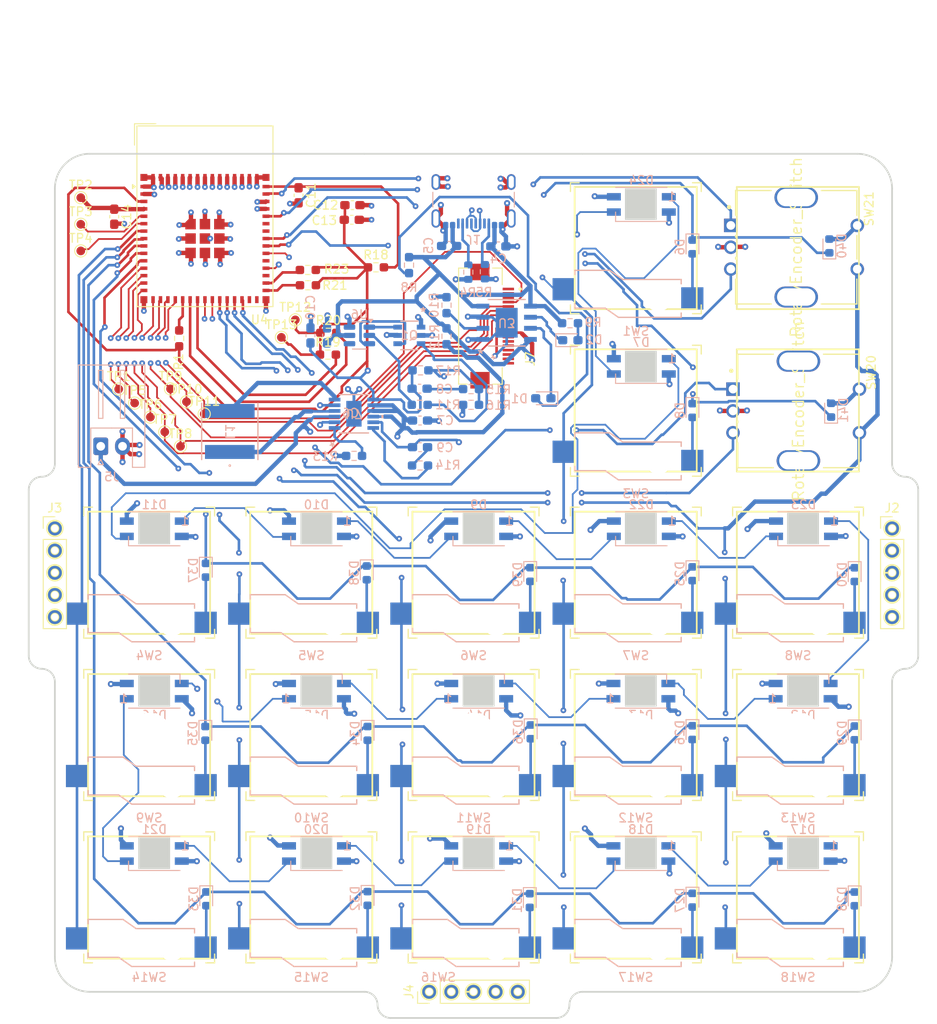
<source format=kicad_pcb>
(kicad_pcb (version 20240108) (generator "pcbnew") (generator_version "8.0")
  (layers (0 "F.Cu" signal) (1 "In1.Cu" signal) (2 "In2.Cu" signal) (31 "B.Cu" signal) (34 "B.Paste" user) (35 "F.Paste" user) (36 "B.SilkS" user "B.Silkscreen") (37 "F.SilkS" user "F.Silkscreen") (38 "B.Mask" user) (39 "F.Mask" user) (44 "Edge.Cuts" user))
  (net 0 "")
  (net 1 "/ESP32_EN")
  (net 2 "GND")
  (net 3 "VBUS")
  (net 4 "BAT+")
  (net 5 "Net-(C9-Pad1)")
  (net 6 "Net-(J1-CC1)")
  (net 8 "Net-(J1-CC2)")
  (net 10 "Net-(Q1-G2)")
  (net 11 "Net-(Q1-G1)")
  (net 12 "Net-(Q1-S2)")
  (net 13 "Net-(U3-PROG)")
  (net 14 "USB_N")
  (net 15 "/BOOT")
  (net 16 "USB_P")
  (net 17 "Net-(U4-IO18)")
  (net 18 "Net-(U4-IO17)")
  (net 19 "Net-(U4-IO35)")
  (net 20 "Net-(U4-IO36)")
  (net 26 "Net-(D6-A)")
  (net 27 "Col3")
  (net 28 "Net-(D8-A)")
  (net 29 "Col0")
  (net 30 "Col1")
  (net 31 "Col2")
  (net 32 "Col4")
  (net 33 "Net-(D28-A)")
  (net 34 "Rotary1B")
  (net 35 "Rotary1A")
  (net 36 "Rotary2B")
  (net 37 "Rotary2A")
  (net 38 "Row0")
  (net 39 "Row1")
  (net 40 "Row2")
  (net 41 "Row3")
  (net 42 "Net-(D40-A)")
  (net 43 "Net-(D41-A)")
  (net 44 "Row4")
  (net 45 "/SCK")
  (net 46 "/MOSI")
  (net 47 "/MISO")
  (net 49 "/RST")
  (net 50 "/TFTCS")
  (net 51 "Net-(U4-IO16)")
  (net 53 "GPIO16")
  (net 54 "Net-(D11-DIN)")
  (net 55 "Net-(D24-DOUT)")
  (net 56 "Net-(D10-DOUT)")
  (net 57 "Net-(D22-DIN)")
  (net 58 "Net-(D10-DIN)")
  (net 59 "Net-(D12-DIN)")
  (net 60 "Net-(D12-DOUT)")
  (net 61 "Net-(D17-DIN)")
  (net 62 "Net-(D18-DIN)")
  (net 63 "Net-(D19-DIN)")
  (net 64 "Net-(D20-DIN)")
  (net 65 "Net-(D22-DOUT)")
  (net 66 "LED_GPIO")
  (net 67 "Net-(D13-DOUT)")
  (net 68 "Net-(D14-DOUT)")
  (net 69 "Net-(D15-DOUT)")
  (net 70 "Net-(D16-DOUT)")
  (net 71 "Net-(D27-A)")
  (net 72 "Net-(D31-A)")
  (net 73 "Net-(D32-A)")
  (net 74 "Net-(D33-A)")
  (net 75 "Net-(D26-A)")
  (net 76 "Net-(D29-A)")
  (net 77 "Net-(D36-A)")
  (net 78 "Net-(D34-A)")
  (net 79 "Net-(D35-A)")
  (net 80 "Net-(D30-A)")
  (net 81 "Net-(D25-A)")
  (net 82 "Net-(D39-A)")
  (net 83 "Net-(D38-A)")
  (net 84 "Net-(D37-A)")
  (net 86 "Net-(U7-VC)")
  (net 87 "Net-(U7-RT)")
  (net 88 "Net-(U6-CS)")
  (net 89 "Net-(U7-SW2)")
  (net 90 "Net-(U7-SW1)")
  (net 91 "Net-(D2-K)")
  (net 92 "Net-(D2-A)")
  (net 93 "Net-(D1-K)")
  (net 94 "Net-(D1-A)")
  (net 95 "Net-(U7-FB)")
  (net 96 "Net-(C8-Pad1)")
  (net 119 "/GPIO8")
  (net 120 "/GPIO10")
  (net 121 "/GPIO9")
  (net 122 "/GPIO1")
  (net 123 "/GPIO2")
  (net 124 "/DC")
  (net 125 "/SDCS")
  (net 126 "/LITE")
  (net 127 "/3VO")
  (footprint "Resistor_SMD:R_0603_1608Metric_Pad0.98x0.95mm_HandSolder" (layer "F.Cu") (at 131.53639 69.111208)
    (property "Reference" "R19")
    (property "Value" "10k")
  )
  (footprint "Capacitor_SMD:C_0603_1608Metric_Pad1.08x0.95mm_HandSolder" (layer "F.Cu") (at 128.17389 50.861208 -90)
    (property "Reference" "C11")
    (property "Value" ".1uF")
  )
  (footprint "TestPoint:TestPoint_Pad_D1.0mm" (layer "F.Cu") (at 115.31918 74.509016)
    (property "Reference" "TP10")
    (property "Value" "TestPoint")
  )
  (footprint "TestPoint:TestPoint_Pad_D1.0mm" (layer "F.Cu") (at 103.19998 51.130016)
    (property "Reference" "TP2")
    (property "Value" "TestPoint")
  )
  (footprint "Resistor_SMD:R_0603_1608Metric_Pad0.98x0.95mm_HandSolder" (layer "F.Cu") (at 129.24889 61.161208 180)
    (property "Reference" "R21")
    (property "Value" "10k")
  )
  (footprint "Connector_PinHeader_2.54mm:PinHeader_1x05_P2.54mm_Vertical_Adafruit" (layer "F.Cu") (at 196.237608 89.010589)
    (property "Reference" "J2")
    (property "Value" "Conn_01x05_Socket")
  )
  (footprint "TestPoint:TestPoint_Pad_D1.0mm" (layer "F.Cu") (at 113.49038 73.035816)
    (property "Reference" "TP9")
    (property "Value" "TestPoint")
  )
  (footprint "Gateron_Low_Profile:Gateron_Low_Profile_Socket_LED" (layer "F.Cu") (at 148.24179 87.083608)
    (property "Reference" "SW6")
    (property "Value" "SW_MEC_5G")
    (fp_poly (pts (xy -1.25 0.15) (xy 2.4 0.15) (xy 2.4 3.75) (xy -1.25 3.75)) (fill solid) (layer "Edge.Cuts"))
  )
  (footprint "Gateron_Low_Profile:Gateron_Low_Profile_Socket_LED" (layer "F.Cu") (at 185.44179 105.683608)
    (property "Reference" "SW13")
    (property "Value" "SW_MEC_5G")
    (fp_poly (pts (xy -1.25 0.15) (xy 2.4 0.15) (xy 2.4 3.75) (xy -1.25 3.75)) (fill solid) (layer "Edge.Cuts"))
  )
  (footprint "TestPoint:TestPoint_Pad_D1.0mm" (layer "F.Cu") (at 117.35118 75.906016)
    (property "Reference" "TP11")
    (property "Value" "TestPoint")
  )
  (footprint "Connector_PinHeader_2.54mm:PinHeader_1x05_P2.54mm_Vertical_Adafruit" (layer "F.Cu") (at 100.225608 89.010589)
    (property "Reference" "J3")
    (property "Value" "Conn_01x05_Socket")
  )
  (footprint "Resistor_SMD:R_0603_1608Metric_Pad0.98x0.95mm_HandSolder" (layer "F.Cu") (at 137.044366 59.109608)
    (property "Reference" "R18")
    (property "Value" "10K")
  )
  (footprint "Gateron_Low_Profile:Gateron_Low_Profile_Socket_LED" (layer "F.Cu") (at 166.84179 105.683608)
    (property "Reference" "SW12")
    (property "Value" "SW_MEC_5G")
    (fp_poly (pts (xy -1.25 0.15) (xy 2.4 0.15) (xy 2.4 3.75) (xy -1.25 3.75)) (fill solid) (layer "Edge.Cuts"))
  )
  (footprint "Gateron_Low_Profile:Gateron_Low_Profile_Socket_LED" (layer "F.Cu") (at 111.04179 105.683608)
    (property "Reference" "SW9")
    (property "Value" "SW_MEC_5G")
    (fp_poly (pts (xy -1.25 0.15) (xy 2.4 0.15) (xy 2.4 3.75) (xy -1.25 3.75)) (fill solid) (layer "Edge.Cuts"))
  )
  (footprint "TestPoint:TestPoint_Pad_D1.0mm" (layer "F.Cu") (at 107.54678 73.061216)
    (property "Reference" "TP1")
    (property "Value" "TestPoint")
  )
  (footprint "Gateron_Low_Profile:Gateron_Low_Profile_Socket_LED" (layer "F.Cu") (at 129.64179 87.083608)
    (property "Reference" "SW5")
    (property "Value" "SW_MEC_5G")
    (fp_poly (pts (xy -1.25 0.15) (xy 2.4 0.15) (xy 2.4 3.75) (xy -1.25 3.75)) (fill solid) (layer "Edge.Cuts"))
  )
  (footprint "TestPoint:TestPoint_Pad_D1.0mm" (layer "F.Cu") (at 126.19998 67.130016)
    (property "Reference" "TP13")
    (property "Value" "TestPoint")
  )
  (footprint "Gateron_Low_Profile:Gateron_Low_Profile_Socket_LED" (layer "F.Cu") (at 148.24179 105.683608)
    (property "Reference" "SW11")
    (property "Value" "SW_MEC_5G")
    (fp_poly (pts (xy -1.25 0.15) (xy 2.4 0.15) (xy 2.4 3.75) (xy -1.25 3.75)) (fill solid) (layer "Edge.Cuts"))
  )
  (footprint "RF_Module:ESP32-S2-MINI-1" (layer "F.Cu") (at 117.43639 53.261208)
    (property "Reference" "U4")
    (property "Value" "ESP32-S3-MINI-1")
  )
  (footprint "Gateron_Low_Profile:Gateron_Low_Profile_Socket_LED" (layer "F.Cu") (at 129.64179 105.683608)
    (property "Reference" "SW10")
    (property "Value" "SW_MEC_5G")
    (fp_poly (pts (xy -1.25 0.15) (xy 2.4 0.15) (xy 2.4 3.75) (xy -1.25 3.75)) (fill solid) (layer "Edge.Cuts"))
  )
  (footprint "Capacitor_SMD:C_0603_1608Metric_Pad1.08x0.95mm_HandSolder" (layer "F.Cu") (at 134.27379 53.664208)
    (property "Reference" "C13")
    (property "Value" "10uF")
  )
  (footprint "TestPoint:TestPoint_Pad_D1.0mm" (layer "F.Cu") (at 109.37558 74.661416)
    (property "Reference" "TP5")
    (property "Value" "TestPoint")
  )
  (footprint "Rotary_Encoder_Adafruit:Bourns-PEC11R-4220F-S0024-0-0-0" (layer "F.Cu") (at 185.48639 75.561208 -90)
    (property "Reference" "SW20")
    (property "Value" "RotaryEncoder_Switch")
  )
  (footprint "Gateron_Low_Profile:Gateron_Low_Profile_Socket_LED" (layer "F.Cu") (at 111.04179 124.283608)
    (property "Reference" "SW14")
    (property "Value" "SW_MEC_5G")
    (fp_poly (pts (xy -1.25 0.15) (xy 2.4 0.15) (xy 2.4 3.75) (xy -1.25 3.75)) (fill solid) (layer "Edge.Cuts"))
  )
  (footprint "Capacitor_SMD:C_0603_1608Metric_Pad1.08x0.95mm_HandSolder" (layer "F.Cu") (at 107.03639 53.311208 -90)
    (property "Reference" "C14")
    (property "Value" ".1uF")
  )
  (footprint "Rotary_Encoder_Adafruit:Bourns-PEC11R-4220F-S0024-0-0-0" (layer "F.Cu") (at 185.23639 56.811208 -90)
    (property "Reference" "SW21")
    (property "Value" "RotaryEncoder_Switch")
  )
  (footprint "TestPoint:TestPoint_Pad_D1.0mm" (layer "F.Cu") (at 114.63338 79.614416)
    (property "Reference" "TP8")
    (property "Value" "TestPoint")
  )
  (footprint "Gateron_Low_Profile:Gateron_Low_Profile_Socket_LED" (layer "F.Cu") (at 185.44179 124.283608)
    (property "Reference" "SW18")
    (property "Value" "SW_MEC_5G")
    (fp_poly (pts (xy -1.25 0.15) (xy 2.4 0.15) (xy 2.4 3.75) (xy -1.25 3.75)) (fill solid) (layer "Edge.Cuts"))
  )
  (footprint "Gateron_Low_Profile:Gateron_Low_Profile_Socket_LED" (layer "F.Cu") (at 111.04179 87.083608)
    (property "Reference" "SW4")
    (property "Value" "SW_MEC_5G")
    (fp_poly (pts (xy -1.25 0.15) (xy 2.4 0.15) (xy 2.4 3.75) (xy -1.25 3.75)) (fill solid) (layer "Edge.Cuts"))
  )
  (footprint "Gateron_Low_Profile:Gateron_Low_Profile_Socket_LED" (layer "F.Cu") (at 129.64179 124.283608)
    (property "Reference" "SW15")
    (property "Value" "SW_MEC_5G")
    (fp_poly (pts (xy -1.25 0.15) (xy 2.4 0.15) (xy 2.4 3.75) (xy -1.25 3.75)) (fill solid) (layer "Edge.Cuts"))
  )
  (footprint "Gateron_Low_Profile:Gateron_Low_Profile_Socket_LED" (layer "F.Cu") (at 185.44179 87.083608)
    (property "Reference" "SW8")
    (property "Value" "SW_MEC_5G")
    (fp_poly (pts (xy -1.25 0.15) (xy 2.4 0.15) (xy 2.4 3.75) (xy -1.25 3.75)) (fill solid) (layer "Edge.Cuts"))
  )
  (footprint "Gateron_Low_Profile:Gateron_Low_Profile_Socket_LED" (layer "F.Cu") (at 166.84179 87.083608)
    (property "Reference" "SW7")
    (property "Value" "SW_MEC_5G")
    (fp_poly (pts (xy -1.25 0.15) (xy 2.4 0.15) (xy 2.4 3.75) (xy -1.25 3.75)) (fill solid) (layer "Edge.Cuts"))
  )
  (footprint "Gateron_Low_Profile:Gateron_Low_Profile_Socket_LED" (layer "F.Cu") (at 166.84559 68.538989)
    (property "Reference" "SW3")
    (property "Value" "SW_MEC_5G")
    (fp_poly (pts (xy -1.25 0.15) (xy 2.4 0.15) (xy 2.4 3.75) (xy -1.25 3.75)) (fill solid) (layer "Edge.Cuts"))
  )
  (footprint "18_PIN_FCP_CONNECTOR:HRS_TF31-18S-0.5SH_800_" (layer "F.Cu") (at 149.02418 65.845216 90)
    (property "Reference" "J7")
    (property "Value" "TF31-18S-0.5SH_800_")
  )
  (footprint "Capacitor_SMD:C_0603_1608Metric_Pad1.08x0.95mm_HandSolder" (layer "F.Cu") (at 134.34889 51.987808)
    (property "Reference" "C12")
    (property "Value" ".1uF")
  )
  (footprint "TestPoint:TestPoint_Pad_D1.0mm" (layer "F.Cu") (at 112.82998 77.963416)
    (property "Reference" "TP7")
    (property "Value" "TestPoint")
  )
  (footprint "Resistor_SMD:R_0603_1608Metric_Pad0.98x0.95mm_HandSolder" (layer "F.Cu") (at 114.48098 67.248708 90)
    (property "Reference" "R1")
    (property "Value" "10k")
  )
  (footprint "Gateron_Low_Profile:Gateron_Low_Profile_Socket_LED" (layer "F.Cu") (at 166.84179 124.283608)
    (property "Reference" "SW17")
    (property "Value" "SW_MEC_5G")
    (fp_poly (pts (xy -1.25 0.15) (xy 2.4 0.15) (xy 2.4 3.75) (xy -1.25 3.75)) (fill solid) (layer "Edge.Cuts"))
  )
  (footprint "Gateron_Low_Profile:Gateron_Low_Profile_Socket_LED" (layer "F.Cu") (at 148.24179 124.283608)
    (property "Reference" "SW16")
    (property "Value" "SW_MEC_5G")
    (fp_poly (pts (xy -1.25 0.15) (xy 2.4 0.15) (xy 2.4 3.75) (xy -1.25 3.75)) (fill solid) (layer "Edge.Cuts"))
  )
  (footprint "TestPoint:TestPoint_Pad_D1.0mm" (layer "F.Cu") (at 103.19998 57.230016)
    (property "Reference" "TP4")
    (property "Value" "TestPoint")
  )
  (footprint "TestPoint:TestPoint_Pad_D1.0mm" (layer "F.Cu") (at 127.79998 65.130016)
    (property "Reference" "TP12")
    (property "Value" "TestPoint")
  )
  (footprint "Resistor_SMD:R_0603_1608Metric_Pad0.98x0.95mm_HandSolder" (layer "F.Cu") (at 131.58639 66.611208)
    (property "Reference" "R20")
    (property "Value" "10k")
  )
  (footprint "TestPoint:TestPoint_Pad_D1.0mm" (layer "F.Cu") (at 103.19998 54.180016)
    (property "Reference" "TP3")
    (property "Value" "TestPoint")
  )
  (footprint "Connector_PinHeader_2.54mm:PinHeader_1x05_P2.54mm_Vertical_Adafruit" (layer "F.Cu") (at 143.151608 142.096589 90)
    (property "Reference" "J4")
    (property "Value" "Conn_01x05_Socket")
  )
  (footprint "Resistor_SMD:R_0603_1608Metric_Pad0.98x0.95mm_HandSolder" (layer "F.Cu") (at 129.23639 59.411208 180)
    (property "Reference" "R23")
    (property "Value" "10k")
  )
  (footprint "TestPoint:TestPoint_Pad_D1.0mm" (layer "F.Cu") (at 111.17898 76.261616)
    (property "Reference" "TP6")
    (property "Value" "TestPoint")
  )
  (footprint "Gateron_Low_Profile:Gateron_Low_Profile_Socket_LED" (layer "F.Cu") (at 166.84559 49.920789)
    (property "Reference" "SW1")
    (property "Value" "SW_MEC_5G")
    (fp_poly (pts (xy -1.25 0.15) (xy 2.4 0.15) (xy 2.4 3.75) (xy -1.25 3.75)) (fill solid) (layer "Edge.Cuts"))
  )
  (footprint "Resistor_SMD:R_0603_1608Metric_Pad0.98x0.95mm_HandSolder" (layer "B.Cu") (at 145.13639 67.011208 90)
    (property "Reference" "R12")
    (property "Value" "100")
  )
  (footprint "Diode_SMD:D_0603_1608Metric" (layer "B.Cu") (at 135.98639 94.111208 -90)
    (property "Reference" "D38")
    (property "Value" "D")
  )
  (footprint "Diode_SMD:D_0603_1608Metric" (layer "B.Cu") (at 136.08639 112.498708 -90)
    (property "Reference" "D34")
    (property "Value" "D")
  )
  (footprint "Resistor_SMD:R_0603_1608Metric_Pad0.98x0.95mm_HandSolder" (layer "B.Cu") (at 134.53639 80.711208)
    (property "Reference" "R13")
    (property "Value" "332k")
  )
  (footprint "Diode_SMD:D_0603_1608Metric" (layer "B.Cu") (at 154.73639 94.298708 -90)
    (property "Reference" "D39")
    (property "Value" "D")
  )
  (footprint "Diode_SMD:D_0603_1608Metric" (layer "B.Cu") (at 191.93639 94.311208 -90)
    (property "Reference" "D30")
    (property "Value" "D")
  )
  (footprint "Capacitor_SMD:C_0603_1608Metric_Pad1.08x0.95mm_HandSolder" (layer "B.Cu") (at 142.04889 73.011208 180)
    (property "Reference" "C8")
    (property "Value" "47uF")
  )
  (footprint "Connector_USB:USB_C_Receptacle_GCT_USB4105-xx-A_16P_TopMnt_Horizontal" (layer "B.Cu") (at 148.23839 50.411208)
    (property "Reference" "J1")
    (property "Value" "USB_C_Receptacle_USB2.0_16P")
  )
  (footprint "Capacitor_SMD:C_0603_1608Metric_Pad1.08x0.95mm_HandSolder" (layer "B.Cu") (at 142.09889 79.711208 180)
    (property "Reference" "C9")
    (property "Value" "220pF")
  )
  (footprint "Resistor_SMD:R_0603_1608Metric_Pad0.98x0.95mm_HandSolder" (layer "B.Cu") (at 147.94889 73.061208 180)
    (property "Reference" "R15")
    (property "Value" "6K49")
  )
  (footprint "Diode_SMD:D_0603_1608Metric" (layer "B.Cu") (at 117.48639 112.498708 -90)
    (property "Reference" "D35")
    (property "Value" "D")
  )
  (footprint "Diode_SMD:D_0603_1608Metric" (layer "B.Cu") (at 154.78639 112.323708 -90)
    (property "Reference" "D36")
    (property "Value" "D")
  )
  (footprint "Resistor_SMD:R_0603_1608Metric_Pad0.98x0.95mm_HandSolder" (layer "B.Cu") (at 145.13639 63.448708 -90)
    (property "Reference" "R10")
    (property "Value" "1K3")
  )
  (footprint "Capacitor_SMD:C_0603_1608Metric_Pad1.08x0.95mm_HandSolder" (layer "B.Cu") (at 151.08639 56.711208)
    (property "Reference" "C4")
    (property "Value" "10uF")
  )
  (footprint "LED_SMD:LED_SK6812MINI_PLCC4_3.5x3.5mm_P1.75mm_1_Hole_Pads" (layer "B.Cu") (at 186.07409 89.053008 180)
    (property "Reference" "D23")
    (property "Value" "SK6812MINI")
  )
  (footprint "FS8205A:SOT-23-6L_TCP" (layer "B.Cu") (at 140.87624 66.911207 180)
    (property "Reference" "Q1")
    (property "Value" "FS8205A")
  )
  (footprint "Package_TO_SOT_SMD:SOT-23-6" (layer "B.Cu") (at 135.14889 66.911208 180)
    (property "Reference" "U6")
    (property "Value" "DW01A")
  )
  (footprint "Diode_SMD:D_0603_1608Metric" (layer "B.Cu") (at 117.53639 93.811208 -90)
    (property "Reference" "D37")
    (property "Value" "D")
  )
  (footprint "Resistor_SMD:R_0603_1608Metric_Pad0.98x0.95mm_HandSolder" (layer "B.Cu") (at 140.83639 58.861208 -90)
    (property "Reference" "R8")
    (property "Value" "1K")
  )
  (footprint "Diode_SMD:D_0603_1608Metric" (layer "B.Cu") (at 154.68639 131.648708 -90)
    (property "Reference" "D31")
    (property "Value" "D")
  )
  (footprint "Diode_SMD:D_0603_1608Metric" (layer "B.Cu") (at 189.23639 75.473708 90)
    (property "Reference" "D41")
    (property "Value" "D")
  )
  (footprint "LED_SMD:LED_SK6812MINI_PLCC4_3.5x3.5mm_P1.75mm_1_Hole_Pads" (layer "B.Cu") (at 111.62659 107.658008)
    (property "Reference" "D16")
    (property "Value" "SK6812MINI")
  )
  (footprint "LED_SMD:LED_SK6812MINI_PLCC4_3.5x3.5mm_P1.75mm_1_Hole_Pads" (layer "B.Cu") (at 167.42659 107.658008)
    (property "Reference" "D13")
    (property "Value" "SK6812MINI")
  )
  (footprint "Diode_SMD:D_0603_1608Metric" (layer "B.Cu") (at 191.93639 131.461208 -90)
    (property "Reference" "D28")
    (property "Value" "D")
  )
  (footprint "Resistor_SMD:R_0603_1608Metric" (layer "B.Cu") (at 149.53639 59.611208 90)
    (property "Reference" "R5")
    (property "Value" "5k1")
  )
  (footprint "Capacitor_SMD:C_0603_1608Metric_Pad1.08x0.95mm_HandSolder" (layer "B.Cu") (at 131.43639 66.911208 -90)
    (property "Reference" "C6")
    (property "Value" ".1uF")
  )
  (footprint "Diode_SMD:D_0603_1608Metric" (layer "B.Cu") (at 173.33639 112.411208 -90)
    (property "Reference" "D26")
    (property "Value" "D")
  )
  (footprint "Diode_SMD:D_0603_1608Metric" (layer "B.Cu") (at 189.03639 56.661208 90)
    (property "Reference" "D40")
    (property "Value" "D")
  )
  (footprint "LED_SMD:LED_0603_1608Metric_Pad1.05x0.95mm_HandSolder" (layer "B.Cu") (at 156.23639 74.111208 180)
    (property "Reference" "D1")
    (property "Value" "LED_Small")
  )
  (footprint "LED_SMD:LED_SK6812MINI_PLCC4_3.5x3.5mm_P1.75mm_1_Hole_Pads" (layer "B.Cu") (at 111.62659 126.258008 180)
    (property "Reference" "D21")
    (property "Value" "SK6812MINI")
  )
  (footprint "LED_SMD:LED_SK6812MINI_PLCC4_3.5x3.5mm_P1.75mm_1_Hole_Pads" (layer "B.Cu") (at 167.42659 126.258008 180)
    (property "Reference" "D18")
    (property "Value" "SK6812MINI")
  )
  (footprint "Resistor_SMD:R_0603_1608Metric_Pad0.98x0.95mm_HandSolder" (layer "B.Cu") (at 142.09889 81.811208 180)
    (property "Reference" "R14")
    (property "Value" "49K9")
  )
  (footprint "Diode_SMD:D_0603_1608Metric" (layer "B.Cu") (at 173.33639 94.211208 -90)
    (property "Reference" "D25")
    (property "Value" "D")
  )
  (footprint "LED_SMD:LED_SK6812MINI_PLCC4_3.5x3.5mm_P1.75mm_1_Hole_Pads" (layer "B.Cu") (at 167.47409 89.053008 180)
    (property "Reference" "D22")
    (property "Value" "SK6812MINI")
  )
  (footprint "Diode_SMD:D_0603_1608Metric" (layer "B.Cu") (at 173.33639 56.773708 -90)
    (property "Reference" "D6")
    (property "Value" "D")
  )
  (footprint "LED_SMD:LED_SK6812MINI_PLCC4_3.5x3.5mm_P1.75mm_1_Hole_Pads" (layer "B.Cu") (at 148.82659 107.658008)
    (property "Reference" "D14")
    (property "Value" "SK6812MINI")
  )
  (footprint "Diode_SMD:D_0603_1608Metric" (layer "B.Cu") (at 173.33639 131.611208 -90)
    (property "Reference" "D27")
    (property "Value" "D")
  )
  (footprint "LED_SMD:LED_0603_1608Metric_Pad1.05x0.95mm_HandSolder" (layer "B.Cu") (at 159.33639 67.461208)
    (property "Reference" "D2")
    (property "Value" "LED_Small")
  )
  (footprint "Diode_SMD:D_0603_1608Metric" (layer "B.Cu") (at 117.58639 131.448708 -90)
    (property "Reference" "D33")
    (property "Value" "D")
  )
  (footprint "LED_SMD:LED_SK6812MINI_PLCC4_3.5x3.5mm_P1.75mm_1_Hole_Pads" (layer "B.Cu") (at 186.02659 107.658008)
    (property "Reference" "D12")
    (property "Value" "SK6812MINI")
  )
  (footprint "LED_SMD:LED_SK6812MINI_PLCC4_3.5x3.5mm_P1.75mm_1_Hole_Pads" (layer "B.Cu") (at 167.47409 51.903008 180)
    (property "Reference" "D24")
    (property "Value" "SK6812MINI")
  )
  (footprint "Resistor_SMD:R_0603_1608Metric_Pad0.98x0.95mm_HandSolder" (layer "B.Cu") (at 147.94889 74.861208)
    (property "Reference" "R16")
    (property "Value" "221K")
  )
  (footprint "NR6028T4R7M:IND_TAIYO_NR6028_TAY" (layer "B.Cu") (at 120.28639 77.910708 90)
    (property "Reference" "L1")
    (property "Value" "4.7uH")
  )
  (footprint "Diode_SMD:D_0603_1608Metric" (layer "B.Cu") (at 191.93639 112.448708 -90)
    (property "Reference" "D29")
    (property "Value" "D")
  )
  (footprint "LED_SMD:LED_SK6812MINI_PLCC4_3.5x3.5mm_P1.75mm_1_Hole_Pads" (layer "B.Cu") (at 148.82659 89.058008 180)
    (property "Reference" "D9")
    (property "Value" "SK6812MINI")
  )
  (footprint "Resistor_SMD:R_0603_1608Metric_Pad0.98x0.95mm_HandSolder" (layer "B.Cu") (at 142.14889 70.911208)
    (property "Reference" "R17")
    (property "Value" "1000k")
  )
  (footprint "Capacitor_SMD:C_0603_1608Metric_Pad1.08x0.95mm_HandSolder" (layer "B.Cu") (at 129.53639 66.911208 90)
    (property "Reference" "C10")
    (property "Value" "22pF")
  )
  (footprint "Resistor_SMD:R_0603_1608Metric_Pad0.98x0.95mm_HandSolder" (layer "B.Cu") (at 159.29889 65.511208)
    (property "Reference" "R9")
    (property "Value" "1K")
  )
  (footprint "Capacitor_SMD:C_0603_1608Metric_Pad1.08x0.95mm_HandSolder" (layer "B.Cu") (at 145.43639 56.661208 180)
    (property "Reference" "C5")
    (property "Value" "10uF")
  )
  (footprint "Diode_SMD:D_0603_1608Metric" (layer "B.Cu") (at 136.08639 131.411208 -90)
    (property "Reference" "D32")
    (property "Value" "D")
  )
  (footprint "LTC3536EMSE_PBF:MSOP-12_MSE_LIT" (layer "B.Cu") (at 134.52024 75.885608)
    (property "Reference" "U7")
    (property "Value" "LTC3536EMSE-PBF")
  )
  (footprint "LED_SMD:LED_SK6812MINI_PLCC4_3.5x3.5mm_P1.75mm_1_Hole_Pads" (layer "B.Cu") (at 186.02659 126.258008 180)
    (property "Reference" "D17")
    (property "Value" "SK6812MINI")
  )
  (footprint "LED_SMD:LED_SK6812MINI_PLCC4_3.5x3.5mm_P1.75mm_1_Hole_Pads" (layer "B.Cu") (at 130.22659 89.058008 180)
    (property "Reference" "D10")
    (property "Value" "SK6812MINI")
  )
  (footprint "Diode_SMD:D_0603_1608Metric" (layer "B.Cu") (at 173.33639 75.511208 -90)
    (property "Reference" "D8")
    (property "Value" "D")
  )
  (footprint "TP4056:ESOP8_TPW" (layer "B.Cu") (at 152.03639 65.461208)
    (property "Reference" "U3")
    (property "Value" "TP4056")
  )
  (footprint "Capacitor_SMD:C_0603_1608Metric_Pad1.08x0.95mm_HandSolder" (layer "B.Cu") (at 142.09889 76.661208)
    (property "Reference" "C7")
    (property "Value" "10uF")
  )
  (footprint "Connector_JST:JST_XH_S2B-XH-A_1x02_P2.50mm_Horizontal" (layer "B.Cu") (at 105.48639 79.611208)
    (property "Reference" "J5")
    (property "Value" "Conn_01x02_Socket")
  )
  (footprint "LED_SMD:LED_SK6812MINI_PLCC4_3.5x3.5mm_P1.75mm_1_Hole_Pads" (layer "B.Cu") (at 130.22659 107.658008)
    (property "Reference" "D15")
    (property "Value" "SK6812MINI")
  )
  (footprint "LED_SMD:LED_SK6812MINI_PLCC4_3.5x3.5mm_P1.75mm_1_Hole_Pads" (layer "B.Cu") (at 111.62659 89.058008 180)
    (property "Reference" "D11")
    (property "Value" "SK6812MINI")
  )
  (footprint "LED_SMD:LED_SK6812MINI_PLCC4_3.5x3.5mm_P1.75mm_1_Hole_Pads" (layer "B.Cu") (at 130.22659 126.258008 180)
    (property "Reference" "D20")
    (property "Value" "SK6812MINI")
  )
  (footprint "Resistor_SMD:R_0603_1608Metric" (layer "B.Cu") (at 147.63639 59.661208 90)
    (property "Reference" "R4")
    (property "Value" "5k1")
  )
  (footprint "LED_SMD:LED_SK6812MINI_PLCC4_3.5x3.5mm_P1.75mm_1_Hole_Pads" (layer "B.Cu") (at 167.47409 70.453008 180)
    (property "Reference" "D7")
    (property "Value" "SK6812MINI")
  )
  (footprint "Resistor_SMD:R_0603_1608Metric_Pad0.98x0.95mm_HandSolder" (layer "B.Cu") (at 142.06139 74.861208)
    (property "Reference" "R11")
    (property "Value" "100k")
  )
  (footprint "LED_SMD:LED_SK6812MINI_PLCC4_3.5x3.5mm_P1.75mm_1_Hole_Pads" (layer "B.Cu") (at 148.82659 126.258008 180)
    (property "Reference" "D19")
    (property "Value" "SK6812MINI")
  )
  (gr_line (start 178.428408 124.301589) (end 178.428408 138.301589) (stroke (width 0.2)) (layer "F.SilkS"))
  (gr_line (start 178.428408 138.301589) (end 192.428408 138.301589) (stroke (width 0.2)) (layer "F.SilkS"))
  (gr_line (start 122.628408 101.101589) (end 136.628408 101.101589) (stroke (width 0.2)) (layer "F.SilkS"))
  (gr_line (start 141.228408 101.101589) (end 155.228408 101.101589) (stroke (width 0.2)) (layer "F.SilkS"))
  (gr_line (start 155.228408 119.701589) (end 155.228408 105.701589) (stroke (width 0.2)) (layer "F.SilkS"))
  (gr_line (start 141.228408 124.301589) (end 141.228408 138.301589) (stroke (width 0.2)) (layer "F.SilkS"))
  (gr_line (start 173.828408 49.901589) (end 159.828408 49.901589) (stroke (width 0.2)) (layer "F.SilkS"))
  (gr_circle (center 196.228408 89.021589) (end 195.328408 89.021589) (stroke (width 0.2)) (fill none) (layer "F.SilkS"))
  (gr_line (start 173.828408 119.701589) (end 173.828408 105.701589) (stroke (width 0.2)) (layer "F.SilkS"))
  (gr_circle (center 196.228408 91.561589) (end 195.328408 91.561589) (stroke (width 0.2)) (fill none) (layer "F.SilkS"))
  (gr_line (start 173.828408 124.301589) (end 159.828408 124.301589) (stroke (width 0.2)) (layer "F.SilkS"))
  (gr_line (start 178.428408 87.101589) (end 178.428408 101.101589) (stroke (width 0.2)) (layer "F.SilkS"))
  (gr_line (start 104.028408 105.701589) (end 104.028408 119.701589) (stroke (width 0.2)) (layer "F.SilkS"))
  (gr_line (start 118.028408 87.101589) (end 104.028408 87.101589) (stroke (width 0.2)) (layer "F.SilkS"))
  (gr_circle (center 100.228408 96.641589) (end 99.328408 96.641589) (stroke (width 0.2)) (fill none) (layer "F.SilkS"))
  (gr_line (start 147.328408 142.101589) (end 147.828408 142.101589) (stroke (width 0.2)) (layer "F.SilkS"))
  (gr_line (start 192.428408 124.301589) (end 178.428408 124.301589) (stroke (width 0.2)) (layer "F.SilkS"))
  (gr_line (start 141.228408 138.301589) (end 155.228408 138.301589) (stroke (width 0.2)) (layer "F.SilkS"))
  (gr_line (start 178.428408 119.701589) (end 192.428408 119.701589) (stroke (width 0.2)) (layer "F.SilkS"))
  (gr_line (start 192.428408 82.501589) (end 192.428408 68.501589) (stroke (width 0.2)) (layer "F.SilkS"))
  (gr_line (start 173.828408 63.901589) (end 173.828408 49.901589) (stroke (width 0.2)) (layer "F.SilkS"))
  (gr_line (start 136.628408 138.301589) (end 136.628408 124.301589) (stroke (width 0.2)) (layer "F.SilkS"))
  (gr_circle (center 196.228408 94.101589) (end 195.828408 94.101589) (stroke (width 0.2)) (fill none) (layer "F.SilkS"))
  (gr_line (start 173.828408 105.701589) (end 159.828408 105.701589) (stroke (width 0.2)) (layer "F.SilkS"))
  (gr_line (start 122.628408 87.101589) (end 122.628408 101.101589) (stroke (width 0.2)) (layer "F.SilkS"))
  (gr_circle (center 100.228408 99.181589) (end 99.328408 99.181589) (stroke (width 0.2)) (fill none) (layer "F.SilkS"))
  (gr_line (start 155.228408 124.301589) (end 141.228408 124.301589) (stroke (width 0.2)) (layer "F.SilkS"))
  (gr_circle (center 100.228408 89.021589) (end 99.828408 89.021589) (stroke (width 0.2)) (fill none) (layer "F.SilkS"))
  (gr_circle (center 196.228408 99.181589) (end 195.828408 99.181589) (stroke (width 0.2)) (fill none) (layer "F.SilkS"))
  (gr_line (start 159.828408 119.701589) (end 173.828408 119.701589) (stroke (width 0.2)) (layer "F.SilkS"))
  (gr_line (start 173.828408 87.101589) (end 159.828408 87.101589) (stroke (width 0.2)) (layer "F.SilkS"))
  (gr_line (start 178.428408 105.701589) (end 178.428408 119.701589) (stroke (width 0.2)) (layer "F.SilkS"))
  (gr_line (start 136.628408 87.101589) (end 122.628408 87.101589) (stroke (width 0.2)) (layer "F.SilkS"))
  (gr_circle (center 100.228408 89.021589) (end 99.328408 89.021589) (stroke (width 0.2)) (fill none) (layer "F.SilkS"))
  (gr_line (start 122.628408 105.701589) (end 122.628408 119.701589) (stroke (width 0.2)) (layer "F.SilkS"))
  (gr_line (start 104.028408 87.101589) (end 104.028408 101.101589) (stroke (width 0.2)) (layer "F.SilkS"))
  (gr_circle (center 196.228408 96.641589) (end 195.828408 96.641589) (stroke (width 0.2)) (fill none) (layer "F.SilkS"))
  (gr_circle (center 100.228408 91.561589) (end 99.828408 91.561589) (stroke (width 0.2)) (fill none) (layer "F.SilkS"))
  (gr_line (start 192.428408 101.101589) (end 192.428408 87.101589) (stroke (width 0.2)) (layer "F.SilkS"))
  (gr_line (start 159.828408 138.301589) (end 173.828408 138.301589) (stroke (width 0.2)) (layer "F.SilkS"))
  (gr_line (start 192.428408 49.901589) (end 178.428408 49.901589) (stroke (width 0.2)) (layer "F.SilkS"))
  (gr_line (start 192.428408 105.701589) (end 178.428408 105.701589) (stroke (width 0.2)) (layer "F.SilkS"))
  (gr_circle (center 196.228408 99.181589) (end 195.328408 99.181589) (stroke (width 0.2)) (fill none) (layer "F.SilkS"))
  (gr_circle (center 196.228408 94.101589) (end 195.328408 94.101589) (stroke (width 0.2)) (fill none) (layer "F.SilkS"))
  (gr_circle (center 143.148408 142.101589) (end 142.248408 142.101589) (stroke (width 0.2)) (fill none) (layer "F.SilkS"))
  (gr_circle (center 148.228408 142.101589) (end 147.328408 142.101589) (stroke (width 0.2)) (fill none) (layer "F.SilkS"))
  (gr_circle (center 145.688408 142.101589) (end 144.788408 142.101589) (stroke (width 0.2)) (fill none) (layer "F.SilkS"))
  (gr_line (start 178.428408 68.501589) (end 178.428408 82.501589) (stroke (width 0.2)) (layer "F.SilkS"))
  (gr_line (start 118.028408 119.701589) (end 118.028408 105.701589) (stroke (width 0.2)) (layer "F.SilkS"))
  (gr_line (start 118.028408 101.101589) (end 118.028408 87.101589) (stroke (width 0.2)) (layer "F.SilkS"))
  (gr_line (start 122.628408 138.301589) (end 136.628408 138.301589) (stroke (width 0.2)) (layer "F.SilkS"))
  (gr_line (start 159.828408 124.301589) (end 159.828408 138.301589) (stroke (width 0.2)) (layer "F.SilkS"))
  (gr_line (start 104.028408 138.301589) (end 118.028408 138.301589) (stroke (width 0.2)) (layer "F.SilkS"))
  (gr_circle (center 100.228408 94.101589) (end 100.218408 94.101589) (stroke (width 0.0001)) (fill solid) (layer "F.SilkS"))
  (gr_line (start 100.218408 94.101589) (end 100.228408 94.101589) (stroke (width 0.0001)) (layer "F.SilkS"))
  (gr_line (start 178.428408 49.901589) (end 178.428408 63.901589) (stroke (width 0.2)) (layer "F.SilkS"))
  (gr_line (start 141.228408 87.101589) (end 141.228408 101.101589) (stroke (width 0.2)) (layer "F.SilkS"))
  (gr_line (start 159.828408 82.501589) (end 173.828408 82.501589) (stroke (width 0.2)) (layer "F.SilkS"))
  (gr_line (start 155.228408 101.101589) (end 155.228408 87.101589) (stroke (width 0.2)) (layer "F.SilkS"))
  (gr_line (start 136.628408 119.701589) (end 136.628408 105.701589) (stroke (width 0.2)) (layer "F.SilkS"))
  (gr_line (start 136.628408 101.101589) (end 136.628408 87.101589) (stroke (width 0.2)) (layer "F.SilkS"))
  (gr_line (start 104.028408 124.301589) (end 104.028408 138.301589) (stroke (width 0.2)) (layer "F.SilkS"))
  (gr_line (start 118.028408 105.701589) (end 104.028408 105.701589) (stroke (width 0.2)) (layer "F.SilkS"))
  (gr_line (start 192.428408 119.701589) (end 192.428408 105.701589) (stroke (width 0.2)) (layer "F.SilkS"))
  (gr_circle (center 100.228408 96.641589) (end 99.828408 96.641589) (stroke (width 0.2)) (fill none) (layer "F.SilkS"))
  (gr_circle (center 145.688408 142.101589) (end 145.288408 142.101589) (stroke (width 0.2)) (fill none) (layer "F.SilkS"))
  (gr_line (start 192.428408 87.101589) (end 178.428408 87.101589) (stroke (width 0.2)) (layer "F.SilkS"))
  (gr_circle (center 100.228408 94.101589) (end 99.828408 94.101589) (stroke (width 0.2)) (fill none) (layer "F.SilkS"))
  (gr_circle (center 153.308408 142.101589) (end 152.908408 142.101589) (stroke (width 0.2)) (fill none) (layer "F.SilkS"))
  (gr_circle (center 148.228408 94.101589) (end 148.218408 94.101589) (stroke (width 0.0001)) (fill solid) (layer "F.SilkS"))
  (gr_line (start 173.828408 68.501589) (end 159.828408 68.501589) (stroke (width 0.2)) (layer "F.SilkS"))
  (gr_line (start 155.228408 138.301589) (end 155.228408 124.301589) (stroke (width 0.2)) (layer "F.SilkS"))
  (gr_circle (center 150.768408 142.101589) (end 149.868408 142.101589) (stroke (width 0.2)) (fill none) (layer "F.SilkS"))
  (gr_circle (center 100.228408 94.101589) (end 99.328408 94.101589) (stroke (width 0.2)) (fill none) (layer "F.SilkS"))
  (gr_circle (center 100.228408 91.561589) (end 99.328408 91.561589) (stroke (width 0.2)) (fill none) (layer "F.SilkS"))
  (gr_line (start 192.428408 68.501589) (end 178.428408 68.501589) (stroke (width 0.2)) (layer "F.SilkS"))
  (gr_line (start 159.828408 68.501589) (end 159.828408 82.501589) (stroke (width 0.2)) (layer "F.SilkS"))
  (gr_line (start 155.228408 105.701589) (end 141.228408 105.701589) (stroke (width 0.2)) (layer "F.SilkS"))
  (gr_line (start 195.328408 94.101589) (end 195.828408 94.101589) (stroke (width 0.2)) (layer "F.SilkS"))
  (gr_line (start 141.228408 105.701589) (end 141.228408 119.701589) (stroke (width 0.2)) (layer "F.SilkS"))
  (gr_circle (center 196.228408 89.021589) (end 195.828408 89.021589) (stroke (width 0.2)) (fill none) (layer "F.SilkS"))
  (gr_line (start 192.428408 63.901589) (end 192.428408 49.901589) (stroke (width 0.2)) (layer "F.SilkS"))
  (gr_line (start 136.628408 105.701589) (end 122.628408 105.701589) (stroke (width 0.2)) (layer "F.SilkS"))
  (gr_line (start 155.228408 87.101589) (end 141.228408 87.101589) (stroke (width 0.2)) (layer "F.SilkS"))
  (gr_line (start 178.428408 63.901589) (end 192.428408 63.901589) (stroke (width 0.2)) (layer "F.SilkS"))
  (gr_line (start 104.028408 101.101589) (end 118.028408 101.101589) (stroke (width 0.2)) (layer "F.SilkS"))
  (gr_circle (center 196.228408 91.561589) (end 195.828408 91.561589) (stroke (width 0.2)) (fill none) (layer "F.SilkS"))
  (gr_line (start 192.428408 138.301589) (end 192.428408 124.301589) (stroke (width 0.2)) (layer "F.SilkS"))
  (gr_line (start 122.628408 119.701589) (end 136.628408 119.701589) (stroke (width 0.2)) (layer "F.SilkS"))
  (gr_line (start 159.828408 87.101589) (end 159.828408 101.101589) (stroke (width 0.2)) (layer "F.SilkS"))
  (gr_line (start 118.028408 124.301589) (end 104.028408 124.301589) (stroke (width 0.2)) (layer "F.SilkS"))
  (gr_line (start 178.428408 82.501589) (end 192.428408 82.501589) (stroke (width 0.2)) (layer "F.SilkS"))
  (gr_line (start 136.628408 124.301589) (end 122.628408 124.301589) (stroke (width 0.2)) (layer "F.SilkS"))
  (gr_line (start 178.428408 101.101589) (end 192.428408 101.101589) (stroke (width 0.2)) (layer "F.SilkS"))
  (gr_line (start 141.228408 119.701589) (end 155.228408 119.701589) (stroke (width 0.2)) (layer "F.SilkS"))
  (gr_circle (center 196.228408 96.641589) (end 195.328408 96.641589) (stroke (width 0.2)) (fill none) (layer "F.SilkS"))
  (gr_line (start 122.628408 124.301589) (end 122.628408 138.301589) (stroke (width 0.2)) (layer "F.SilkS"))
  (gr_line (start 159.828408 63.901589) (end 173.828408 63.901589) (stroke (width 0.2)) (layer "F.SilkS"))
  (gr_circle (center 148.228408 94.101589) (end 148.218408 94.101589) (stroke (width 0.0001)) (fill solid) (layer "F.SilkS"))
  (gr_line (start 173.828408 82.501589) (end 173.828408 68.501589) (stroke (width 0.2)) (layer "F.SilkS"))
  (gr_circle (center 100.228408 99.181589) (end 99.828408 99.181589) (stroke (width 0.2)) (fill none) (layer "F.SilkS"))
  (gr_circle (center 150.768408 142.101589) (end 150.368408 142.101589) (stroke (width 0.2)) (fill none) (layer "F.SilkS"))
  (gr_line (start 159.828408 49.901589) (end 159.828408 63.901589) (stroke (width 0.2)) (layer "F.SilkS"))
  (gr_line (start 159.828408 105.701589) (end 159.828408 119.701589) (stroke (width 0.2)) (layer "F.SilkS"))
  (gr_line (start 118.028408 138.301589) (end 118.028408 124.301589) (stroke (width 0.2)) (layer "F.SilkS"))
  (gr_line (start 104.028408 119.701589) (end 118.028408 119.701589) (stroke (width 0.2)) (layer "F.SilkS"))
  (gr_line (start 173.828408 138.301589) (end 173.828408 124.301589) (stroke (width 0.2)) (layer "F.SilkS"))
  (gr_circle (center 148.228408 142.101589) (end 147.828408 142.101589) (stroke (width 0.2)) (fill none) (layer "F.SilkS"))
  (gr_circle (center 143.148408 142.101589) (end 142.748408 142.101589) (stroke (width 0.2)) (fill none) (layer "F.SilkS"))
  (gr_line (start 159.828408 101.101589) (end 173.828408 101.101589) (stroke (width 0.2)) (layer "F.SilkS"))
  (gr_line (start 173.828408 101.101589) (end 173.828408 87.101589) (stroke (width 0.2)) (layer "F.SilkS"))
  (gr_circle (center 153.308408 142.101589) (end 152.408408 142.101589) (stroke (width 0.2)) (fill none) (layer "F.SilkS"))
  (gr_arc (start 138.728409 145.101589) (mid 137.667748 144.662249) (end 137.228408 143.601589) (stroke (width 0.2)) (layer "Edge.Cuts"))
  (gr_arc (start 196.228408 106.60159) (mid 196.667748 105.540929) (end 197.728408 105.101589) (stroke (width 0.2)) (layer "Edge.Cuts"))
  (gr_arc (start 159.228408 143.601589) (mid 159.667748 142.540929) (end 160.728409 142.101589) (stroke (width 0.2)) (layer "Edge.Cuts"))
  (gr_line (start 97.228408 103.601588) (end 97.228408 84.60159) (stroke (width 0.2)) (layer "Edge.Cuts"))
  (gr_arc (start 98.728408 105.101589) (mid 99.789068 105.54093) (end 100.228408 106.60159) (stroke (width 0.2)) (layer "Edge.Cuts"))
  (gr_arc (start 197.728408 83.101589) (mid 198.789068 83.54093) (end 199.228408 84.60159) (stroke (width 0.2)) (layer "Edge.Cuts"))
  (gr_line (start 160.728409 142.101589) (end 192.228409 142.101589) (stroke (width 0.2)) (layer "Edge.Cuts"))
  (gr_line (start 100.228408 50.101589) (end 100.228408 81.601588) (stroke (width 0.2)) (layer "Edge.Cuts"))
  (gr_arc (start 100.228408 50.101589) (mid 101.399981 47.273162) (end 104.228408 46.101589) (stroke (width 0.2)) (layer "Edge.Cuts"))
  (gr_line (start 192.228408 46.101589) (end 160.728408 46.101589) (stroke (width 0.2)) (layer "Edge.Cuts"))
  (gr_arc (start 104.228408 142.101589) (mid 101.39998 140.930016) (end 100.228408 138.101588) (stroke (width 0.2)) (layer "Edge.Cuts"))
  (gr_arc (start 135.728407 142.101589) (mid 136.789067 142.540929) (end 137.228408 143.601589) (stroke (width 0.2)) (layer "Edge.Cuts"))
  (gr_arc (start 97.228408 84.60159) (mid 97.667748 83.540929) (end 98.728408 83.101589) (stroke (width 0.2)) (layer "Edge.Cuts"))
  (gr_arc (start 100.228408 81.601588) (mid 99.789068 82.662248) (end 98.728408 83.101589) (stroke (width 0.2)) (layer "Edge.Cuts"))
  (gr_line (start 196.228408 81.601588) (end 196.228408 50.101589) (stroke (width 0.2)) (layer "Edge.Cuts"))
  (gr_line (start 157.728407 145.101589) (end 138.728409 145.101589) (stroke (width 0.2)) (layer "Edge.Cuts"))
  (gr_arc (start 197.728408 83.101589) (mid 196.667747 82.662249) (end 196.228408 81.601588) (stroke (width 0.2)) (layer "Edge.Cuts"))
  (gr_line (start 135.728408 46.101589) (end 160.728408 46.101589) (stroke (width 0.2)) (layer "Edge.Cuts"))
  (gr_arc (start 98.728408 105.101589) (mid 97.667747 104.662249) (end 97.228408 103.601588) (stroke (width 0.2)) (layer "Edge.Cuts"))
  (gr_line (start 104.228408 142.101589) (end 135.728407 142.101589) (stroke (width 0.2)) (layer "Edge.Cuts"))
  (gr_arc (start 199.228408 103.601588) (mid 198.789068 104.662248) (end 197.728408 105.101589) (stroke (width 0.2)) (layer "Edge.Cuts"))
  (gr_line (start 196.228408 138.101589) (end 196.228408 106.60159) (stroke (width 0.2)) (layer "Edge.Cuts"))
  (gr_line (start 100.228408 106.60159) (end 100.228408 138.101588) (stroke (width 0.2)) (layer "Edge.Cuts"))
  (gr_line (start 135.728408 46.101589) (end 104.228408 46.101589) (stroke (width 0.2)) (layer "Edge.Cuts"))
  (gr_line (start 199.228408 84.60159) (end 199.228408 103.601588) (stroke (width 0.2)) (layer "Edge.Cuts"))
  (gr_arc (start 192.228408 46.101589) (mid 195.056835 47.273162) (end 196.228408 50.101589) (stroke (width 0.2)) (layer "Edge.Cuts"))
  (gr_arc (start 196.228408 138.101589) (mid 195.056835 140.930016) (end 192.228409 142.101589) (stroke (width 0.2)) (layer "Edge.Cuts"))
  (gr_arc (start 159.228408 143.601589) (mid 158.789067 144.662249) (end 157.728407 145.101589) (stroke (width 0.2)) (layer "Edge.Cuts"))
  (segment (start 137.63639 49.861208) (end 139.58639 51.811208) (width 0.3) (layer "F.Cu") (net 1))
  (segment (start 139.58639 51.811208) (end 139.58639 58.761208) (width 0.3) (layer "F.Cu") (net 1))
  (segment (start 139.23799 59.109608) (end 137.956866 59.109608) (width 0.3) (layer "F.Cu") (net 1))
  (segment (start 139.58639 58.761208) (end 139.23799 59.109608) (width 0.3) (layer "F.Cu") (net 1))
  (segment (start 124.43639 49.861208) (end 137.63639 49.861208) (width 0.3) (layer "F.Cu") (net 1))
  (segment (start 135.13929 53.661208) (end 135.13629 53.664208) (width 0.5) (layer "F.Cu") (net 2))
  (segment (start 151.58639 54.761208) (end 151.58639 54.488208) (width 0.5) (layer "F.Cu") (net 2))
  (segment (start 177.98639 75.561208) (end 176.53639 75.561208) (width 0.5) (layer "F.Cu") (net 2))
  (segment (start 151.38718 65.595216) (end 150.87918 66.103216) (width 0.3) (layer "F.Cu") (net 2))
  (segment (start 144.73639 54.911208) (end 144.73639 54.334208) (width 0.5) (layer "F.Cu") (net 2))
  (segment (start 128.08639 51.811208) (end 128.17389 51.723708) (width 0.5) (layer "F.Cu") (net 2))
  (segment (start 145.23639 48.911208) (end 144.34339 48.911208) (width 0.5) (layer "F.Cu") (net 2))
  (segment (start 109.93639 79.461208) (end 108.13639 79.461208) (width 0.5) (layer "F.Cu") (net 2))
  (segment (start 108.18639 54.111208) (end 107.09889 54.111208) (width 0.5) (layer "F.Cu") (net 2))
  (segment (start 115.68639 49.911208) (end 115.68639 48.861208) (width 0.5) (layer "F.Cu") (net 2))
  (segment (start 115.68639 54.261208) (end 115.78639 54.161208) (width 0.5) (layer "F.Cu") (net 2))
  (segment (start 120.83639 48.811208) (end 120.83639 49.911208) (width 0.5) (layer "F.Cu") (net 2))
  (segment (start 114.48639 54.261208) (end 115.68639 54.261208) (width 0.5) (layer "F.Cu") (net 2))
  (segment (start 114.48639 55.811208) (end 114.43639 55.861208) (width 0.5) (layer "F.Cu") (net 2))
  (segment (start 109.88639 80.511208) (end 108.88639 80.511208) (width 0.5) (layer "F.Cu") (net 2))
  (segment (start 115.83639 54.111208) (end 115.78639 54.161208) (width 0.5) (layer "F.Cu") (net 2))
  (segment (start 144.34339 48.911208) (end 143.91839 49.336208) (width 0.5) (layer "F.Cu") (net 2))
  (segment (start 151.58639 54.488208) (end 152.55839 53.516208) (width 0.5) (layer "F.Cu") (net 2))
  (segment (start 107.98639 77.911208) (end 107.98639 79.611208) (width 0.5) (layer "F.Cu") (net 2))
  (segment (start 151.590827 48.961208) (end 151.33639 48.961208) (width 0.5) (layer "F.Cu") (net 2))
  (segment (start 135.21139 51.987808) (end 136.46299 51.987808) (width 0.5) (layer "F.Cu") (net 2))
  (segment (start 117.48639 57.511208) (end 117.43639 57.461208) (width 0.5) (layer "F.Cu") (net 2))
  (segment (start 177.98639 75.561208) (end 179.53639 75.561208) (width 0.5) (layer "F.Cu") (net 2))
  (segment (start 122.53639 49.861208) (end 122.53639 48.811208) (width 0.5) (layer "F.Cu") (net 2))
  (segment (start 115.78639 55.811208) (end 114.48639 55.811208) (width 0.5) (layer "F.Cu") (net 2))
  (segment (start 177.78639 56.761208) (end 177.73639 56.811208) (width 0.5) (layer "F.Cu") (net 2))
  (segment (start 144.44339 49.861208) (end 143.91839 49.336208) (width 0.5) (layer "F.Cu") (net 2))
  (segment (start 151.965827 49.336208) (end 151.590827 48.961208) (width 0.5) (layer "F.Cu") (net 2))
  (segment (start 108.13639 79.461208) (end 107.98639 79.611208) (width 0.5) (layer "F.Cu") (net 2))
  (segment (start 150.87918 66.103216) (end 150.87918 69.073416) (width 0.3) (layer "F.Cu") (net 2))
  (segment (start 151.33639 49.961208) (end 151.93339 49.961208) (width 0.5) (layer "F.Cu") (net 2))
  (segment (start 120.43639 57.461208) (end 119.08639 57.461208) (width 0.5) (layer "F.Cu") (net 2))
  (segment (start 107.09889 54.111208) (end 107.03639 54.173708) (width 0.5) (layer "F.Cu") (net 2))
  (segment (start 121.68639 48.811208) (end 121.68639 49.911208) (width 0.5) (layer "F.Cu") (net 2))
  (segment (start 119.18639 57.561208) (end 119.08639 57.461208) (width 0.5) (layer "F.Cu") (net 2))
  (segment (start 179.38639 56.761208) (end 177.78639 56.761208) (width 0.5) (layer "F.Cu") (net 2))
  (segment (start 144.48639 51.961208) (end 144.48639 52.948208) (width 0.5) (layer "F.Cu") (net 2))
  (segment (start 111.48639 49.861208) (end 111.58639 49.961208) (width 0.5) (layer "F.Cu") (net 2))
  (segment (start 127.17389 51.811208) (end 128.08639 51.811208) (width 0.5) (layer "F.Cu") (net 2))
  (segment (start 115.83639 58.711208) (end 115.83639 57.511208) (width 0.5) (layer "F.Cu") (net 2))
  (segment (start 115.68639 48.861208) (end 115.73639 48.811208) (width 0.5) (layer "F.Cu") (net 2))
  (segment (start 114.03639 49.911208) (end 114.03639 48.811208) (width 0.5) (layer "F.Cu") (net 2))
  (segment (start 111.48639 48.961208) (end 111.48639 49.861208) (width 0.5) (layer "F.Cu") (net 2))
  (segment (start 119.18639 58.761208) (end 119.18639 57.561208) (width 0.5) (layer "F.Cu") (net 2))
  (segment (start 110.43639 48.811208) (end 111.33639 48.811208) (width 0.5) (layer "F.Cu") (net 2))
  (segment (start 117.43639 54.161208) (end 117.43639 52.711208) (width 0.5) (layer "F.Cu") (net 2))
  (segment (start 112.48639 49.911208) (end 112.48639 48.961208) (width 0.5) (layer "F.Cu") (net 2))
  (segment (start 114.88639 48.811208) (end 114.88639 49.911208) (width 0.5) (layer "F.Cu") (net 2))
  (segment (start 117.43639 48.811208) (end 117.43639 49.911208) (width 0.5) (layer "F.Cu") (net 2))
  (segment (start 119.98639 49.911208) (end 119.98639 48.811208) (width 0.5) (layer "F.Cu") (net 2))
  (segment (start 176.33639 56.811208) (end 176.28639 56.761208) (width 0.5) (layer "F.Cu") (net 2))
  (segment (start 176.53639 75.561208) (end 176.48639 75.511208) (width 0.5) (layer "F.Cu") (net 2))
  (segment (start 119.08639 52.811208) (end 119.08639 54.161208) (width 0.5) (layer "F.Cu") (net 2))
  (segment (start 113.18639 49.811208) (end 113.28639 49.911208) (width 0.5) (layer "F.Cu") (net 2))
  (segment (start 111.58639 50.711208) (end 111.63639 50.761208) (width 0.5) (layer "F.Cu") (net 2))
  (segment (start 119.13639 54.211208) (end 119.08639 54.161208) (width 0.5) (layer "F.Cu") (net 2))
  (segment (start 123.38639 49.861208) (end 123.38639 48.811208) (width 0.5) (layer "F.Cu") (net 2))
  (segment (start 120.38639 54.211208) (end 119.13639 54.211208) (width 0.5) (layer "F.Cu") (net 2))
  (segment (start 111.33639 48.811208) (end 111.48639 48.961208) (width 0.5) (layer "F.Cu") (net 2))
  (segment (start 145.28639 49.861208) (end 144.44339 49.861208) (width 0.5) (layer "F.Cu") (net 2))
  (segment (start 107.98639 81.411208) (end 107.98639 79.611208) (width 0.5) (layer "F.Cu") (net 2))
  (segment (start 152.08639 51.761208) (end 152.08639 53.044208) (width 0.5) (layer "F.Cu") (net 2))
  (segment (start 124.43639 64.111208) (end 124.43639 62.811208) (width 0.5) (layer "F.Cu") (net 2))
  (segment (start 120.28639 55.811208) (end 120.33639 55.861208) (width 0.5) (layer "F.Cu") (net 2))
  (segment (start 152.22418 65.595216) (end 151.38718 65.595216) (width 0.3) (layer "F.Cu") (net 2))
  (segment (start 144.73639 54.334208) (end 143.91839 53.516208) (width 0.5) (layer "F.Cu") (net 2))
  (segment (start 136.53639 53.661208) (end 135.13929 53.661208) (width 0.5) (layer "F.Cu") (net 2))
  (segment (start 150.87918 69.073416) (end 150.70138 69.251216) (width 0.3) (layer "F.Cu") (net 2))
  (segment (start 110.43639 62.811208) (end 110.43639 64.111208) (width 0.5) (layer "F.Cu") (net 2))
  (segment (start 117.48639 58.761208) (end 117.48639 57.511208) (width 0.5) (layer "F.Cu") (net 2))
  (segment (start 119.13639 48.811208) (end 119.13639 49.911208) (width 0.5) (layer "F.Cu") (net 2))
  (segment (start 177.73639 56.811208) (end 176.33639 56.811208) (width 0.5) (layer "F.Cu") (net 2))
  (segment (start 123.43639 51.611208) (end 124.38639 51.611208) (width 0.5) (layer "F.Cu") (net 2))
  (segment (start 136.46299 51.987808) (end 136.53639 52.061208) (width 0.5) (layer "F.Cu") (net 2))
  (segment (start 111.48639 48.811208) (end 111.48639 48.961208) (width 0.5) (layer "F.Cu") (net 2))
  (segment (start 179.53639 75.561208) (end 179.58639 75.511208) (width 0.5) (layer "F.Cu") (net 2))
  (segment (start 123.38639 48.811208) (end 124.43639 48.811208) (width 0.5) (layer "F.Cu") (net 2))
  (segment (start 115.83639 52.811208) (end 115.83639 54.111208) (width 0.5) (layer "F.Cu") (net 2))
  (segment (start 110.43639 50.711208) (end 111.58639 50.711208) (width 0.5) (layer "F.Cu") (net 2))
  (segment (start 112.48639 48.961208) (end 112.33639 48.811208) (width 0.5) (layer "F.Cu") (net 2))
  (segment (start 152.55839 49.336208) (end 151.965827 49.336208) (width 0.5) (layer "F.Cu") (net 2))
  (segment (start 152.08639 53.044208) (end 152.55839 53.516208) (width 0.5) (layer "F.Cu") (net 2))
  (segment (start 113.18639 48.811208) (end 113.18639 49.811208) (width 0.5) (layer "F.Cu") (net 2))
  (segment (start 118.03639 55.811208) (end 117.43639 55.811208) (width 0.5) (layer "F.Cu") (net 2))
  (segment (start 123.43639 52.411208) (end 124.43639 52.411208) (width 0.5) (layer "F.Cu") (net 2))
  (segment (start 144.48639 52.948208) (end 143.91839 53.516208) (width 0.5) (layer "F.Cu") (net 2))
  (segment (start 118.28639 49.911208) (end 118.28639 48.811208) (width 0.5) (layer "F.Cu") (net 2))
  (segment (start 116.58639 49.911208) (end 116.58639 48.811208) (width 0.5) (layer "F.Cu") (net 2))
  (segment (start 151.93339 49.961208) (end 152.55839 49.336208) (width 0.5) (layer "F.Cu") (net 2))
  (segment (start 124.38639 51.611208) (end 124.43639 51.561208) (width 0.5) (layer "F.Cu") (net 2))
  (segment (start 114.43639 57.461208) (end 115.78639 57.461208) (width 0.5) (layer "F.Cu") (net 2))
  (segment (start 110.43639 49.861208) (end 111.48639 49.861208) (width 0.5) (layer "F.Cu") (net 2))
  (segment (start 115.83639 57.511208) (end 115.78639 57.461208) (width 0.5) (layer "F.Cu") (net 2))
  (segment (start 108.88639 80.511208) (end 107.98639 79.611208) (width 0.5) (layer "F.Cu") (net 2))
  (segment (start 119.08639 55.811208) (end 120.28639 55.811208) (width 0.5) (layer "F.Cu") (net 2))
  (via (at 111.63639 50.761208) (size 0.65) (drill 0.25) (layers "F.Cu" "B.Cu") (net 2))
  (via (at 152.08639 51.761208) (size 0.7) (drill 0.3) (layers "F.Cu" "B.Cu") (net 2))
  (via (at 120.33639 55.861208) (size 0.65) (drill 0.25) (layers "F.Cu" "B.Cu") (net 2))
  (via (at 153.554408 89.943189) (size 0.7) (drill 0.3) (layers "F.Cu" "B.Cu") (net 2))
  (via (at 113.28639 49.911208) (size 0.65) (drill 0.25) (layers "F.Cu" "B.Cu") (net 2))
  (via (at 116.58639 49.911208) (size 0.65) (drill 0.25) (layers "F.Cu" "B.Cu") (net 2))
  (via (at 111.58639 49.961208) (size 0.65) (drill 0.25) (layers "F.Cu" "B.Cu") (net 2))
  (via (at 190.904408 89.893189) (size 0.7) (drill 0.3) (layers "F.Cu" "B.Cu") (net 2))
  (via (at 109.93639 79.461208) (size 0.7) (drill 0.3) (layers "F.Cu" "B.Cu") (net 2))
  (via (at 136.53639 53.661208) (size 0.65) (drill 0.25) (layers "F.Cu" "B.Cu") (net 2))
  (via (at 124.43639 64.111208) (size 0.65) (drill 0.25) (layers "F.Cu" "B.Cu") (net 2))
  (via (at 115.83639 58.711208) (size 0.65) (drill 0.25) (layers "F.Cu" "B.Cu") (net 2))
  (via (at 118.28639 49.911208) (size 0.65) (drill 0.25) (layers "F.Cu" "B.Cu") (net 2))
  (via (at 170.704408 72.493189) (size 0.7) (drill 0.3) (layers "F.Cu" "B.Cu") (net 2))
  (via (at 132.43639 80.661208) (size 0.7) (drill 0.3) (layers "F.Cu" "B.Cu") (net 2))
  (via (at 123.38639 49.861208) (size 0.65) (drill 0.25) (layers "F.Cu" "B.Cu") (net 2))
  (via (at 114.43639 57.461208) (size 0.65) (drill 0.25) (layers "F.Cu" "B.Cu") (net 2))
  (via (at 170.704408 128.543189) (size 0.7) (drill 0.3) (layers "F.Cu" "B.Cu") (net 2))
  (via (at 115.68639 49.911208) (size 0.65) (drill 0.25) (layers "F.Cu" "B.Cu") (net 2))
  (via (at 176.28639 56.761208) (size 0.7) (drill 0.3) (layers "F.Cu" "B.Cu") (net 2))
  (via (at 147.58639 64.761208) (size 0.7) (drill 0.3) (layers "F.Cu" "B.Cu") (net 2))
  (via (at 106.654408 106.843189) (size 0.7) (drill 0.3) (layers "F.Cu" "B.Cu") (net 2))
  (via (at 146.94889 76.011208) (size 0.7) (drill 0.3) (layers "F.Cu" "B.Cu") (net 2))
  (via (at 112.48639 49.911208) (size 0.65) (drill 0.25) (layers "F.Cu" "B.Cu") (net 2))
  (via (at 119.18639 58.761208) (size 0.65) (drill 0.25) (layers "F.Cu" "B.Cu") (net 2))
  (via (at 133.83639 73.061208) (size 0.7) (drill 0.3) (layers "F.Cu" "B.Cu") (net 2))
  (via (at 133.78639 64.761208) (size 0.7) (drill 0.3) (layers "F.Cu" "B.Cu") (net 2))
  (via (at 150.78639 60.461208) (size 0.7) (drill 0.3) (layers "F.Cu" "B.Cu") (net 2))
  (via (at 110.43639 64.111208) (size 0.65) (drill 0.25) (layers "F.Cu" "B.Cu") (net 2))
  (via (at 129.58639 64.761208) (size 0.7) (drill 0.3) (layers "F.Cu" "B.Cu") (net 2))
  (via (at 119.98639 49.911208) (size 0.65) (drill 0.25) (layers "F.Cu" "B.Cu") (net 2))
  (via (at 121.68639 49.911208) (size 0.65) (drill 0.25) (layers "F.Cu" "B.Cu") (net 2))
  (via (at 122.53639 49.861208) (size 0.65) (drill 0.25) (layers "F.Cu" "B.Cu") (net 2))
  (via (at 125.554408 106.843189) (size 0.7) (drill 0.3) (layers "F.Cu" "B.Cu") (net 2))
  (via (at 144.73639 54.911208) (size 0.65) (drill 0.25) (layers "F.Cu" "B.Cu") (net 2))
  (via (at 134.804408 127.143189) (size 0.7) (drill 0.3) (layers "F.Cu" "B.Cu") (net 2))
  (via (at 134.804408 89.943189) (size 0.7) (drill 0.3) (layers "F.Cu" "B.Cu") (net 2))
  (via (at 115.83639 52.811208) (size 0.65) (drill 0.25) (layers "F.Cu" "B.Cu") (net 2))
  (via (at 162.604408 106.793189) (size 0.7) (drill 0.3) (layers "F.Cu" "B.Cu") (net 2))
  (via (at 145.28639 49.861208) (size 0.7) (drill 0.3) (layers "F.Cu" "B.Cu") (net 2))
  (via (at 114.88639 49.911208) (size 0.65) (drill 0.25) (layers "F.Cu" "B.Cu") (net 2))
  (via (at 144.24889 76.711208) (size 0.7) (drill 0.3) (layers "F.Cu" "B.Cu") (net 2))
  (via (at 136.53639 52.061208) (size 0.65) (drill 0.25) (layers "F.Cu" "B.Cu") (net 2))
  (via (at 119.08639 52.811208) (size 0.65) (drill 0.25) (layers "F.Cu" "B.Cu") (net 2))
  (via (at 107.98639 81.411208) (size 0.7) (drill 0.3) (layers "F.Cu" "B.Cu") (net 2))
  (via (at 114.03639 49.911208) (size 0.65) (drill 0.25) (layers "F.Cu" "B.Cu") (net 2))
  (via (at 144.48639 51.961208) (size 0.7) (drill 0.3) (layers "F.Cu" "B.Cu") (net 2))
  (via (at 172.204408 89.943189) (size 0.7) (drill 0.3) (layers "F.Cu" "B.Cu") (net 2))
  (via (at 108.18639 54.111208) (size 0.65) (drill 0.25) (layers "F.Cu" "B.Cu") (net 2))
  (via (at 181.354408 106.793189) (size 0.7) (drill 0.3) (layers "F.Cu" "B.Cu") (net 2))
  (via (at 130.63639 77.161208) (size 0.7) (drill 0.3) (layers "F.Cu" "B.Cu") (net 2))
  (via (at 119.13639 49.911208) (size 0.65) (drill 0.25) (layers "F.Cu" "B.Cu") (net 2))
  (via (at 114.43639 55.861208) (size 0.65) (drill 0.25) (layers "F.Cu" "B.Cu") (net 2))
  (via (at 151.58639 54.761208) (size 0.65) (drill 0.25) (layers "F.Cu" "B.Cu") (net 2))
  (via (at 146.19639 60.486208) (size 0.7) (drill 0.3) (layers "F.Cu" "B.Cu") (net 2))
  (via (at 138.28639 66.861208) (size 0.7) (drill 0.3) (layers "F.Cu" "B.Cu") (net 2))
  (via (at 118.03639 55.811208) (size 0.65) (drill 0.25) (layers "F.Cu" "B.Cu") (net 2))
  (via (at 107.98639 77.911208) (size 0.7) (drill 0.3) (layers "F.Cu" "B.Cu") (net 2))
  (via (at 109.88639 80.511208) (size 0.7) (drill 0.3) (layers "F.Cu" "B.Cu") (net 2))
  (via (at 117.48639 58.761208) (size 0.65) (drill 0.25) (layers "F.Cu" "B.Cu") (net 2))
  (via (at 117.43639 52.711208) (size 0.65) (drill 0.25) (layers "F.Cu" "B.Cu") (net 2))
  (via (at 135.13639 73.061208) (size 0.7) (drill 0.3) (layers "F.Cu" "B.Cu") (net 2))
  (via (at 117.43639 49.911208) (size 0.65) (drill 0.25) (layers "F.Cu" "B.Cu") (net 2))
  (via (at 145.23639 48.911208) (size 0.7) (drill 0.3) (layers "F.Cu" "B.Cu") (net 2))
  (via (at 120.83639 49.911208) (size 0.65) (drill 0.25) (layers "F.Cu" "B.Cu") (net 2))
  (via (at 131.48639 64.611208) (size 0.7) (drill 0.3) (layers "F.Cu" "B.Cu") (net 2))
  (via (at 153.23639 56.711208) (size 0.7) (drill 0.3) (layers "F.Cu" "B.Cu") (net 2))
  (via (at 141.88639 64.811208) (size 0.7) (drill 0.3) (layers "F.Cu" "B.Cu") (net 2))
  (via (at 116.504408 127.143189) (size 0.7) (drill 0.3) (layers "F.Cu" "B.Cu") (net 2))
  (via (at 114.48639 54.261208) (size 0.65) (drill 0.25) (layers "F.Cu" "B.Cu") (net 2))
  (via (at 179.38639 56.761208) (size 0.7) (drill 0.3) (layers "F.Cu" "B.Cu") (net 2))
  (via (at 120.38639 54.211208) (size 0.65) (drill 0.25) (layers "F.Cu" "B.Cu") (net 2))
  (via (at 127.17389 51.811208) (size 0.65) (drill 0.25) (layers "F.Cu" "B.Cu") (net 2))
  (via (at 147.63639 67.411208) (size 0.7) (drill 0.3) (layers "F.Cu" "B.Cu") (net 2))
  (via (at 120.43639 57.461208) (size 0.65) (drill 0.25) (layers "F.Cu" "B.Cu") (net 2))
  (via (at 150.70138 69.251216) (size 0.65) (drill 0.25) (layers "F.Cu" "B.Cu") (net 2))
  (via (at 143.73639 62.461208) (size 0.7) (drill 0.3) (layers "F.Cu" "B.Cu") (net 2))
  (via (at 116.354408 89.993189) (size 0.7) (drill 0.3) (layers "F.Cu" "B.Cu") (net 2))
  (via (at 153.454408 127.143189) (size 0.7) (drill 0.3) (layers "F.Cu" "B.Cu") (net 2))
  (via (at 144.104408 106.793189) (size 0.7) (drill 0.3) (layers "F.Cu" "B.Cu") (net 2))
  (via (at 151.33639 49.961208) (size 0.7) (drill 0.3) (layers "F.Cu" "B.Cu") (net 2))
  (via (at 190.754408 127.093189) (size 0.7) (drill 0.3) (layers "F.Cu" "B.Cu") (net 2))
  (via (at 143.48639 66.911208) (size 0.7) (drill 0.3) (layers "F.Cu" "B.Cu") (net 2))
  (via (at 123.43639 52.411208) (size 0.65) (drill 0.25) (layers "F.Cu" "B.Cu") (net 2))
  (via (at 151.33639 48.961208) (size 0.7) (drill 0.3) (layers "F.Cu" "B.Cu") (net 2))
  (via (at 123.43639 51.611208) (size 0.65) (drill 0.25) (layers "F.Cu" "B.Cu") (net 2))
  (via (at 176.48639 75.511208) (size 0.7) (drill 0.3) (layers "F.Cu" "B.Cu") (net 2))
  (via (at 130.63639 74.911208) (size 0.7) (drill 0.3) (layers "F.Cu" "B.Cu") (net 2))
  (via (at 170.654408 53.993189) (size 0.7) (drill 0.3) (layers "F.Cu" "B.Cu") (net 2))
  (via (at 179.58639 75.511208) (size 0.7) (drill 0.3) (layers "F.Cu" "B.Cu") (net 2))
  (segment (start 142.21609 65.140908) (end 142.21609 65.961206) (width 0.5) (layer "B.Cu") (net 2))
  (segment (start 131.43639 64.661208) (end 131.43639 66.048708) (width 0.5) (layer "B.Cu") (net 2))
  (segment (start 152.03639 65.461208) (end 150.13139 67.366208) (width 0.3) (layer "B.Cu") (net 2))
  (segment (start 170.62409 52.778008) (end 170.62409 53.962871) (width 0.5) (layer "B.Cu") (net 2))
  (segment (start 189.216409 127.093189) (end 189.17659 127.133008) (width 0.5) (layer "B.Cu") (net 2))
  (segment (start 151.986771 127.143189) (end 151.97659 127.133008) (width 0.5) (layer "B.Cu") (net 2))
  (segment (start 145.06139 62.461208) (end 145.13639 62.536208) (width 0.5) (layer "B.Cu") (net 2))
  (segment (start 134.794227 89.933008) (end 134.804408 89.943189) (width 0.5) (layer "B.Cu") (net 2))
  (segment (start 106.654408 106.843189) (end 108.416409 106.843189) (width 0.5) (layer "B.Cu") (net 2))
  (segment (start 151.43839 54.288708) (end 151.43839 55.063208) (width 0.5) (layer "B.Cu") (net 2))
  (segment (start 108.416409 106.843189) (end 108.47659 106.783008) (width 0.5) (layer "B.Cu") (net 2))
  (segment (start 130.63639 77.161208) (end 130.93663 76.860968) (width 0.3) (layer "B.Cu") (net 2))
  (segment (start 147.03639 74.861208) (end 147.03639 75.923708) (width 0.5) (layer "B.Cu") (net 2))
  (segment (start 149.31224 67.366208) (end 147.68139 67.366208) (width 0.5) (layer "B.Cu") (net 2))
  (segment (start 127.07659 106.783008) (end 125.614589 106.783008) (width 0.5) (layer "B.Cu") (net 2))
  (segment (start 170.62409 71.328008) (end 170.62409 72.412871) (width 0.5) (layer "B.Cu") (net 2))
  (segment (start 147.68139 67.366208) (end 147.63639 67.411208) (width 0.5) (layer "B.Cu") (net 2))
  (segment (start 150.78639 60.461208) (end 149.56139 60.461208) (width 0.5) (layer "B.Cu") (net 2))
  (segment (start 172.189227 89.928008) (end 172.204408 89.943189) (width 0.5) (layer "B.Cu") (net 2))
  (segment (start 147.03639 75.923708) (end 146.94889 76.011208) (width 0.5) (layer "B.Cu") (net 2))
  (segment (start 170.62409 72.412871) (end 170.704408 72.493189) (width 0.5) (layer "B.Cu") (net 2))
  (segment (start 150.391172 64.826208) (end 149.31224 64.826208) (width 0.3) (layer "B.Cu") (net 2))
  (segment (start 181.354408 106.793189) (end 182.866409 106.793189) (width 0.5) (layer "B.Cu") (net 2))
  (segment (start 134.52024 75.885608) (end 134.52024 73.677358) (width 0.3) (layer "B.Cu") (net 2))
  (segment (start 189.22409 89.928008) (end 190.869589 89.928008) (width 0.5) (layer "B.Cu") (net 2))
  (segment (start 139.486391 66.861208) (end 139.53639 66.911207) (width 0.5) (layer "B.Cu") (net 2))
  (segment (start 145.666409 106.793189) (end 145.67659 106.783008) (width 0.5) (layer "B.Cu") (net 2))
  (segment (start 134.52024 73.677358) (end 135.13639 73.061208) (width 0.3) (layer "B.Cu") (net 2))
  (segment (start 132.48639 80.711208) (end 132.43639 80.661208) (width 0.5) (layer "B.Cu") (net 2))
  (segment (start 129.58639 65.998708) (end 129.53639 66.048708) (width 0.5) (layer "B.Cu") (net 2))
  (segment (start 170.704408 128.543189) (end 170.704408 127.260826) (width 0.5) (layer "B.Cu") (net 2))
  (segment (start 152.03639 65.461208) (end 152.03639 67.916206) (width 0.3) (layer "B.Cu") (net 2))
  (segment (start 146.19639 60.486208) (end 147.63639 60.486208) (width 0.5) (layer "B.Cu") (net 2))
  (segment (start 170.62409 53.962871) (end 170.654408 53.993189) (width 0.5) (layer "B.Cu") (net 2))
  (segment (start 133.62389 80.711208) (end 132.48639 80.711208) (width 0.5) (layer "B.Cu") (net 2))
  (segment (start 130.63639 74.911208) (end 132.30313 74.911208) (width 0.3) (layer "B.Cu") (net 2))
  (segment (start 153.23639 56.711208) (end 151.94889 56.711208) (width 0.5) (layer "B.Cu") (net 2))
  (segment (start 132.30313 74.911208) (end 132.30409 74.910248) (width 0.3) (layer "B.Cu") (net 2))
  (segment (start 151.986771 89.943189) (end 151.97659 89.933008) (width 0.5) (layer "B.Cu") (net 2))
  (segment (start 152.03639 65.461208) (end 151.026172 65.461208) (width 0.3) (layer "B.Cu") (net 2))
  (segment (start 116.294227 89.933008) (end 116.354408 89.993189) (width 0.5) (layer "B.Cu") (net 2))
  (segment (start 143.73639 62.461208) (end 145.06139 62.461208) (width 0.5) (layer "B.Cu") (net 2))
  (segment (start 151.94889 56.711208) (end 151.94889 55.573708) (width 0.5) (layer "B.Cu") (net 2))
  (segment (start 147.58639 64.761208) (end 149.24724 64.761208) (width 0.5) (layer "B.Cu") (net 2))
  (segment (start 134.01139 65.961208) (end 134.01139 64.986208) (width 0.5) (layer "B.Cu") (net 2))
  (segment (start 153.454408 127.143189) (end 151.986771 127.143189) (width 0.5) (layer "B.Cu") (net 2))
  (segment (start 182.866409 106.793189) (end 182.87659 106.783008) (width 0.5) (layer "B.Cu") (net 2))
  (segment (start 190.754408 127.093189) (end 189.216409 127.093189) (width 0.5) (layer "B.Cu") (net 2))
  (segment (start 114.786771 127.143189) (end 114.77659 127.133008) (width 0.5) (layer "B.Cu") (net 2))
  (segment (start 151.94889 55.573708) (end 151.43839 55.063208) (width 0.5) (layer "B.Cu") (net 2))
  (segment (start 138.28639 66.861208) (end 139.486391 66.861208) (width 0.5) (layer "B.Cu") (net 2))
  (segment (start 134.01139 64.986208) (end 133.78639 64.761208) (width 0.5) (layer "B.Cu") (net 2))
  (segment (start 134.794227 127.133008) (end 134.804408 127.143189) (width 0.5) (layer "B.Cu") (net 2))
  (segment (start 125.614589 106.783008) (end 125.554408 106.843189) (width 0.5) (layer "B.Cu") (net 2))
  (segment (start 151.026172 65.461208) (end 150.391172 64.826208) (width 0.3) (layer "B.Cu") (net 2))
  (segment (start 114.77659 89.933008) (end 116.294227 89.933008) (width 0.5) (layer "B.Cu") (net 2))
  (segment (start 162.614589 106.783008) (end 162.604408 106.793189) (width 0.5) (layer "B.Cu") (net 2))
  (segment (start 116.504408 127.143189) (end 114.786771 127.143189) (width 0.5) (layer "B.Cu") (net 2))
  (segment (start 142.96139 76.661208) (end 144.19889 76.661208) (width 0.5) (layer "B.Cu") (net 2))
  (segment (start 133.37659 127.133008) (end 134.794227 127.133008) (width 0.5) (layer "B.Cu") (net 2))
  (segment (start 141.88639 64.811208) (end 142.21609 65.140908) (width 0.5) (layer "B.Cu") (net 2))
  (segment (start 164.27659 106.783008) (end 162.614589 106.783008) (width 0.5) (layer "B.Cu") (net 2))
  (segment (start 170.62409 89.928008) (end 172.189227 89.928008) (width 0.5) (layer "B.Cu") (net 2))
  (segment (start 170.704408 127.260826) (end 170.57659 127.133008) (width 0.5) (layer "B.Cu") (net 2))
  (segment (start 144.19889 76.661208) (end 144.24889 76.711208) (width 0.5) (layer "B.Cu") (net 2))
  (segment (start 133.37659 89.933008) (end 134.794227 89.933008) (width 0.5) (layer "B.Cu") (net 2))
  (segment (start 190.869589 89.928008) (end 190.904408 89.893189) (width 0.5) (layer "B.Cu") (net 2))
  (segment (start 149.56139 60.461208) (end 149.53639 60.436208) (width 0.5) (layer "B.Cu") (net 2))
  (segment (start 152.03639 67.916206) (end 150.70138 69.251216) (width 0.3) (layer "B.Cu") (net 2))
  (segment (start 149.24724 64.761208) (end 149.31224 64.826208) (width 0.5) (layer "B.Cu") (net 2))
  (segment (start 134.52024 75.885608) (end 134.52024 73.745058) (width 0.3) (layer "B.Cu") (net 2))
  (segment (start 143.48639 66.911208) (end 142.216091 66.911208) (width 0.5) (layer "B.Cu") (net 2))
  (segment (start 153.554408 89.943189) (end 151.986771 89.943189) (width 0.5) (layer "B.Cu") (net 2))
  (segment (start 131.48639 64.611208) (end 131.43639 64.661208) (width 0.5) (layer "B.Cu") (net 2))
  (segment (start 145.03839 56.196708) (end 144.57389 56.661208) (width 0.5) (layer "B.Cu") (net 2))
  (segment (start 142.216091 66.911208) (end 142.21609 66.911207) (width 0.5) (layer "B.Cu") (net 2))
  (segment (start 129.58639 64.761208) (end 129.58639 65.998708) (width 0.5) (layer "B.Cu") (net 2))
  (segment (start 144.104408 106.793189) (end 145.666409 106.793189) (width 0.5) (layer "B.Cu") (net 2))
  (segment (start 150.13139 67.366208) (end 149.31224 67.366208) (width 0.3) (layer "B.Cu") (net 2))
  (segment (start 130.93663 76.860968) (end 132.30409 76.860968) (width 0.3) (layer "B.Cu") (net 2))
  (segment (start 145.03839 54.288708) (end 145.03839 56.196708) (width 0.5) (layer "B.Cu") (net 2))
  (segment (start 134.52024 73.745058) (end 133.83639 73.061208) (width 0.3) (layer "B.Cu") (net 2))
  (segment (start 153.68418 66.595216) (end 153.80018 66.711216) (width 0.3) (layer "F.Cu") (net 3))
  (segment (start 154.954408 69.743189) (end 154.954408 67.865444) (width 0.5) (layer "F.Cu") (net 3))
  (segment (start 152.22418 66.595216) (end 153.68418 66.595216) (width 0.3) (layer "F.Cu") (net 3))
  (segment (start 154.954408 67.865444) (end 153.80018 66.711216) (width 0.5) (layer "F.Cu") (net 3))
  (via (at 181.804408 123.943189) (size 0.7) (drill 0.3) (layers "F.Cu" "B.Cu") (net 3))
  (via (at 107.804408 123.393189) (size 0.7) (drill 0.3) (layers "F.Cu" "B.Cu") (net 3))
  (via (at 179.654408 89.093189) (size 0.7) (drill 0.3) (layers "F.Cu" "B.Cu") (net 3))
  (via (at 154.954408 69.743189) (size 0.7) (drill 0.3) (layers "F.Cu" "B.Cu") (net 3))
  (via (at 161.654408 89.193189) (size 0.7) (drill 0.3) (layers "F.Cu" "B.Cu") (net 3))
  (via (at 153.604408 110.443189) (size 0.7) (drill 0.3) (layers "F.Cu" "B.Cu") (net 3))
  (via (at 171.704408 110.193189) (size 0.7) (drill 0.3) (layers "F.Cu" "B.Cu") (net 3))
  (via (at 143.304408 90.393189) (size 0.7) (drill 0.3) (layers "F.Cu" "B.Cu") (net 3))
  (via (at 161.004408 123.393189) (size 0.7) (drill 0.3) (layers "F.Cu" "B.Cu") (net 3))
  (via (at 164.154408 67.893189) (size 0.7) (drill 0.3) (layers "F.Cu" "B.Cu") (net 3))
  (via (at 134.554408 110.243189) (size 0.7) (drill 0.3) (layers "F.Cu" "B.Cu") (net 3))
  (via (at 109.654408 86.143189) (size 0.7) (drill 0.3) (layers "F.Cu" "B.Cu") (net 3))
  (via (at 143.254408 124.543189) (size 0.7) (drill 0.3) (layers "F.Cu" "B.Cu") (net 3))
  (via (at 124.904408 124.443189) (size 0.7) (drill 0.3) (layers "F.Cu" "B.Cu") (net 3))
  (via (at 124.904408 86.943189) (size 0.7) (drill 0.3) (layers "F.Cu" "B.Cu") (net 3))
  (via (at 191.254408 109.443189) (size 0.7) (drill 0.3) (layers "F.Cu" "B.Cu") (net 3))
  (via (at 162.129408 50.968189) (size 0.7) (drill 0.3) (layers "F.Cu" "B.Cu") (net 3))
  (via (at 115.954408 110.193189) (size 0.7) (drill 0.3) (layers "F.Cu" "B.Cu") (net 3))
  (segment (start 149.31224 63.556208) (end 148.08199 63.556208) (width 0.5) (layer "B.Cu") (net 3))
  (segment (start 161.004408 123.393189) (end 161.704408 124.093189) (width 0.5) (layer "B.Cu") (net 3))
  (segment (start 170.57659 109.665371) (end 170.57659 108.533008) (width 0.5) (layer "B.Cu") (net 3))
  (segment (start 131.43639 67.773708) (end 132.29889 66.911208) (width 0.5) (layer "B.Cu") (net 3))
  (segment (start 150.22389 56.711208) (end 154.76054 61.247858) (width 0.5) (layer "B.Cu") (net 3))
  (segment (start 156.43139 63.556208) (end 158.38639 65.511208) (width 0.5) (layer "B.Cu") (net 3))
  (segment (start 107.804408 124.710826) (end 108.47659 125.383008) (width 0.5) (layer "B.Cu") (net 3))
  (segment (start 154.954408 69.461208) (end 153.704408 68.211208) (width 0.5) (layer "B.Cu") (net 3))
  (segment (start 154.76054 63.556208) (end 156.43139 63.556208) (width 0.5) (layer "B.Cu") (net 3))
  (segment (start 153.91554 68.211208) (end 153.704408 68.211208) (width 0.5) (layer "B.Cu") (net 3))
  (segment (start 142.47449 57.948708) (end 140.83639 57.948708) (width 0.5) (layer "B.Cu") (net 3))
  (segment (start 171.404408 109.893189) (end 170.804408 109.893189) (width 0.5) (layer "B.Cu") (net 3))
  (segment (start 148.08199 63.556208) (end 146.78669 62.260907) (width 0.5) (layer "B.Cu") (net 3))
  (segment (start 154.954408 69.743189) (end 154.954408 69.461208) (width 0.5) (layer "B.Cu") (net 3))
  (segment (start 164.32409 69.578008) (end 164.32409 68.062871) (width 0.5) (layer "B.Cu") (net 3))
  (segment (start 150.506148 70.191016) (end 149.07634 68.761208) (width 0.5) (layer "B.Cu") (net 3))
  (segment (start 133.37659 109.515371) (end 133.37659 108.533008) (width 0.5) (layer "B.Cu") (net 3))
  (segment (start 164.32409 51.028008) (end 162.189227 51.028008) (width 0.5) (layer "B.Cu") (net 3))
  (segment (start 133.754408 110.243189) (end 133.604408 110.093189) (width 0.5) (layer "B.Cu") (net 3))
  (segment (start 144.28639 65.579837) (end 144.617519 65.579837) (width 0.5) (layer "B.Cu") (net 3))
  (segment (start 146.78669 62.260907) (end 153.747491 62.260907) (width 0.5) (layer "B.Cu") (net 3))
  (segment (start 162.129408 50.968189) (end 162.104408 50.943189) (width 0.5) (layer "B.Cu") (net 3))
  (segment (start 145.83839 56.200708) (end 146.29889 56.661208) (width 0.5) (layer "B.Cu") (net 3))
  (segment (start 150.63839 56.296708) (end 150.22389 56.711208) (width 0.5) (layer "B.Cu") (net 3))
  (segment (start 141.717761 62.429837) (end 144.33669 59.810908) (width 0.5) (layer "B.Cu") (net 3))
  (segment (start 144.33669 59.810908) (end 142.47449 57.948708) (width 0.5) (layer "B.Cu") (net 3))
  (segment (start 152.554408 110.443189) (end 151.97659 109.865371) (width 0.5) (layer "B.Cu") (net 3))
  (segment (start 180.569589 88.178008) (end 182.92409 88.178008) (width 0.5) (layer "B.Cu") (net 3))
  (segment (start 170.804408 109.893189) (end 170.57659 109.665371) (width 0.5) (layer "B.Cu") (net 3))
  (segment (start 115.954408 110.193189) (end 115.954408 109.710826) (width 0.5) (layer "B.Cu") (net 3))
  (segment (start 162.544227 125.383008) (end 164.27659 125.383008) (width 0.5) (layer "B.Cu") (net 3))
  (segment (start 153.704408 68.211208) (end 151.7246 70.191016) (width 0.5) (layer "B.Cu") (net 3))
  (segment (start 164.32409 88.178008) (end 162.669589 88.178008) (width 0.5) (layer "B.Cu") (net 3))
  (segment (start 133.13639 63.011208) (end 132.68639 63.461208) (width 0.5) (layer "B.Cu") (net 3))
  (segment (start 147.79889 68.761208) (end 145.13639 66.098708) (width 0.5) (layer "B.Cu") (net 3))
  (segment (start 140.83639 57.948708) (end 145.01139 57.948708) (width 0.5) (layer "B.Cu") (net 3))
  (segment (start 144.836771 124.543189) (end 145.67659 125.383008) (width 0.5) (layer "B.Cu") (net 3))
  (segment (start 125.804408 125.343189) (end 127.036771 125.343189) (width 0.5) (layer "B.Cu") (net 3))
  (segment (start 124.904408 124.443189) (end 125.804408 125.343189) (width 0.5) (layer "B.Cu") (net 3))
  (segment (start 145.064589 88.183008) (end 143.304408 89.943189) (width 0.5) (layer "B.Cu") (net 3))
  (segment (start 132.98639 66.911208) (end 134.01139 66.911208) (width 0.5) (layer "B.Cu") (net 3))
  (segment (start 153.604408 110.443189) (end 152.554408 110.443189) (width 0.5) (layer "B.Cu") (net 3))
  (segment (start 133.604408 109.743189) (end 133.37659 109.515371) (width 0.5) (layer "B.Cu") (net 3))
  (segment (start 132.29889 66.911208) (end 132.98639 66.911208) (width 0.5) (layer "B.Cu") (net 3))
  (segment (start 133.604408 110.093189) (end 133.604408 109.743189) (width 0.5) (layer "B.Cu") (net 3))
  (segment (start 154.76054 61.247858) (end 154.76054 63.556208) (width 0.5) (layer "B.Cu") (net 3))
  (segment (start 145.01139 57.948708) (end 146.29889 56.661208) (width 0.5) (layer "B.Cu") (net 3))
  (segment (start 149.07634 68.761208) (end 147.79889 68.761208) (width 0.5) (layer "B.Cu") (net 3))
  (segment (start 151.97659 109.865371) (end 151.97659 108.533008) (width 0.5) (layer "B.Cu") (net 3))
  (segment (start 162.189227 51.028008) (end 162.129408 50.968189) (width 0.5) (layer "B.Cu") (net 3))
  (segment (start 141.717761 63.011208) (end 133.13639 63.011208) (width 0.5) (layer "B.Cu") (net 3))
  (segment (start 126.504408 86.943189) (end 124.904408 86.943189) (width 0.5) (layer "B.Cu") (net 3))
  (segment (start 154.76054 67.366208) (end 153.91554 68.211208) (width 0.5) (layer "B.Cu") (net 3))
  (segment (start 132.68639 66.611208) (end 132.98639 66.911208) (width 0.5) (layer "B.Cu") (net 3))
  (segment (start 171.704408 110.193189) (end 171.404408 109.893189) (width 0.5) (layer "B.Cu") (net 3))
  (segment (start 161.704408 124.543189) (end 162.544227 125.383008) (width 0.5) (layer "B.Cu") (net 3))
  (segment (start 143.304408 89.943189) (end 143.304408 90.393189) (width 0.5) (layer "B.Cu") (net 3))
  (segment (start 161.704408 124.093189) (end 161.704408 124.543189) (width 0.5) (layer "B.Cu") (net 3))
  (segment (start 134.554408 110.243189) (end 133.754408 110.243189) (width 0.5) (layer "B.Cu") (net 3))
  (segment (start 107.804408 123.393189) (end 107.804408 124.710826) (width 0.5) (layer "B.Cu") (net 3))
  (segment (start 164.32409 68.062871) (end 164.154408 67.893189) (width 0.5) (layer "B.Cu") (net 3))
  (segment (start 108.47659 87.321007) (end 108.47659 88.183008) (width 0.5) (layer "B.Cu") (net 3))
  (segment (start 179.654408 89.093189) (end 180.569589 88.178008) (width 0.5) (layer "B.Cu") (net 3))
  (segment (start 145.83839 54.288708) (end 145.83839 56.200708) (width 0.5) (layer "B.Cu") (net 3))
  (segment (start 190.086771 109.443189) (end 189.17659 108.533008) (width 0.5) (layer "B.Cu") (net 3))
  (segment (start 132.68639 63.461208) (end 132.68639 66.611208) (width 0.5) (layer "B.Cu") (net 3))
  (segment (start 127.036771 125.343189) (end 127.07659 125.383008) (width 0.5) (layer "B.Cu") (net 3))
  (segment (start 146.78669 62.260907) (end 144.33669 59.810908) (width 0.5) (layer "B.Cu") (net 3))
  (segment (start 181.804408 124.310826) (end 182.87659 125.383008) (width 0.5) (layer "B.Cu") (net 3))
  (segment (start 143.254408 124.543189) (end 144.836771 124.543189) (width 0.5) (layer "B.Cu") (net 3))
  (segment (start 191.254408 109.443189) (end 190.086771 109.443189) (width 0.5) (layer "B.Cu") (net 3))
  (segment (start 162.669589 88.178008) (end 161.654408 89.193189) (width 0.5) (layer "B.Cu") (net 3))
  (segment (start 115.954408 109.710826) (end 114.77659 108.533008) (width 0.5) (layer "B.Cu") (net 3))
  (segment (start 144.28639 65.579837) (end 141.717761 63.011208) (width 0.5) (layer "B.Cu") (net 3))
  (segment (start 127.07659 88.183008) (end 127.07659 87.515371) (width 0.5) (layer "B.Cu") (net 3))
  (segment (start 181.804408 123.943189) (end 181.804408 124.310826) (width 0.5) (layer "B.Cu") (net 3))
  (segment (start 109.654408 86.143189) (end 108.47659 87.321007) (width 0.5) (layer "B.Cu") (net 3))
  (segment (start 153.747491 62.260907) (end 154.76054 61.247858) (width 0.5) (layer "B.Cu") (net 3))
  (segment (start 150.63839 54.288708) (end 150.63839 56.296708) (width 0.5) (layer "B.Cu") (net 3))
  (segment (start 127.07659 87.515371) (end 126.504408 86.943189) (width 0.5) (layer "B.Cu") (net 3))
  (segment (start 144.617519 65.579837) (end 145.13639 66.098708) (width 0.5) (layer "B.Cu") (net 3))
  (segment (start 151.7246 70.191016) (end 150.506148 70.191016) (width 0.5) (layer "B.Cu") (net 3))
  (segment (start 141.717761 63.011208) (end 141.717761 62.429837) (width 0.5) (layer "B.Cu") (net 3))
  (segment (start 145.67659 88.183008) (end 145.064589 88.183008) (width 0.5) (layer "B.Cu") (net 3))
  (via (at 139.504408 78.493189) (size 0.7) (drill 0.3) (layers "F.Cu" "B.Cu") (net 4))
  (via (at 129.504408 77.943189) (size 0.7) (drill 0.3) (layers "F.Cu" "B.Cu") (net 4))
  (segment (start 140.68639 76.661208) (end 140.23639 76.211207) (width 0.5) (layer "B.Cu") (net 4))
  (segment (start 151.53639 75.811208) (end 151.53639 72.211208) (width 0.5) (layer "B.Cu") (net 4))
  (segment (start 136.73639 75.560488) (end 139.58567 75.560488) (width 0.5) (layer "B.Cu") (net 4))
  (segment (start 147.508941 69.461208) (end 146.858941 68.811208) (width 0.5) (layer "B.Cu") (net 4))
  (segment (start 141.23639 76.661208) (end 140.68639 76.661208) (width 0.5) (layer "B.Cu") (net 4))
  (segment (start 128.554409 77.393189) (end 128.954408 77.393189) (width 0.5) (layer "B.Cu") (net 4))
  (segment (start 141.754408 77.993189) (end 149.354409 77.993189) (width 0.5) (layer "B.Cu") (net 4))
  (segment (start 139.58567 75.560488) (end 139.71139 75.686208) (width 0.5) (layer "B.Cu") (net 4))
  (segment (start 127.854408 78.09319) (end 128.554409 77.393189) (width 0.5) (layer "B.Cu") (net 4))
  (segment (start 139.504408 78.193189) (end 140.154408 77.543189) (width 0.5) (layer "B.Cu") (net 4))
  (segment (start 129.33639 76.611208) (end 129.53639 76.611208) (width 0.5) (layer "B.Cu") (net 4))
  (segment (start 128.954408 77.393189) (end 129.504408 77.943189) (width 0.5) (layer "B.Cu") (net 4))
  (segment (start 139.71139 75.686208) (end 138.95109 74.925908) (width 0.5) (layer "B.Cu") (net 4))
  (segment (start 129.93687 76.210728) (end 132.30409 76.210728) (width 0.3) (layer "B.Cu") (net 4))
  (segment (start 138.054408 76.210728) (end 136.73639 76.210728) (width 0.3) (layer "B.Cu") (net 4))
  (segment (start 123.23639 83.911208) (end 127.854408 79.29319) (width 0.5) (layer "B.Cu") (net 4))
  (segment (start 146.858941 68.811208) (end 146.02389 68.811208) (width 0.5) (layer "B.Cu") (net 4))
  (segment (start 149.354409 77.993189) (end 151.53639 75.811208) (width 0.5) (layer "B.Cu") (net 4))
  (segment (start 151.53639 72.211208) (end 148.78639 69.461208) (width 0.5) (layer "B.Cu") (net 4))
  (segment (start 105.48639 81.211208) (end 108.18639 83.911208) (width 0.5) (layer "B.Cu") (net 4))
  (segment (start 141.204408 78.043189) (end 141.704408 78.043189) (width 0.5) (layer "B.Cu") (net 4))
  (segment (start 127.854408 79.29319) (end 127.854408 78.09319) (width 0.5) (layer "B.Cu") (net 4))
  (segment (start 139.504408 78.493189) (end 139.504408 78.193189) (width 0.5) (layer "B.Cu") (net 4))
  (segment (start 128.554409 77.393189) (end 129.33639 76.611208) (width 0.5) (layer "B.Cu") (net 4))
  (segment (start 129.53639 76.611208) (end 129.93687 76.210728) (width 0.3) (layer "B.Cu") (net 4))
  (segment (start 148.78639 69.461208) (end 147.508941 69.461208) (width 0.5) (layer "B.Cu") (net 4))
  (segment (start 105.48639 79.611208) (end 105.48639 81.211208) (width 0.5) (layer "B.Cu") (net 4))
  (segment (start 140.704408 77.543189) (end 141.204408 78.043189) (width 0.5) (layer "B.Cu") (net 4))
  (segment (start 140.154408 77.543189) (end 140.23639 77.461207) (width 0.5) (layer "B.Cu") (net 4))
  (segment (start 141.704408 78.043189) (end 141.754408 77.993189) (width 0.5) (layer "B.Cu") (net 4))
  (segment (start 146.02389 68.811208) (end 145.13639 67.923708) (width 0.5) (layer "B.Cu") (net 4))
  (segment (start 140.154408 77.543189) (end 140.704408 77.543189) (width 0.5) (layer "B.Cu") (net 4))
  (segment (start 138.821947 76.210728) (end 140.154408 77.543189) (width 0.5) (layer "B.Cu") (net 4))
  (segment (start 108.18639 83.911208) (end 123.23639 83.911208) (width 0.5) (layer "B.Cu") (net 4))
  (segment (start 140.23639 77.461207) (end 140.23639 76.211207) (width 0.5) (layer "B.Cu") (net 4))
  (segment (start 140.23639 76.211207) (end 139.71139 75.686208) (width 0.5) (layer "B.Cu") (net 4))
  (segment (start 138.054408 76.210728) (end 138.821947 76.210728) (width 0.5) (layer "B.Cu") (net 4))
  (segment (start 138.95109 74.925908) (end 136.73639 74.925908) (width 0.5) (layer "B.Cu") (net 4))
  (segment (start 142.96139 80.036208) (end 141.18639 81.811208) (width 0.3) (layer "B.Cu") (net 5))
  (segment (start 142.96139 79.711208) (end 142.96139 80.036208) (width 0.3) (layer "B.Cu") (net 5))
  (segment (start 146.98839 55.975776) (end 147.63639 56.623776) (width 0.3) (layer "B.Cu") (net 6))
  (segment (start 146.98839 54.091208) (end 146.98839 55.975776) (width 0.3) (layer "B.Cu") (net 6))
  (segment (start 147.63639 56.623776) (end 147.63639 58.836208) (width 0.3) (layer "B.Cu") (net 6))
  (segment (start 149.23639 56.323776) (end 149.23639 58.486208) (width 0.3) (layer "B.Cu") (net 8))
  (segment (start 149.23639 58.486208) (end 149.53639 58.786208) (width 0.3) (layer "B.Cu") (net 8))
  (segment (start 149.98839 55.571776) (end 149.23639 56.323776) (width 0.3) (layer "B.Cu") (net 8))
  (segment (start 149.98839 54.091208) (end 149.98839 55.571776) (width 0.3) (layer "B.Cu") (net 8))
  (segment (start 140.37534 65.500158) (end 140.37534 67.811208) (width 0.3) (layer "B.Cu") (net 10))
  (segment (start 140.18639 65.311208) (end 140.37534 65.500158) (width 0.3) (layer "B.Cu") (net 10))
  (segment (start 135.27389 65.573708) (end 135.53639 65.311208) (width 0.3) (layer "B.Cu") (net 10))
  (segment (start 140.32534 67.861208) (end 139.53639 67.861208) (width 0.3) (layer "B.Cu") (net 10))
  (segment (start 136.28639 67.861208) (end 135.623891 67.861208) (width 0.3) (layer "B.Cu") (net 10))
  (segment (start 135.623891 67.861208) (end 135.27389 67.511207) (width 0.3) (layer "B.Cu") (net 10))
  (segment (start 135.53639 65.311208) (end 140.18639 65.311208) (width 0.3) (layer "B.Cu") (net 10))
  (segment (start 135.27389 67.511207) (end 135.27389 65.573708) (width 0.3) (layer "B.Cu") (net 10))
  (segment (start 140.37534 67.811208) (end 140.32534 67.861208) (width 0.3) (layer "B.Cu") (net 10))
  (segment (start 136.286392 65.961206) (end 136.28639 65.961208) (width 0.3) (layer "B.Cu") (net 11))
  (segment (start 139.53639 65.961206) (end 136.286392 65.961206) (width 0.3) (layer "B.Cu") (net 11))
  (segment (start 142.97389 74.861208) (end 144.80894 74.861208) (width 0.3) (layer "B.Cu") (net 12))
  (segment (start 149.74889 72.623776) (end 146.836322 69.711208) (width 0.3) (layer "B.Cu") (net 12))
  (segment (start 143.67859 69.323708) (end 142.21609 67.861208) (width 0.3) (layer "B.Cu") (net 12))
  (segment (start 146.836322 69.711208) (end 143.74889 69.711208) (width 0.3) (layer "B.Cu") (net 12))
  (segment (start 148.336322 76.711208) (end 149.74889 75.29864) (width 0.3) (layer "B.Cu") (net 12))
  (segment (start 146.65894 76.711208) (end 148.336322 76.711208) (width 0.3) (layer "B.Cu") (net 12))
  (segment (start 144.80894 74.861208) (end 146.65894 76.711208) (width 0.3) (layer "B.Cu") (net 12))
  (segment (start 143.74889 69.711208) (end 143.67859 69.640908) (width 0.3) (layer "B.Cu") (net 12))
  (segment (start 143.67859 69.640908) (end 143.67859 69.323708) (width 0.3) (layer "B.Cu") (net 12))
  (segment (start 149.74889 75.29864) (end 149.74889 72.623776) (width 0.3) (layer "B.Cu") (net 12))
  (segment (start 147.17139 66.096208) (end 149.31224 66.096208) (width 0.3) (layer "B.Cu") (net 13))
  (segment (start 145.23639 64.161208) (end 147.17139 66.096208) (width 0.3) (layer "B.Cu") (net 13))
  (segment (start 117.388042 65.008186) (end 117.43639 64.959838) (width 0.2) (layer "F.Cu") (net 14))
  (segment (start 117.43639 64.959838) (end 117.43639 62.811208) (width 0.2) (layer "F.Cu") (net 14))
  (via (at 148.03639 52.561208) (size 0.65) (drill 0.25) (layers "F.Cu" "B.Cu") (net 14))
  (via (at 117.388042 65.008186) (size 0.65) (drill 0.25) (layers "F.Cu" "B.Cu") (net 14))
  (segment (start 147.75598 53.216208) (end 147.88639 53.216208) (width 0.2) (layer "B.Cu") (net 14))
  (segment (start 147.48839 53.483798) (end 147.75598 53.216208) (width 0.2) (layer "B.Cu") (net 14))
  (segment (start 147.48839 54.091208) (end 147.48839 53.483798) (width 0.2) (layer "B.Cu") (net 14))
  (segment (start 147.88639 53.216208) (end 148.2208 53.216208) (width 0.2) (layer "B.Cu") (net 14))
  (segment (start 148.48839 53.483798) (end 148.48839 54.091208) (width 0.2) (layer "B.Cu") (net 14))
  (segment (start 148.2208 53.216208) (end 148.48839 53.483798) (width 0.2) (layer "B.Cu") (net 14))
  (segment (start 147.88639 52.711208) (end 148.03639 52.561208) (width 0.2) (layer "B.Cu") (net 14))
  (segment (start 147.88639 53.216208) (end 147.88639 52.711208) (width 0.2) (layer "B.Cu") (net 14))
  (segment (start 107.03639 52.448708) (end 106.897098 52.309416) (width 0.5) (layer "F.Cu") (net 15))
  (segment (start 104.21938 52.309416) (end 104.21938 52.182416) (width 0.5) (layer "F.Cu") (net 15))
  (segment (start 104.21938 52.182416) (end 103.76218 51.725216) (width 0.5) (layer "F.Cu") (net 15))
  (segment (start 110.39889 52.448708) (end 110.43639 52.411208) (width 0.5) (layer "F.Cu") (net 15))
  (segment (start 103.76218 51.725216) (end 103.76218 51.692216) (width 0.5) (layer "F.Cu") (net 15))
  (segment (start 103.76218 51.692216) (end 103.19998 51.130016) (width 0.5) (layer "F.Cu") (net 15))
  (segment (start 107.03639 52.448708) (end 110.39889 52.448708) (width 0.5) (layer "F.Cu") (net 15))
  (segment (start 106.897098 52.309416) (end 104.21938 52.309416) (width 0.5) (layer "F.Cu") (net 15))
  (segment (start 118.28639 65.011208) (end 118.28639 62.811208) (width 0.2) (layer "F.Cu") (net 16))
  (via (at 118.28639 65.011208) (size 0.65) (drill 0.25) (layers "F.Cu" "B.Cu") (net 16))
  (via (at 148.93639 52.611208) (size 0.65) (drill 0.25) (layers "F.Cu" "B.Cu") (net 16))
  (segment (start 148.7208 54.966208) (end 148.98839 54.698618) (width 0.2) (layer "B.Cu") (net 16))
  (segment (start 148.98839 54.091208) (end 148.98839 52.663208) (width 0.2) (layer "B.Cu") (net 16))
  (segment (start 148.98839 52.663208) (end 148.93639 52.611208) (width 0.2) (layer "B.Cu") (net 16))
  (segment (start 148.25598 54.966208) (end 148.7208 54.966208) (width 0.2) (layer "B.Cu") (net 16))
  (segment (start 148.98839 54.698618) (end 148.98839 54.091208) (width 0.2) (layer "B.Cu") (net 16))
  (segment (start 147.98839 54.091208) (end 147.98839 54.698618) (width 0.2) (layer "B.Cu") (net 16))
  (segment (start 147.98839 54.698618) (end 148.25598 54.966208) (width 0.2) (layer "B.Cu") (net 16))
  (segment (start 121.93639 73.711208) (end 116.58639 68.361208) (width 0.3) (layer "F.Cu") (net 17))
  (segment (start 116.58639 68.361208) (end 116.58639 62.811208) (width 0.3) (layer "F.Cu") (net 17))
  (segment (start 132.44889 69.111208) (end 132.44889 70.248708) (width 0.3) (layer "F.Cu") (net 17))
  (segment (start 128.98639 73.711208) (end 121.93639 73.711208) (width 0.3) (layer "F.Cu") (net 17))
  (segment (start 132.44889 70.248708) (end 131.08639 71.611208) (width 0.3) (layer "F.Cu") (net 17))
  (segment (start 131.08639 71.611208) (end 128.98639 73.711208) (width 0.3) (layer "F.Cu") (net 17))
  (segment (start 115.73639 69.261208) (end 115.73639 62.811208) (width 0.3) (layer "F.Cu") (net 18))
  (segment (start 133.63639 70.261208) (end 129.38639 74.511208) (width 0.3) (layer "F.Cu") (net 18))
  (segment (start 132.49889 66.611208) (end 133.63639 67.748708) (width 0.3) (layer "F.Cu") (net 18))
  (segment (start 129.38639 74.511208) (end 120.98639 74.511208) (width 0.3) (layer "F.Cu") (net 18))
  (segment (start 120.98639 74.511208) (end 115.73639 69.261208) (width 0.3) (layer "F.Cu") (net 18))
  (segment (start 133.63639 67.748708) (end 133.63639 70.261208) (width 0.3) (layer "F.Cu") (net 18))
  (segment (start 128.33639 61.161208) (end 126.33639 61.161208) (width 0.3) (layer "F.Cu") (net 19))
  (segment (start 126.33639 61.161208) (end 125.73639 61.761208) (width 0.3) (layer "F.Cu") (net 19))
  (segment (start 125.73639 61.761208) (end 124.43639 61.761208) (width 0.3) (layer "F.Cu") (net 19))
  (segment (start 126.354409 59.693189) (end 128.041909 59.693189) (width 0.3) (layer "F.Cu") (net 20))
  (segment (start 124.43639 60.911208) (end 125.13639 60.911208) (width 0.3) (layer "F.Cu") (net 20))
  (segment (start 128.041909 59.693189) (end 128.32389 59.411208) (width 0.3) (layer "F.Cu") (net 20))
  (segment (start 125.13639 60.911208) (end 126.354409 59.693189) (width 0.3) (layer "F.Cu") (net 20))
  (segment (start 124.48639 60.961208) (end 124.43639 60.911208) (width 0.3) (layer "F.Cu") (net 20))
  (segment (start 173.33639 57.561208) (end 173.33639 62.757008) (width 0.3) (layer "B.Cu") (net 26))
  (segment (start 173.33639 62.757008) (end 173.32059 62.772808) (width 0.3) (layer "B.Cu") (net 26))
  (segment (start 126.63639 57.511208) (end 124.43639 57.511208) (width 0.2) (layer "F.Cu") (net 27))
  (segment (start 127.08639 57.961208) (end 126.63639 57.511208) (width 0.2) (layer "F.Cu") (net 27))
  (via (at 158.51139 94.986208) (size 0.65) (drill 0.25) (layers "F.Cu" "B.Cu") (net 27))
  (via (at 158.53639 113.661208) (size 0.65) (drill 0.25) (layers "F.Cu" "B.Cu") (net 27))
  (via (at 158.53639 128.711208) (size 0.65) (drill 0.25) (layers "F.Cu" "B.Cu") (net 27))
  (via (at 158.58639 132.411208) (size 0.65) (drill 0.25) (layers "F.Cu" "B.Cu") (net 27))
  (via (at 158.53639 109.861208) (size 0.65) (drill 0.25) (layers "F.Cu" "B.Cu") (net 27))
  (via (at 158.57059 88.193189) (size 0.65) (drill 0.25) (layers "F.Cu" "B.Cu") (net 27))
  (via (at 156.13639 60.261208) (size 0.65) (drill 0.25) (layers "F.Cu" "B.Cu") (net 27))
  (via (at 127.08639 57.961208) (size 0.65) (drill 0.25) (layers "F.Cu" "B.Cu") (net 27))
  (segment (start 157.59799 61.722808) (end 156.13639 60.261208) (width 0.2) (layer "B.Cu") (net 27))
  (segment (start 158.56679 95.041608) (end 158.51139 94.986208) (width 0.3) (layer "B.Cu") (net 27))
  (segment (start 158.57059 75.827008) (end 161.804408 72.59319) (width 0.3) (layer "B.Cu") (net 27))
  (segment (start 158.56679 132.430808) (end 158.58639 132.411208) (width 0.3) (layer "B.Cu") (net 27))
  (segment (start 158.51139 94.986208) (end 158.48639 94.961208) (width 0.3) (layer "B.Cu") (net 27))
  (segment (start 158.53639 109.861208) (end 158.56679 109.830808) (width 0.3) (layer "B.Cu") (net 27))
  (segment (start 158.53639 128.711208) (end 158.53639 128.561208) (width 0.3) (layer "B.Cu") (net 27))
  (segment (start 158.57059 88.193189) (end 158.57059 80.322808) (width 0.3) (layer "B.Cu") (net 27))
  (segment (start 160.696422 63.84864) (end 158.57059 61.722808) (width 0.3) (layer "B.Cu") (net 27))
  (segment (start 158.56679 98.783608) (end 158.56679 95.041608) (width 0.3) (layer "B.Cu") (net 27))
  (segment (start 161.804408 72.59319) (end 161.804408 64.843189) (width 0.3) (layer "B.Cu") (net 27))
  (segment (start 158.57059 80.322808) (end 158.57059 75.827008) (width 0.3) (layer "B.Cu") (net 27))
  (segment (start 158.53639 128.561208) (end 158.56679 128.530808) (width 0.3) (layer "B.Cu") (net 27))
  (segment (start 158.56679 109.830808) (end 158.56679 98.783608) (width 0.3) (layer "B.Cu") (net 27))
  (segment (start 158.57059 61.722808) (end 157.59799 61.722808) (width 0.2) (layer "B.Cu") (net 27))
  (segment (start 160.809859 63.84864) (end 160.696422 63.84864) (width 0.3) (layer "B.Cu") (net 27))
  (segment (start 158.56679 135.983608) (end 158.56679 132.430808) (width 0.3) (layer "B.Cu") (net 27))
  (segment (start 161.804408 64.843189) (end 160.809859 63.84864) (width 0.3) (layer "B.Cu") (net 27))
  (segment (start 158.56679 117.383608) (end 158.56679 113.691608) (width 0.3) (layer "B.Cu") (net 27))
  (segment (start 158.56679 113.691608) (end 158.53639 113.661208) (width 0.3) (layer "B.Cu") (net 27))
  (segment (start 158.56679 128.530808) (end 158.56679 117.383608) (width 0.3) (layer "B.Cu") (net 27))
  (segment (start 173.33639 76.298708) (end 173.33639 81.357008) (width 0.3) (layer "B.Cu") (net 28))
  (segment (start 173.33639 81.357008) (end 173.32059 81.372808) (width 0.3) (layer "B.Cu") (net 28))
  (segment (start 109.629284 54.961208) (end 110.43639 54.961208) (width 0.3) (layer "F.Cu") (net 29))
  (segment (start 107.579284 57.011208) (end 109.629284 54.961208) (width 0.3) (layer "F.Cu") (net 29))
  (segment (start 107.43639 57.011208) (end 107.579284 57.011208) (width 0.3) (layer "F.Cu") (net 29))
  (via (at 107.43639 57.011208) (size 0.65) (drill 0.25) (layers "F.Cu" "B.Cu") (net 29))
  (segment (start 102.98639 81.681054) (end 103.33639 82.031054) (width 0.3) (layer "B.Cu") (net 29))
  (segment (start 105.98639 57.011208) (end 102.98639 60.011208) (width 0.3) (layer "B.Cu") (net 29))
  (segment (start 102.98639 60.011208) (end 102.98639 81.681054) (width 0.3) (layer "B.Cu") (net 29))
  (segment (start 102.76679 135.983608) (end 102.76679 117.383608) (width 0.3) (layer "B.Cu") (net 29))
  (segment (start 103.33639 98.214008) (end 102.76679 98.783608) (width 0.3) (layer "B.Cu") (net 29))
  (segment (start 107.43639 57.011208) (end 105.98639 57.011208) (width 0.3) (layer "B.Cu") (net 29))
  (segment (start 103.33639 82.031054) (end 103.33639 98.214008) (width 0.3) (layer "B.Cu") (net 29))
  (segment (start 102.76679 117.383608) (end 102.76679 98.783608) (width 0.3) (layer "B.Cu") (net 29))
  (segment (start 109.68639 58.831206) (end 109.68639 58.661208) (width 0.3) (layer "F.Cu") (net 30))
  (segment (start 109.68639 58.661208) (end 109.98639 58.361208) (width 0.3) (layer "F.Cu") (net 30))
  (segment (start 105.92118 65.909216) (end 105.92118 62.596416) (width 0.3) (layer "F.Cu") (net 30))
  (segment (start 109.98639 58.361208) (end 110.43639 58.361208) (width 0.3) (layer "F.Cu") (net 30))
  (segment (start 105.96118 65.949216) (end 105.92118 65.909216) (width 0.3) (layer "F.Cu") (net 30))
  (segment (start 105.92118 62.596416) (end 109.68639 58.831206) (width 0.3) (layer "F.Cu") (net 30))
  (via (at 121.36679 109.543189) (size 0.65) (drill 0.25) (layers "F.Cu" "B.Cu") (net 30))
  (via (at 121.38639 94.261208) (size 0.65) (drill 0.25) (layers "F.Cu" "B.Cu") (net 30))
  (via (at 105.96118 65.949216) (size 0.65) (drill 0.25) (layers "F.Cu" "B.Cu") (net 30))
  (via (at 121.38639 113.261208) (size 0.65) (drill 0.25) (layers "F.Cu" "B.Cu") (net 30))
  (via (at 121.33639 91.811208) (size 0.65) (drill 0.25) (layers "F.Cu" "B.Cu") (net 30))
  (via (at 119.104408 87.443189) (size 0.65) (drill 0.25) (layers "F.Cu" "B.Cu") (net 30))
  (via (at 121.36679 126.993189) (size 0.65) (drill 0.25) (layers "F.Cu" "B.Cu") (net 30))
  (via (at 117.93639 82.661208) (size 0.65) (drill 0.25) (layers "F.Cu" "B.Cu") (net 30))
  (via (at 121.38639 132.011208) (size 0.65) (drill 0.25) (layers "F.Cu" "B.Cu") (net 30))
  (segment (start 121.36679 126.993189) (end 121.36679 117.383608) (width 0.3) (layer "B.Cu") (net 30))
  (segment (start 116.78639 82.661208) (end 117.93639 82.661208) (width 0.3) (layer "B.Cu") (net 30))
  (segment (start 105.46398 72.019816) (end 115.105372 81.661208) (width 0.3) (layer "B.Cu") (net 30))
  (segment (start 121.36679 98.783608) (end 121.36679 96.568712) (width 0.3) (layer "B.Cu") (net 30))
  (segment (start 121.36679 132.030808) (end 121.38639 132.011208) (width 0.3) (layer "B.Cu") (net 30))
  (segment (start 119.104408 88.129226) (end 121.33639 90.361208) (width 0.3) (layer "B.Cu") (net 30))
  (segment (start 121.33639 90.361208) (end 121.33639 91.811208) (width 0.3) (layer "B.Cu") (net 30))
  (segment (start 119.104408 87.443189) (end 119.104408 88.129226) (width 0.3) (layer "B.Cu") (net 30))
  (segment (start 121.36679 117.383608) (end 121.36679 113.280808) (width 0.3) (layer "B.Cu") (net 30))
  (segment (start 121.36679 109.543189) (end 121.36679 98.783608) (width 0.3) (layer "B.Cu") (net 30))
  (segment (start 121.36679 113.280808) (end 121.38639 113.261208) (width 0.3) (layer "B.Cu") (net 30))
  (segment (start 105.46398 66.446416) (end 105.46398 72.019816) (width 0.3) (layer "B.Cu") (net 30))
  (segment (start 115.105372 81.661208) (end 115.78639 81.661208) (width 0.3) (layer "B.Cu") (net 30))
  (segment (start 121.36679 96.568712) (end 121.38639 96.549112) (width 0.3) (layer "B.Cu") (net 30))
  (segment (start 105.96118 65.949216) (end 105.46398 66.446416) (width 0.3) (layer "B.Cu") (net 30))
  (segment (start 121.36679 135.983608) (end 121.36679 132.030808) (width 0.3) (layer "B.Cu") (net 30))
  (segment (start 121.38639 96.549112) (end 121.38639 94.261208) (width 0.3) (layer "B.Cu") (net 30))
  (segment (start 115.78639 81.661208) (end 116.78639 82.661208) (width 0.3) (layer "B.Cu") (net 30))
  (segment (start 119.13639 64.311208) (end 119.13639 62.811208) (width 0.3) (layer "F.Cu") (net 31))
  (via (at 125.98639 83.311208) (size 0.65) (drill 0.25) (layers "F.Cu" "B.Cu") (net 31))
  (via (at 125.63639 70.961208) (size 0.65) (drill 0.25) (layers "F.Cu" "B.Cu") (net 31))
  (via (at 139.98639 94.661208) (size 0.65) (drill 0.25) (layers "F.Cu" "B.Cu") (net 31))
  (via (at 139.96679 132.191608) (size 0.65) (drill 0.25) (layers "F.Cu" "B.Cu") (net 31))
  (via (at 140.08639 109.761208) (size 0.65) (drill 0.25) (layers "F.Cu" "B.Cu") (net 31))
  (via (at 140.08639 113.761208) (size 0.65) (drill 0.25) (layers "F.Cu" "B.Cu") (net 31))
  (via (at 139.704408 90.193189) (size 0.65) (drill 0.25) (layers "F.Cu" "B.Cu") (net 31))
  (via (at 139.96679 127.143189) (size 0.65) (drill 0.25) (layers "F.Cu" "B.Cu") (net 31))
  (via (at 119.13639 64.311208) (size 0.65) (drill 0.25) (layers "F.Cu" "B.Cu") (net 31))
  (segment (start 119.13639 64.311208) (end 119.13639 64.261208) (width 0.3) (layer "B.Cu") (net 31))
  (segment (start 139.96679 98.783608) (end 139.96679 94.680808) (width 0.3) (layer "B.Cu") (net 31))
  (segment (start 139.704408 90.193189) (end 139.454408 90.193189) (width 0.3) (layer "B.Cu") (net 31))
  (segment (start 121.68639 70.661208) (end 119.88639 68.861208) (width 0.3) (layer "B.Cu") (net 31))
  (segment (start 119.88639 65.761208) (end 119.13639 65.011208) (width 0.3) (layer "B.Cu") (net 31))
  (segment (start 139.96679 113.880808) (end 140.08639 113.761208) (width 0.3) (layer "B.Cu") (net 31))
  (segment (start 139.96679 135.983608) (end 139.96679 132.191608) (width 0.3) (layer "B.Cu") (net 31))
  (segment (start 140.08639 109.761208) (end 139.96679 109.641608) (width 0.3) (layer "B.Cu") (net 31))
  (segment (start 135.822427 86.561208) (end 135.072427 86.561208) (width 0.3) (layer "B.Cu") (net 31))
  (segment (start 119.13639 65.011208) (end 119.13639 64.311208) (width 0.3) (layer "B.Cu") (net 31))
  (segment (start 119.88639 68.861208) (end 119.88639 65.761208) (width 0.3) (layer "B.Cu") (net 31))
  (segment (start 139.454408 90.193189) (end 135.822427 86.561208) (width 0.3) (layer "B.Cu") (net 31))
  (segment (start 139.96679 109.641608) (end 139.96679 98.783608) (width 0.3) (layer "B.Cu") (net 31))
  (segment (start 125.63639 70.961208) (end 125.33639 70.661208) (width 0.3) (layer "B.Cu") (net 31))
  (segment (start 126.318371 83.643189) (end 125.98639 83.311208) (width 0.3) (layer "B.Cu") (net 31))
  (segment (start 139.96679 94.680808) (end 139.98639 94.661208) (width 0.3) (layer "B.Cu") (net 31))
  (segment (start 125.33639 70.661208) (end 121.68639 70.661208) (width 0.3) (layer "B.Cu") (net 31))
  (segment (start 139.96679 117.383608) (end 139.96679 113.880808) (width 0.3) (layer "B.Cu") (net 31))
  (segment (start 132.154408 83.643189) (end 126.318371 83.643189) (width 0.3) (layer "B.Cu") (net 31))
  (segment (start 135.072427 86.561208) (end 132.154408 83.643189) (width 0.3) (layer "B.Cu") (net 31))
  (segment (start 139.96679 127.143189) (end 139.96679 117.383608) (width 0.3) (layer "B.Cu") (net 31))
  (segment (start 119.98639 64.311208) (end 119.98639 62.811208) (width 0.3) (layer "F.Cu") (net 32))
  (via (at 177.03639 91.761208) (size 0.65) (drill 0.25) (layers "F.Cu" "B.Cu") (net 32))
  (via (at 177.08639 132.411208) (size 0.65) (drill 0.25) (layers "F.Cu" "B.Cu") (net 32))
  (via (at 160.63639 86.061208) (size 0.65) (drill 0.25) (layers "F.Cu" "B.Cu") (net 32))
  (via (at 126.93639 70.911208) (size 0.65) (drill 0.25) (layers "F.Cu" "B.Cu") (net 32))
  (via (at 156.73639 86.061208) (size 0.65) (drill 0.25) (layers "F.Cu" "B.Cu") (net 32))
  (via (at 177.16679 113.191608) (size 0.65) (drill 0.25) (layers "F.Cu" "B.Cu") (net 32))
  (via (at 177.08639 94.761208) (size 0.65) (drill 0.25) (layers "F.Cu" "B.Cu") (net 32))
  (via (at 119.98639 64.311208) (size 0.65) (drill 0.25) (layers "F.Cu" "B.Cu") (net 32))
  (via (at 177.13639 110.211208) (size 0.65) (drill 0.25) (layers "F.Cu" "B.Cu") (net 32))
  (via (at 177.16679 127.293189) (size 0.65) (drill 0.25) (layers "F.Cu" "B.Cu") (net 32))
  (via (at 127.63639 82.361208) (size 0.65) (drill 0.25) (layers "F.Cu" "B.Cu") (net 32))
  (segment (start 177.03639 91.761208) (end 177.03639 91.811208) (width 0.3) (layer "B.Cu") (net 32))
  (segment (start 123.940985 70.011208) (end 126.03639 70.011208) (width 0.3) (layer "B.Cu") (net 32))
  (segment (start 192.48639 81.161207) (end 188.604408 85.043189) (width 0.5) (layer "B.Cu") (net 32))
  (segment (start 177.16679 132.491608) (end 177.08639 132.411208) (width 0.3) (layer "B.Cu") (net 32))
  (segment (start 173.98639 89.011208) (end 177.03639 89.011208) (width 0.3) (layer "B.Cu") (net 32))
  (segment (start 177.16679 94.841608) (end 177.16679 98.783608) (width 0.3) (layer "B.Cu") (net 32))
  (segment (start 121.63639 69.661208) (end 122.13639 70.161208) (width 0.3) (layer "B.Cu") (net 32))
  (segment (start 135.743496 86.061208) (end 156.73639 86.061208) (width 0.3) (layer "B.Cu") (net 32))
  (segment (start 194.454408 71.893189) (end 194.554408 71.993189) (width 0.5) (layer "B.Cu") (net 32))
  (segment (start 128.48639 82.911208) (end 132.593496 82.911208) (width 0.3) (layer "B.Cu") (net 32))
  (segment (start 192.48639 78.061208) (end 192.48639 81.161207) (width 0.5) (layer "B.Cu") (net 32))
  (segment (start 192.23639 59.311208) (end 192.23639 70.455171) (width 0.5) (layer "B.Cu") (net 32))
  (segment (start 188.604408 85.043189) (end 188.104408 85.043189) (width 0.5) (layer "B.Cu") (net 32))
  (segment (start 170.93639 86.461208) (end 171.43639 86.461208) (width 0.3) (layer "B.Cu") (net 32))
  (segment (start 177.16679 110.180808) (end 177.16679 98.783608) (width 0.3) (layer "B.Cu") (net 32))
  (segment (start 192.23639 70.455171) (end 192.774408 70.993189) (width 0.5) (layer "B.Cu") (net 32))
  (segment (start 170.53639 86.061208) (end 170.93639 86.461208) (width 0.3) (layer "B.Cu") (net 32))
  (segment (start 187.204408 85.943189) (end 180.504408 85.943189) (width 0.5) (layer "B.Cu") (net 32))
  (segment (start 194.004408 70.993189) (end 194.454408 71.443189) (width 0.5) (layer "B.Cu") (net 32))
  (segment (start 171.43639 86.461208) (end 173.98639 89.011208) (width 0.3) (layer "B.Cu") (net 32))
  (segment (start 177.08639 94.761208) (end 177.16679 94.841608) (width 0.3) (layer "B.Cu") (net 32))
  (segment (start 177.16679 127.293189) (end 177.16679 117.383608) (width 0.3) (layer "B.Cu") (net 32))
  (segment (start 180.504408 85.943189) (end 177.436389 89.011208) (width 0.5) (layer "B.Cu") (net 32))
  (segment (start 177.16679 117.383608) (end 177.16679 113.191608) (width 0.3) (layer "B.Cu") (net 32))
  (segment (start 127.63639 82.361208) (end 127.93639 82.361208) (width 0.3) (layer "B.Cu") (net 32))
  (segment (start 177.16679 113.191608) (end 177.13639 113.161208) (width 0.3) (layer "B.Cu") (net 32))
  (segment (start 194.554408 75.99319) (end 192.48639 78.061208) (width 0.5) (layer "B.Cu") (net 32))
  (segment (start 194.454408 71.443189) (end 194.454408 71.893189) (width 0.5) (layer "B.Cu") (net 32))
  (segment (start 126.03639 70.011208) (end 126.93639 70.911208) (width 0.3) (layer "B.Cu") (net 32))
  (segment (start 194.554408 71.993189) (end 194.554408 75.99319) (width 0.5) (layer "B.Cu") (net 32))
  (segment (start 119.98639 65.061208) (end 121.63639 66.711208) (width 0.3) (layer "B.Cu") (net 32))
  (segment (start 119.98639 64.311208) (end 119.98639 65.061208) (width 0.3) (layer "B.Cu") (net 32))
  (segment (start 160.63639 86.061208) (end 170.53639 86.061208) (width 0.3) (layer "B.Cu") (net 32))
  (segment (start 121.63639 66.711208) (end 121.63639 69.661208) (width 0.3) (layer "B.Cu") (net 32))
  (segment (start 192.774408 70.993189) (end 194.004408 70.993189) (width 0.5) (layer "B.Cu") (net 32))
  (segment (start 177.436389 89.011208) (end 177.03639 89.011208) (width 0.5) (layer "B.Cu") (net 32))
  (segment (start 188.104408 85.043189) (end 187.204408 85.943189) (width 0.5) (layer "B.Cu") (net 32))
  (segment (start 123.790985 70.161208) (end 123.940985 70.011208) (width 0.3) (layer "B.Cu") (net 32))
  (segment (start 132.593496 82.911208) (end 135.743496 86.061208) (width 0.3) (layer "B.Cu") (net 32))
  (segment (start 122.13639 70.161208) (end 123.790985 70.161208) (width 0.3) (layer "B.Cu") (net 32))
  (segment (start 127.93639 82.361208) (end 128.48639 82.911208) (width 0.3) (layer "B.Cu") (net 32))
  (segment (start 177.03639 89.011208) (end 177.03639 91.761208) (width 0.3) (layer "B.Cu") (net 32))
  (segment (start 177.13639 110.211208) (end 177.16679 110.180808) (width 0.3) (layer "B.Cu") (net 32))
  (segment (start 177.16679 135.983608) (end 177.16679 132.491608) (width 0.3) (layer "B.Cu") (net 32))
  (segment (start 191.93639 132.248708) (end 191.93639 137.014008) (width 0.3) (layer "B.Cu") (net 33))
  (segment (start 191.93639 137.014008) (end 191.91679 137.033608) (width 0.3) (layer "B.Cu") (net 33))
  (segment (start 126.83639 55.411208) (end 126.43639 55.811208) (width 0.3) (layer "F.Cu") (net 34))
  (segment (start 126.43639 55.811208) (end 124.43639 55.811208) (width 0.3) (layer "F.Cu") (net 34))
  (via (at 161.010764 57.586834) (size 0.65) (drill 0.25) (layers "F.Cu" "B.Cu") (net 34))
  (via (at 141.58639 52.111208) (size 0.65) (drill 0.25) (layers "F.Cu" "B.Cu") (net 34))
  (via (at 126.83639 55.411208) (size 0.65) (drill 0.25) (layers "F.Cu" "B.Cu") (net 34))
  (segment (start 177.73639 59.311208) (end 177.73639 61.607008) (width 0.3) (layer "B.Cu") (net 34))
  (segment (start 177.73639 61.607008) (end 174.38219 64.961208) (width 0.3) (layer "B.Cu") (net 34))
  (segment (start 174.38219 64.961208) (end 168.932842 64.961208) (width 0.3) (layer "B.Cu") (net 34))
  (segment (start 162.096053 57.586834) (end 161.010764 57.586834) (width 0.3) (layer "B.Cu") (net 34))
  (segment (start 161.010764 57.586834) (end 160.98639 57.56246) (width 0.3) (layer "B.Cu") (net 34))
  (segment (start 140.58639 51.111208) (end 141.58639 52.111208) (width 0.3) (layer "B.Cu") (net 34))
  (segment (start 168.932842 64.961208) (end 167.53559 63.563956) (width 0.3) (layer "B.Cu") (net 34))
  (segment (start 127.18639 55.411208) (end 131.48639 51.111208) (width 0.3) (layer "B.Cu") (net 34))
  (segment (start 167.53559 63.026371) (end 162.096053 57.586834) (width 0.3) (layer "B.Cu") (net 34))
  (segment (start 126.83639 55.411208) (end 127.18639 55.411208) (width 0.3) (layer "B.Cu") (net 34))
  (segment (start 167.53559 63.563956) (end 167.53559 63.026371) (width 0.3) (layer "B.Cu") (net 34))
  (segment (start 131.48639 51.111208) (end 140.58639 51.111208) (width 0.3) (layer "B.Cu") (net 34))
  (segment (start 124.48639 50.661208) (end 124.43639 50.711208) (width 0.3) (layer "F.Cu") (net 35))
  (segment (start 126.23639 50.661208) (end 124.48639 50.661208) (width 0.3) (layer "F.Cu") (net 35))
  (via (at 126.23639 50.661208) (size 0.65) (drill 0.25) (layers "F.Cu" "B.Cu") (net 35))
  (via (at 155.08639 49.611208) (size 0.65) (drill 0.25) (layers "F.Cu" "B.Cu") (net 35))
  (via (at 141.91139 48.936208) (size 0.65) (drill 0.25) (layers "F.Cu" "B.Cu") (net 35))
  (segment (start 173.93639 48.811208) (end 177.73639 52.611208) (width 0.3) (layer "B.Cu") (net 35))
  (segment (start 177.73639 52.611208) (end 177.73639 54.311208) (width 0.3) (layer "B.Cu") (net 35))
  (segment (start 141.91139 48.936208) (end 127.71139 48.936208) (width 0.3) (layer "B.Cu") (net 35))
  (segment (start 155.88639 48.811208) (end 173.93639 48.811208) (width 0.3) (layer "B.Cu") (net 35))
  (segment (start 126.68639 49.961208) (end 126.68639 50.211208) (width 0.3) (layer "B.Cu") (net 35))
  (segment (start 155.08639 49.611208) (end 155.88639 48.811208) (width 0.3) (layer "B.Cu") (net 35))
  (segment (start 126.68639 50.211208) (end 126.23639 50.661208) (width 0.3) (layer "B.Cu") (net 35))
  (segment (start 127.71139 48.936208) (end 126.68639 49.961208) (width 0.3) (layer "B.Cu") (net 35))
  (segment (start 120.83639 64.311208) (end 120.83639 62.811208) (width 0.3) (layer "F.Cu") (net 36))
  (via (at 128.88639 81.261208) (size 0.65) (drill 0.25) (layers "F.Cu" "B.Cu") (net 36))
  (via (at 128.08639 70.861208) (size 0.65) (drill 0.25) (layers "F.Cu" "B.Cu") (net 36))
  (via (at 120.83639 64.311208) (size 0.65) (drill 0.25) (layers "F.Cu" "B.Cu") (net 36))
  (via (at 160.63639 84.961208) (size 0.65) (drill 0.25) (layers "F.Cu" "B.Cu") (net 36))
  (via (at 156.73639 84.961208) (size 0.65) (drill 0.25) (layers "F.Cu" "B.Cu") (net 36))
  (segment (start 133.779284 83.261208) (end 134.08639 83.261208) (width 0.3) (layer "B.Cu") (net 36))
  (segment (start 129.03639 82.011208) (end 132.529284 82.011208) (width 0.3) (layer "B.Cu") (net 36))
  (segment (start 170.33639 84.961208) (end 160.63639 84.961208) (width 0.3) (layer "B.Cu") (net 36))
  (segment (start 135.78639 84.961208) (end 156.73639 84.961208) (width 0.3) (layer "B.Cu") (net 36))
  (segment (start 120.83639 64.710026) (end 120.83639 64.311208) (width 0.3) (layer "B.Cu") (net 36))
  (segment (start 134.08639 83.261208) (end 135.78639 84.961208) (width 0.3) (layer "B.Cu") (net 36))
  (segment (start 126.23639 69.011208) (end 125.137572 69.011208) (width 0.3) (layer "B.Cu") (net 36))
  (segment (start 128.88639 81.861208) (end 129.03639 82.011208) (width 0.3) (layer "B.Cu") (net 36))
  (segment (start 177.98639 78.061208) (end 177.98639 79.957008) (width 0.3) (layer "B.Cu") (net 36))
  (segment (start 128.88639 81.261208) (end 128.88639 81.861208) (width 0.3) (layer "B.Cu") (net 36))
  (segment (start 125.137572 69.011208) (end 120.83639 64.710026) (width 0.3) (layer "B.Cu") (net 36))
  (segment (start 128.08639 70.861208) (end 126.23639 69.011208) (width 0.3) (layer "B.Cu") (net 36))
  (segment (start 177.98639 79.957008) (end 172.98219 84.961208) (width 0.3) (layer "B.Cu") (net 36))
  (segment (start 172.98219 84.961208) (end 170.33639 84.961208) (width 0.3) (layer "B.Cu") (net 36))
  (segment (start 132.529284 82.011208) (end 133.779284 83.261208) (width 0.3) (layer "B.Cu") (net 36))
  (segment (start 121.78639 64.311208) (end 121.78639 62.911208) (width 0.3) (layer "F.Cu") (net 37))
  (segment (start 121.78639 62.911208) (end 121.68639 62.811208) (width 0.3) (layer "F.Cu") (net 37))
  (via (at 129.68639 71.211208) (size 0.65) (drill 0.25) (layers "F.Cu" "B.Cu") (net 37))
  (via (at 156.98639 77.761208) (size 0.65) (drill 0.25) (layers "F.Cu" "B.Cu") (net 37))
  (via (at 121.78639 64.311208) (size 0.65) (drill 0.25) (layers "F.Cu" "B.Cu") (net 37))
  (via (at 160.03639 77.761208) (size 0.65) (drill 0.25) (layers "F.Cu" "B.Cu") (net 37))
  (via (at 130.06139 79.736208) (size 0.65) (drill 0.25) (layers "F.Cu" "B.Cu") (net 37))
  (segment (start 133.13639 81.911208) (end 135.58639 81.911208) (width 0.3) (layer "B.Cu") (net 37))
  (segment (start 164.704408 79.343189) (end 168.754408 79.343189) (width 0.3) (layer "B.Cu") (net 37))
  (segment (start 132.73639 81.511208) (end 133.13639 81.911208) (width 0.3) (layer "B.Cu") (net 37))
  (segment (start 172.51139 73.531613) (end 173.681795 72.361208) (width 0.3) (layer "B.Cu") (net 37))
  (segment (start 125.63639 68.511208) (end 121.78639 64.661208) (width 0.3) (layer "B.Cu") (net 37))
  (segment (start 173.681795 72.361208) (end 175.23639 72.361208) (width 0.3) (layer "B.Cu") (net 37))
  (segment (start 169.95559 78.292007) (end 172.51139 75.736207) (width 0.3) (layer "B.Cu") (net 37))
  (segment (start 126.443497 68.511208) (end 125.63639 68.511208) (width 0.3) (layer "B.Cu") (net 37))
  (segment (start 175.93639 73.061208) (end 177.98639 73.061208) (width 0.3) (layer "B.Cu") (net 37))
  (segment (start 168.754408 79.343189) (end 169.80559 78.292007) (width 0.3) (layer "B.Cu") (net 37))
  (segment (start 135.58639 81.911208) (end 137.63639 83.961208) (width 0.3) (layer "B.Cu") (net 37))
  (segment (start 160.03639 77.761208) (end 163.122427 77.761208) (width 0.3) (layer "B.Cu") (net 37))
  (segment (start 129.68639 71.211208) (end 127.827998 69.352816) (width 0.3) (layer "B.Cu") (net 37))
  (segment (start 121.78639 64.661208) (end 121.78639 64.311208) (width 0.3) (layer "B.Cu") (net 37))
  (segment (start 130.06139 79.736208) (end 131.83639 81.511208) (width 0.3) (layer "B.Cu") (net 37))
  (segment (start 137.63639 83.961208) (end 145.68639 83.961208) (width 0.3) (layer "B.Cu") (net 37))
  (segment (start 127.827998 69.352816) (end 127.285105 69.352816) (width 0.3) (layer "B.Cu") (net 37))
  (segment (start 169.80559 78.292007) (end 169.95559 78.292007) (width 0.3) (layer "B.Cu") (net 37))
  (segment (start 131.83639 81.511208) (end 132.73639 81.511208) (width 0.3) (layer "B.Cu") (net 37))
  (segment (start 151.88639 77.761208) (end 156.98639 77.761208) (width 0.3) (layer "B.Cu") (net 37))
  (segment (start 175.23639 72.361208) (end 175.93639 73.061208) (width 0.3) (layer "B.Cu") (net 37))
  (segment (start 163.122427 77.761208) (end 164.704408 79.343189) (width 0.3) (layer "B.Cu") (net 37))
  (segment (start 172.51139 75.736207) (end 172.51139 73.531613) (width 0.3) (layer "B.Cu") (net 37))
  (segment (start 145.68639 83.961208) (end 151.88639 77.761208) (width 0.3) (layer "B.Cu") (net 37))
  (segment (start 127.285105 69.352816) (end 126.443497 68.511208) (width 0.3) (layer "B.Cu") (net 37))
  (segment (start 126.08639 53.261208) (end 124.43639 53.261208) (width 0.3) (layer "F.Cu") (net 38))
  (segment (start 126.48639 52.861208) (end 126.08639 53.261208) (width 0.3) (layer "F.Cu") (net 38))
  (via (at 156.28639 50.811208) (size 0.65) (drill 0.25) (layers "F.Cu" "B.Cu") (net 38))
  (via (at 141.78639 50.211208) (size 0.65) (drill 0.25) (layers "F.Cu" "B.Cu") (net 38))
  (via (at 126.48639 52.861208) (size 0.65) (drill 0.25) (layers "F.Cu" "B.Cu") (net 38))
  (segment (start 157.63639 49.461208) (end 171.93639 49.461208) (width 0.3) (layer "B.Cu") (net 38))
  (segment (start 156.28639 50.811208) (end 157.63639 49.461208) (width 0.3) (layer "B.Cu") (net 38))
  (segment (start 127.078485 52.861208) (end 129.53639 50.403303) (width 0.3) (layer "B.Cu") (net 38))
  (segment (start 173.33639 50.861208) (end 173.33639 55.986208) (width 0.3) (layer "B.Cu") (net 38))
  (segment (start 187.62389 57.448708) (end 189.03639 57.448708) (width 0.3) (layer "B.Cu") (net 38))
  (segment (start 126.48639 52.861208) (end 127.078485 52.861208) (width 0.3) (layer "B.Cu") (net 38))
  (segment (start 173.63639 55.686208) (end 185.86139 55.686208) (width 0.3) (layer "B.Cu") (net 38))
  (segment (start 173.33639 55.986208) (end 173.63639 55.686208) (width 0.3) (layer "B.Cu") (net 38))
  (segment (start 129.53639 50.403303) (end 129.53639 50.211208) (width 0.3) (layer "B.Cu") (net 38))
  (segment (start 185.86139 55.686208) (end 187.62389 57.448708) (width 0.3) (layer "B.Cu") (net 38))
  (segment (start 171.93639 49.461208) (end 173.33639 50.861208) (width 0.3) (layer "B.Cu") (net 38))
  (segment (start 129.53639 50.211208) (end 141.78639 50.211208) (width 0.3) (layer "B.Cu") (net 38))
  (segment (start 126.08639 56.511208) (end 125.93639 56.661208) (width 0.3) (layer "F.Cu") (net 39))
  (segment (start 125.93639 56.661208) (end 124.43639 56.661208) (width 0.3) (layer "F.Cu") (net 39))
  (segment (start 127.03639 56.511208) (end 126.08639 56.511208) (width 0.3) (layer "F.Cu") (net 39))
  (via (at 173.38639 73.611208) (size 0.65) (drill 0.25) (layers "F.Cu" "B.Cu") (net 39))
  (via (at 161.03639 58.661208) (size 0.65) (drill 0.25) (layers "F.Cu" "B.Cu") (net 39))
  (via (at 138.43639 56.611208) (size 0.65) (drill 0.25) (layers "F.Cu" "B.Cu") (net 39))
  (via (at 127.03639 56.511208) (size 0.65) (drill 0.25) (layers "F.Cu" "B.Cu") (net 39))
  (via (at 173.38639 70.561208) (size 0.65) (drill 0.25) (layers "F.Cu" "B.Cu") (net 39))
  (segment (start 128.53639 55.011208) (end 130.18639 55.011208) (width 0.3) (layer "B.Cu") (net 39))
  (segment (start 173.33639 74.628608) (end 173.33639 74.723708) (width 0.3) (layer "B.Cu") (net 39))
  (segment (start 173.33639 73.661208) (end 173.38639 73.611208) (width 0.3) (layer "B.Cu") (net 39))
  (segment (start 165.43639 61.911208) (end 165.43639 61.638371) (width 0.3) (layer "B.Cu") (net 39))
  (segment (start 131.78639 56.611208) (end 138.43639 56.611208) (width 0.3) (layer "B.Cu") (net 39))
  (segment (start 166.98639 63.461208) (end 165.43639 61.911208) (width 0.3) (layer "B.Cu") (net 39))
  (segment (start 166.98639 65.811208) (end 166.98639 63.461208) (width 0.3) (layer "B.Cu") (net 39))
  (segment (start 168.63639 65.811208) (end 166.98639 65.811208) (width 0.3) (layer "B.Cu") (net 39))
  (segment (start 187.41139 74.436208) (end 177.520399 74.436208) (width 0.3) (layer "B.Cu") (net 39))
  (segment (start 127.03639 56.511208) (end 128.53639 55.011208) (width 0.3) (layer "B.Cu") (net 39))
  (segment (start 177.520399 74.436208) (end 177.395399 74.561208) (width 0.3) (layer "B.Cu") (net 39))
  (segment (start 173.38639 70.561208) (end 168.63639 65.811208) (width 0.3) (layer "B.Cu") (net 39))
  (segment (start 189.23639 76.261208) (end 187.41139 74.436208) (width 0.3) (layer "B.Cu") (net 39))
  (segment (start 162.459227 58.661208) (end 161.03639 58.661208) (width 0.3) (layer "B.Cu") (net 39))
  (segment (start 173.49889 74.561208) (end 173.33639 74.723708) (width 0.3) (layer "B.Cu") (net 39))
  (segment (start 165.43639 61.638371) (end 162.459227 58.661208) (width 0.3) (layer "B.Cu") (net 39))
  (segment (start 189.28639 76.261208) (end 189.23639 76.261208) (width 0.3) (layer "B.Cu") (net 39))
  (segment (start 173.33639 74.723708) (end 173.33639 73.661208) (width 0.3) (layer "B.Cu") (net 39))
  (segment (start 177.395399 74.561208) (end 173.49889 74.561208) (width 0.3) (layer "B.Cu") (net 39))
  (segment (start 130.18639 55.011208) (end 131.78639 56.611208) (width 0.3) (layer "B.Cu") (net 39))
  (segment (start 107.53639 59.761208) (end 108.93639 58.361208) (width 0.3) (layer "F.Cu") (net 40))
  (segment (start 108.93639 58.361208) (end 108.93639 58.111208) (width 0.3) (layer "F.Cu") (net 40))
  (segment (start 109.53639 57.511208) (end 110.43639 57.511208) (width 0.3) (layer "F.Cu") (net 40))
  (segment (start 108.93639 58.111208) (end 109.53639 57.511208) (width 0.3) (layer "F.Cu") (net 40))
  (segment (start 107.38639 59.761208) (end 107.53639 59.761208) (width 0.3) (layer "F.Cu") (net 40))
  (via (at 107.38639 59.761208) (size 0.65) (drill 0.25) (layers "F.Cu" "B.Cu") (net 40))
  (via (at 117.53639 87.393189) (size 0.65) (drill 0.25) (layers "F.Cu" "B.Cu") (net 40))
  (via (at 114.38639 82.161208) (size 0.65) (drill 0.25) (layers "F.Cu" "B.Cu") (net 40))
  (segment (start 107.38639 59.761208) (end 107.38639 60.161208) (width 0.3) (layer "B.Cu") (net 40))
  (segment (start 131.78639 97.061208) (end 135.52389 93.323708) (width 0.3) (layer "B.Cu") (net 40))
  (segment (start 146.63639 97.211208) (end 150.48639 97.211208) (width 0.3) (layer "B.Cu") (net 40))
  (segment (start 154.18639 93.511208) (end 154.73639 93.511208) (width 0.3) (layer "B.Cu") (net 40))
  (segment (start 183.88639 97.061208) (end 187.78639 97.061208) (width 0.3) (layer "B.Cu") (net 40))
  (segment (start 154.73639 93.511208) (end 161.73639 93.511208) (width 0.3) (layer "B.Cu") (net 40))
  (segment (start 169.58639 97.161208) (end 173.32389 93.423708) (width 0.3) (layer "B.Cu") (net 40))
  (segment (start 161.73639 93.511208) (end 165.23639 97.011208) (width 0.3) (layer "B.Cu") (net 40))
  (segment (start 165.23639 97.011208) (end 165.73639 97.011208) (width 0.3) (layer "B.Cu") (net 40))
  (segment (start 150.48639 97.211208) (end 154.18639 93.511208) (width 0.3) (layer "B.Cu") (net 40))
  (segment (start 135.98639 93.323708) (end 142.74889 93.323708) (width 0.3) (layer "B.Cu") (net 40))
  (segment (start 187.78639 97.061208) (end 191.32389 93.523708) (width 0.3) (layer "B.Cu") (net 40))
  (segment (start 135.52389 93.323708) (end 135.98639 93.323708) (width 0.3) (layer "B.Cu") (net 40))
  (segment (start 104.70198 62.845618) (end 104.70198 72.476798) (width 0.3) (layer "B.Cu") (net 40))
  (segment (start 107.38639 60.161208) (end 104.70198 62.845618) (width 0.3) (layer "B.Cu") (net 40))
  (segment (start 123.99889 93.023708) (end 128.03639 97.061208) (width 0.3) (layer "B.Cu") (net 40))
  (segment (start 180.24889 93.423708) (end 183.88639 97.061208) (width 0.3) (layer "B.Cu") (net 40))
  (segment (start 117.53639 93.023708) (end 123.99889 93.023708) (width 0.3) (layer "B.Cu") (net 40))
  (segment (start 165.88639 97.161208) (end 169.58639 97.161208) (width 0.3) (layer "B.Cu") (net 40))
  (segment (start 173.33639 93.423708) (end 180.24889 93.423708) (width 0.3) (layer "B.Cu") (net 40))
  (segment (start 165.73639 97.011208) (end 165.88639 97.161208) (width 0.3) (layer "B.Cu") (net 40))
  (segment (start 191.32389 93.523708) (end 191.93639 93.523708) (width 0.3) (layer "B.Cu") (net 40))
  (segment (start 117.53639 87.393189) (end 117.53639 93.023708) (width 0.3) (layer "B.Cu") (net 40))
  (segment (start 104.70198 72.476798) (end 114.38639 82.161208) (width 0.3) (layer "B.Cu") (net 40))
  (segment (start 173.32389 93.423708) (end 173.33639 93.423708) (width 0.3) (layer "B.Cu") (net 40))
  (segment (start 128.03639 97.061208) (end 131.78639 97.061208) (width 0.3) (layer "B.Cu") (net 40))
  (segment (start 142.74889 93.323708) (end 146.63639 97.211208) (width 0.3) (layer "B.Cu") (net 40))
  (segment (start 108.61139 57.690803) (end 108.61139 57.436208) (width 0.3) (layer "F.Cu") (net 41))
  (segment (start 108.61139 57.436208) (end 109.38639 56.661208) (width 0.3) (layer "F.Cu") (net 41))
  (segment (start 109.38639 56.661208) (end 110.43639 56.661208) (width 0.3) (layer "F.Cu") (net 41))
  (segment (start 107.440985 58.861208) (end 108.61139 57.690803) (width 0.3) (layer "F.Cu") (net 41))
  (segment (start 107.38639 58.861208) (end 107.440985 58.861208) (width 0.3) (layer "F.Cu") (net 41))
  (via (at 107.38639 58.861208) (size 0.65) (drill 0.25) (layers "F.Cu" "B.Cu") (net 41))
  (segment (start 188.33639 115.811208) (end 188.33639 115.261208) (width 0.3) (layer "B.Cu") (net 41))
  (segment (start 104.08639 61.161208) (end 104.08639 81.366842) (width 0.3) (layer "B.Cu") (net 41))
  (segment (start 106.38639 58.861208) (end 104.08639 61.161208) (width 0.3) (layer "B.Cu") (net 41))
  (segment (start 183.73639 115.811208) (end 188.33639 115.811208) (width 0.3) (layer "B.Cu") (net 41))
  (segment (start 135.73639 111.711208) (end 136.08639 111.711208) (width 0.3) (layer "B.Cu") (net 41))
  (segment (start 146.93639 115.811208) (end 150.33639 115.811208) (width 0.3) (layer "B.Cu") (net 41))
  (segment (start 188.33639 115.261208) (end 191.93639 111.661208) (width 0.3) (layer "B.Cu") (net 41))
  (segment (start 117.48639 106.411208) (end 117.48639 111.711208) (width 0.3) (layer "B.Cu") (net 41))
  (segment (start 142.53639 111.711208) (end 146.43639 115.611208) (width 0.3) (layer "B.Cu") (net 41))
  (segment (start 107.38639 58.861208) (end 106.38639 58.861208) (width 0.3) (layer "B.Cu") (net 41))
  (segment (start 117.48639 111.711208) (end 123.83639 111.711208) (width 0.3) (layer "B.Cu") (net 41))
  (segment (start 146.73639 115.611208) (end 146.93639 115.811208) (width 0.3) (layer "B.Cu") (net 41))
  (segment (start 123.83639 111.711208) (end 127.98639 115.861208) (width 0.3) (layer "B.Cu") (net 41))
  (segment (start 154.61139 111.536208) (end 154.78639 111.536208) (width 0.3) (layer "B.Cu") (net 41))
  (segment (start 105.38639 82.666842) (end 105.38639 94.311208) (width 0.3) (layer "B.Cu") (net 41))
  (segment (start 168.53639 115.811208) (end 172.72389 111.623708) (width 0.3) (layer "B.Cu") (net 41))
  (segment (start 136.08639 111.711208) (end 142.53639 111.711208) (width 0.3) (layer "B.Cu") (net 41))
  (segment (start 179.54889 111.623708) (end 183.73639 115.811208) (width 0.3) (layer "B.Cu") (net 41))
  (segment (start 104.08639 81.366842) (end 105.38639 82.666842) (width 0.3) (layer "B.Cu") (net 41))
  (segment (start 172.72389 111.623708) (end 173.33639 111.623708) (width 0.3) (layer "B.Cu") (net 41))
  (segment (start 161.01139 111.536208) (end 165.28639 115.811208) (width 0.3) (layer "B.Cu") (net 41))
  (segment (start 131.58639 115.861208) (end 135.73639 111.711208) (width 0.3) (layer "B.Cu") (net 41))
  (segment (start 127.98639 115.861208) (end 131.58639 115.861208) (width 0.3) (layer "B.Cu") (net 41))
  (segment (start 165.28639 115.811208) (end 168.53639 115.811208) (width 0.3) (layer "B.Cu") (net 41))
  (segment (start 146.43639 115.611208) (end 146.73639 115.611208) (width 0.3) (layer "B.Cu") (net 41))
  (segment (start 150.33639 115.811208) (end 154.61139 111.536208) (width 0.3) (layer "B.Cu") (net 41))
  (segment (start 154.78639 111.536208) (end 161.01139 111.536208) (width 0.3) (layer "B.Cu") (net 41))
  (segment (start 105.38639 94.311208) (end 117.48639 106.411208) (width 0.3) (layer "B.Cu") (net 41))
  (segment (start 173.33639 111.623708) (end 179.54889 111.623708) (width 0.3) (layer "B.Cu") (net 41))
  (segment (start 190.67389 55.873708) (end 192.23639 54.311208) (width 0.5) (layer "B.Cu") (net 42))
  (segment (start 189.03639 55.873708) (end 190.67389 55.873708) (width 0.5) (layer "B.Cu") (net 42))
  (segment (start 189.23639 74.686208) (end 188.90134 74.351158) (width 0.3) (layer "B.Cu") (net 43))
  (segment (start 189.23639 74.686208) (end 190.86139 74.686208) (width 0.5) (layer "B.Cu") (net 43))
  (segment (start 190.86139 74.686208) (end 192.48639 73.061208) (width 0.5) (layer "B.Cu") (net 43))
  (segment (start 108.11139 57.186208) (end 109.38639 55.911208) (width 0.3) (layer "F.Cu") (net 44))
  (segment (start 107.440985 57.961208) (end 108.11139 57.290803) (width 0.3) (layer "F.Cu") (net 44))
  (segment (start 108.11139 57.290803) (end 108.11139 57.186208) (width 0.3) (layer "F.Cu") (net 44))
  (segment (start 107.38639 57.961208) (end 107.440985 57.961208) (width 0.3) (layer "F.Cu") (net 44))
  (segment (start 110.33639 55.911208) (end 110.43639 55.811208) (width 0.3) (layer "F.Cu") (net 44))
  (segment (start 109.38639 55.911208) (end 110.33639 55.911208) (width 0.3) (layer "F.Cu") (net 44))
  (via (at 107.38639 57.961208) (size 0.65) (drill 0.25) (layers "F.Cu" "B.Cu") (net 44))
  (segment (start 146.68639 134.361208) (end 150.43639 134.361208) (width 0.3) (layer "B.Cu") (net 44))
  (segment (start 191.12389 130.673708) (end 191.93639 130.673708) (width 0.3) (layer "B.Cu") (net 44))
  (segment (start 190.93639 131.761208) (end 190.93639 130.861208) (width 0.3) (layer "B.Cu") (net 44))
  (segment (start 107.38639 57.961208) (end 106.13639 57.961208) (width 0.3) (layer "B.Cu") (net 44))
  (segment (start 104.73179 95.239826) (end 104.73179 129.15968) (width 0.3) (layer "B.Cu") (net 44))
  (segment (start 109.815718 134.243608) (end 104.73179 129.15968) (width 0.3) (layer "B.Cu") (net 44))
  (segment (start 150.43639 134.361208) (end 153.93639 130.861208) (width 0.3) (layer "B.Cu") (net 44))
  (segment (start 106.13639 57.961208) (end 103.53639 60.561208) (width 0.3) (layer "B.Cu") (net 44))
  (segment (start 103.53639 60.561208) (end 103.53639 81.523948) (width 0.3) (layer "B.Cu") (net 44))
  (segment (start 188.43639 134.261208) (end 190.93639 131.761208) (width 0.3) (layer "B.Cu") (net 44))
  (segment (start 173.33639 130.823708) (end 180.29889 130.823708) (width 0.3) (layer "B.Cu") (net 44))
  (segment (start 154.68639 130.861208) (end 161.58639 130.861208) (width 0.3) (layer "B.Cu") (net 44))
  (segment (start 117.58639 130.661208) (end 114.00399 134.243608) (width 0.3) (layer "B.Cu") (net 44))
  (segment (start 136.08639 130.623708) (end 142.94889 130.623708) (width 0.3) (layer "B.Cu") (net 44))
  (segment (start 131.73639 134.361208) (end 135.47389 130.623708) (width 0.3) (layer "B.Cu") (net 44))
  (segment (start 164.96879 134.243608) (end 168.80399 134.243608) (width 0.3) (layer "B.Cu") (net 44))
  (segment (start 135.47389 130.623708) (end 136.08639 130.623708) (width 0.3) (layer "B.Cu") (net 44))
  (segment (start 104.18639 94.694426) (end 104.73179 95.239826) (width 0.3) (layer "B.Cu") (net 44))
  (segment (start 190.93639 130.861208) (end 191.12389 130.673708) (width 0.3) (layer "B.Cu") (net 44))
  (segment (start 168.80399 134.243608) (end 172.22389 130.823708) (width 0.3) (layer "B.Cu") (net 44))
  (segment (start 104.18639 82.173948) (end 104.18639 94.694426) (width 0.3) (layer "B.Cu") (net 44))
  (segment (start 114.00399 134.243608) (end 109.815718 134.243608) (width 0.3) (layer "B.Cu") (net 44))
  (segment (start 183.73639 134.261208) (end 188.43639 134.261208) (width 0.3) (layer "B.Cu") (net 44))
  (segment (start 142.94889 130.623708) (end 146.68639 134.361208) (width 0.3) (layer "B.Cu") (net 44))
  (segment (start 124.23639 130.661208) (end 127.93639 134.361208) (width 0.3) (layer "B.Cu") (net 44))
  (segment (start 117.58639 130.661208) (end 124.23639 130.661208) (width 0.3) (layer "B.Cu") (net 44))
  (segment (start 103.53639 81.523948) (end 104.18639 82.173948) (width 0.3) (layer "B.Cu") (net 44))
  (segment (start 180.29889 130.823708) (end 183.73639 134.261208) (width 0.3) (layer "B.Cu") (net 44))
  (segment (start 161.58639 130.861208) (end 164.96879 134.243608) (width 0.3) (layer "B.Cu") (net 44))
  (segment (start 172.22389 130.823708) (end 173.33639 130.823708) (width 0.3) (layer "B.Cu") (net 44))
  (segment (start 153.93639 130.861208) (end 154.68639 130.861208) (width 0.3) (layer "B.Cu") (net 44))
  (segment (start 127.93639 134.361208) (end 131.73639 134.361208) (width 0.3) (layer "B.Cu") (net 44))
  (segment (start 109.73118 65.12953) (end 109.73118 62.266418) (width 0.2) (layer "F.Cu") (net 45))
  (segment (start 110.89958 72.756416) (end 110.89958 73.975616) (width 0.2) (layer "F.Cu") (net 45))
  (segment (start 109.35018 70.114816) (end 109.35018 71.207016) (width 0.2) (layer "F.Cu") (net 45))
  (segment (start 150.56478 65.095216) (end 152.22418 65.095216) (width 0.2) (layer "F.Cu") (net 45))
  (segment (start 112.88078 75.956816) (end 112.82998 76.007616) (width 0.2) (layer "F.Cu") (net 45))
  (segment (start 109.73118 62.266418) (end 110.23639 61.761208) (width 0.2) (layer "F.Cu") (net 45))
  (segment (start 110.89958 73.975616) (end 112.88078 75.956816) (width 0.2) (layer "F.Cu") (net 45))
  (segment (start 110.201069 65.599419) (end 109.73118 65.12953) (width 0.2) (layer "F.Cu") (net 45))
  (segment (start 110.201069 66.342927) (end 110.201069 65.599419) (width 0.2) (layer "F.Cu") (net 45))
  (segment (start 112.82998 77.963416) (end 112.82998 78.942387) (width 0.2) (layer "F.Cu") (net 45))
  (segment (start 150.34578 65.314216) (end 150.56478 65.095216) (width 0.2) (layer "F.Cu") (net 45))
  (segment (start 110.23639 61.761208) (end 110.43639 61.761208) (width 0.2) (layer "F.Cu") (net 45))
  (segment (start 109.35018 71.207016) (end 110.89958 72.756416) (width 0.2) (layer "F.Cu") (net 45))
  (segment (start 114.302009 80.414416) (end 131.56258 80.414416) (width 0.2) (layer "F.Cu") (net 45))
  (segment (start 148.510094 69.251216) (end 150.34578 67.41553) (width 0.2) (layer "F.Cu") (net 45))
  (segment (start 109.35018 67.193816) (end 110.201069 66.342927) (width 0.2) (layer "F.Cu") (net 45))
  (segment (start 131.56258 80.414416) (end 142.72578 69.251216) (width 0.2) (layer "F.Cu") (net 45))
  (segment (start 142.72578 69.251216) (end 148.510094 69.251216) (width 0.2) (layer "F.Cu") (net 45))
  (segment (start 112.82998 78.942387) (end 114.302009 80.414416) (width 0.2) (layer "F.Cu") (net 45))
  (segment (start 112.82998 76.007616) (end 112.82998 77.963416) (width 0.2) (layer "F.Cu") (net 45))
  (segment (start 150.34578 67.41553) (end 150.34578 65.314216) (width 0.2) (layer "F.Cu") (net 45))
  (via (at 109.35018 67.193816) (size 0.65) (drill 0.25) (layers "F.Cu" "B.Cu") (net 45))
  (via (at 109.35018 70.114816) (size 0.65) (drill 0.25) (layers "F.Cu" "B.Cu") (net 45))
  (segment (start 118.130561 78.593189) (end 131.790493 78.593189) (width 0.2) (layer "F.Cu") (net 46))
  (segment (start 150.160894 64.095216) (end 152.22418 64.095216) (width 0.2) (layer "F.Cu") (net 46))
  (segment (start 111.20438 67.041416) (end 112.16958 66.076216) (width 0.2) (layer "F.Cu") (net 46))
  (segment (start 149.43778 66.69793) (end 149.43778 64.81833) (width 0.2) (layer "F.Cu") (net 46))
  (segment (start 111.20438 70.749816) (end 113.49038 73.035816) (width 0.2) (layer "F.Cu") (net 46))
  (segment (start 111.20438 67.193816) (end 111.20438 67.041416) (width 0.2) (layer "F.Cu") (net 46))
  (segment (start 142.173866 68.209816) (end 147.925894 68.209816) (width 0.2) (layer "F.Cu") (net 46))
  (segment (start 131.790493 78.593189) (end 142.173866 68.209816) (width 0.2) (layer "F.Cu") (net 46))
  (segment (start 113.49038 73.953008) (end 118.130561 78.593189) (width 0.2) (layer "F.Cu") (net 46))
  (segment (start 113.49038 73.035816) (end 113.49038 73.953008) (width 0.2) (layer "F.Cu") (net 46))
  (segment (start 147.925894 68.209816) (end 149.43778 66.69793) (width 0.2) (layer "F.Cu") (net 46))
  (segment (start 111.20438 70.089416) (end 111.20438 70.749816) (width 0.2) (layer "F.Cu") (net 46))
  (segment (start 112.16958 66.076216) (end 112.16958 62.978018) (width 0.2) (layer "F.Cu") (net 46))
  (segment (start 149.43778 64.81833) (end 150.160894 64.095216) (width 0.2) (layer "F.Cu") (net 46))
  (segment (start 112.16958 62.978018) (end 112.33639 62.811208) (width 0.2) (layer "F.Cu") (net 46))
  (via (at 111.20438 67.193816) (size 0.65) (drill 0.25) (layers "F.Cu" "B.Cu") (net 46))
  (via (at 111.20438 70.089416) (size 0.65) (drill 0.25) (layers "F.Cu" "B.Cu") (net 46))
  (segment (start 111.94098 72.858016) (end 111.94098 74.001016) (width 0.2) (layer "F.Cu") (net 47))
  (segment (start 110.23918 67.193816) (end 110.23918 67.097332) (width 0.2) (layer "F.Cu") (net 47))
  (segment (start 114.63338 79.614416) (end 115.254607 78.993189) (width 0.2) (layer "F.Cu") (net 47))
  (segment (start 142.52258 68.717816) (end 147.98358 68.717816) (width 0.2) (layer "F.Cu") (net 47))
  (segment (start 110.23918 70.089416) (end 110.23918 71.156216) (width 0.2) (layer "F.Cu") (net 47))
  (segment (start 114.02378 76.083816) (end 114.02378 77.201416) (width 0.2) (layer "F.Cu") (net 47))
  (segment (start 132.247207 78.993189) (end 142.52258 68.717816) (width 0.2) (layer "F.Cu") (net 47))
  (segment (start 149.83778 64.984016) (end 150.22658 64.595216) (width 0.2) (layer "F.Cu") (net 47))
  (segment (start 110.23918 67.097332) (end 111.48639 65.850122) (width 0.2) (layer "F.Cu") (net 47))
  (segment (start 150.22658 64.595216) (end 152.22418 64.595216) (width 0.2) (layer "F.Cu") (net 47))
  (segment (start 111.48639 65.850122) (end 111.48639 62.811208) (width 0.2) (layer "F.Cu") (net 47))
  (segment (start 149.83778 66.863616) (end 149.83778 64.984016) (width 0.2) (layer "F.Cu") (net 47))
  (segment (start 147.98358 68.717816) (end 149.83778 66.863616) (width 0.2) (layer "F.Cu") (net 47))
  (segment (start 110.23918 71.156216) (end 111.94098 72.858016) (width 0.2) (layer "F.Cu") (net 47))
  (segment (start 114.63338 77.811016) (end 114.63338 79.614416) (width 0.2) (layer "F.Cu") (net 47))
  (segment (start 111.94098 74.001016) (end 114.02378 76.083816) (width 0.2) (layer "F.Cu") (net 47))
  (segment (start 114.02378 77.201416) (end 114.63338 77.811016) (width 0.2) (layer "F.Cu") (net 47))
  (segment (start 115.254607 78.993189) (end 132.247207 78.993189) (width 0.2) (layer "F.Cu") (net 47))
  (via (at 110.23918 67.193816) (size 0.65) (drill 0.25) (layers "F.Cu" "B.Cu") (net 47))
  (via (at 110.23918 70.089416) (size 0.65) (drill 0.25) (layers "F.Cu" "B.Cu") (net 47))
  (segment (start 153.12418 63.095216) (end 152.22418 63.095216) (width 0.2) (layer "F.Cu") (net 49))
  (segment (start 117.35118 74.432816) (end 117.35118 75.906016) (width 0.2) (layer "F.Cu") (net 49))
  (segment (start 112.95698 70.038616) (end 117.35118 74.432816) (width 0.2) (layer "F.Cu") (net 49))
  (segment (start 117.851179 76.406015) (end 132.802381 76.406015) (width 0.2) (layer "F.Cu") (net 49))
  (segment (start 113.23639 63.961208) (end 114.03639 63.161208) (width 0.2) (layer "F.Cu") (net 49))
  (segment (start 140.23658 68.971816) (end 140.23658 62.063016) (width 0.2) (layer "F.Cu") (net 49))
  (segment (start 117.35118 75.906016) (end 117.851179 76.406015) (width 0.2) (layer "F.Cu") (net 49))
  (segment (start 112.93158 67.193816) (end 112.93158 66.558816) (width 0.2) (layer "F.Cu") (net 49))
  (segment (start 132.802381 76.406015) (end 140.23658 68.971816) (width 0.2) (layer "F.Cu") (net 49))
  (segment (start 153.72398 62.495416) (end 153.12418 63.095216) (width 0.2) (layer "F.Cu") (net 49))
  (segment (start 113.23639 66.254006) (end 113.23639 63.961208) (width 0.2) (layer "F.Cu") (net 49))
  (segment (start 140.23658 62.063016) (end 144.96098 57.338616) (width 0.2) (layer "F.Cu") (net 49))
  (segment (start 150.11718 57.338616) (end 153.72398 60.945416) (width 0.2) (layer "F.Cu") (net 49))
  (segment (start 114.03639 63.161208) (end 114.03639 62.811208) (width 0.2) (layer "F.Cu") (net 49))
  (segment (start 153.72398 60.945416) (end 153.72398 62.495416) (width 0.2) (layer "F.Cu") (net 49))
  (segment (start 144.96098 57.338616) (end 150.11718 57.338616) (width 0.2) (layer "F.Cu") (net 49))
  (segment (start 112.93158 66.558816) (end 113.23639 66.254006) (width 0.2) (layer "F.Cu") (net 49))
  (via (at 112.93158 67.193816) (size 0.65) (drill 0.25) (layers "F.Cu" "B.Cu") (net 49))
  (via (at 112.95698 70.038616) (size 0.65) (drill 0.25) (layers "F.Cu" "B.Cu") (net 49))
  (segment (start 149.03778 65.834816) (end 149.03778 64.652644) (width 0.2) (layer "F.Cu") (net 50))
  (segment (start 142.06538 67.752616) (end 146.30718 67.752616) (width 0.2) (layer "F.Cu") (net 50))
  (segment (start 115.31918 74.509016) (end 115.31918 75.216122) (width 0.2) (layer "F.Cu") (net 50))
  (segment (start 132.006788 77.811208) (end 142.06538 67.752616) (width 0.2) (layer "F.Cu") (net 50))
  (segment (start 129.36704 76.811097) (end 130.367151 77.811208) (width 0.2) (layer "F.Cu") (net 50))
  (segment (start 130.367151 77.811208) (end 132.006788 77.811208) (width 0.2) (layer "F.Cu") (net 50))
  (segment (start 112.06798 70.064016) (end 115.31918 73.315216) (width 0.2) (layer "F.Cu") (net 50))
  (segment (start 112.054383 67.193816) (end 112.054383 66.801013) (width 0.2) (layer "F.Cu") (net 50))
  (segment (start 115.31918 75.216122) (end 116.914155 76.811097) (width 0.2) (layer "F.Cu") (net 50))
  (segment (start 112.054383 66.801013) (end 112.83639 66.019006) (width 0.2) (layer "F.Cu") (net 50))
  (segment (start 147.75498 66.304816) (end 148.56778 66.304816) (width 0.2) (layer "F.Cu") (net 50))
  (segment (start 112.83639 63.161208) (end 113.18639 62.811208) (width 0.2) (layer "F.Cu") (net 50))
  (segment (start 149.03778 64.652644) (end 150.095208 63.595216) (width 0.2) (layer "F.Cu") (net 50))
  (segment (start 116.914155 76.811097) (end 129.36704 76.811097) (width 0.2) (layer "F.Cu") (net 50))
  (segment (start 148.56778 66.304816) (end 149.03778 65.834816) (width 0.2) (layer "F.Cu") (net 50))
  (segment (start 112.83639 66.019006) (end 112.83639 63.161208) (width 0.2) (layer "F.Cu") (net 50))
  (segment (start 146.30718 67.752616) (end 147.75498 66.304816) (width 0.2) (layer "F.Cu") (net 50))
  (segment (start 115.31918 73.315216) (end 115.31918 74.509016) (width 0.2) (layer "F.Cu") (net 50))
  (segment (start 150.095208 63.595216) (end 152.22418 63.595216) (width 0.2) (layer "F.Cu") (net 50))
  (via (at 112.054383 67.193816) (size 0.65) (drill 0.25) (layers "F.Cu" "B.Cu") (net 50))
  (via (at 112.06798 70.064016) (size 0.65) (drill 0.25) (layers "F.Cu" "B.Cu") (net 50))
  (segment (start 114.48098 66.336208) (end 114.48098 65.116618) (width 0.3) (layer "F.Cu") (net 51))
  (segment (start 114.48098 65.116618) (end 114.88639 64.711208) (width 0.3) (layer "F.Cu") (net 51))
  (segment (start 114.88639 64.711208) (end 114.88639 62.811208) (width 0.3) (layer "F.Cu") (net 51))
  (segment (start 120.01818 75.321816) (end 114.48098 69.784616) (width 0.3) (layer "F.Cu") (net 53))
  (segment (start 130.67389 66.611208) (end 130.67389 65.973708) (width 0.3) (layer "F.Cu") (net 53))
  (segment (start 134.38639 65.611208) (end 136.03639 63.961208) (width 0.3) (layer "F.Cu") (net 53))
  (segment (start 130.45049 59.109608) (end 136.131866 59.109608) (width 0.3) (layer "F.Cu") (net 53))
  (segment (start 130.34644 75.611208) (end 130.057048 75.321816) (width 0.3) (layer "F.Cu") (net 53))
  (segment (start 127.28258 67.955816) (end 127.02578 67.955816) (width 0.3) (layer "F.Cu") (net 53))
  (segment (start 136.03639 70.875171) (end 136.104408 70.943189) (width 0.3) (layer "F.Cu") (net 53))
  (segment (start 127.86678 66.254016) (end 127.86678 65.196816) (width 0.3) (layer "F.Cu") (net 53))
  (segment (start 133.13639 73.351158) (end 133.16139 73.376158) (width 0.3) (layer "F.Cu") (net 53))
  (segment (start 136.03639 63.961208) (end 136.03639 63.811208) (width 0.3) (layer "F.Cu") (net 53))
  (segment (start 108.18639 50.011208) (end 102.529788 50.011208) (width 0.3) (layer "F.Cu") (net 53))
  (segment (start 130.67389 69.061208) (end 130.62389 69.111208) (width 0.3) (layer "F.Cu") (net 53))
  (segment (start 134.880266 60.361208) (end 134.908328 60.333146) (width 0.3) (layer "F.Cu") (net 53))
  (segment (start 114.051372 68.590816) (end 114.48098 68.161208) (width 0.3) (layer "F.Cu") (net 53))
  (segment (start 133.16139 73.376158) (end 130.92634 75.611208) (width 0.3) (layer "F.Cu") (net 53))
  (segment (start 106.14978 68.590816) (end 114.051372 68.590816) (width 0.3) (layer "F.Cu") (net 53))
  (segment (start 130.92634 75.611208) (end 130.34644 75.611208) (width 0.3) (layer "F.Cu") (net 53))
  (segment (start 133.13639 72.771258) (end 133.13639 73.351158) (width 0.3) (layer "F.Cu") (net 53))
  (segment (start 133.41129 56.389032) (end 134.009928 56.98767) (width 0.3) (layer "F.Cu") (net 53))
  (segment (start 127.86678 65.196816) (end 127.79998 65.130016) (width 0.3) (layer "F.Cu") (net 53))
  (segment (start 130.67389 65.973708) (end 131.03639 65.611208) (width 0.3) (layer "F.Cu") (net 53))
  (segment (start 133.41129 53.664208) (end 133.41129 56.389032) (width 0.3) (layer "F.Cu") (net 53))
  (segment (start 136.03639 69.871258) (end 133.13639 72.771258) (width 0.3) (layer "F.Cu") (net 53))
  (segment (start 134.908328 60.333146) (end 136.131866 59.109608) (width 0.3) (layer "F.Cu") (net 53))
  (segment (start 133.48639 53.589108) (end 133.41129 53.664208) (width 0.3) (layer "F.Cu") (net 53))
  (segment (start 136.03639 69.871258) (end 136.03639 70.875171) (width 0.3) (layer "F.Cu") (net 53))
  (segment (start 131.03639 65.611208) (end 134.38639 65.611208) (width 0.3) (layer "F.Cu") (net 53))
  (segment (start 101.78098 50.760016) (end 101.78098 64.222016) (width 0.3) (layer "F.Cu") (net 53))
  (segment (start 109.73639 51.561208) (end 108.18639 50.011208) (width 0.3) (layer "F.Cu") (net 53))
  (segment (start 102.529788 50.011208) (end 101.78098 50.760016) (width 0.3) (layer "F.Cu") (net 53))
  (segment (start 130.62389 69.111208) (end 128.437972 69.111208) (width 0.3) (layer "F.Cu") (net 53))
  (segment (start 128.437972 69.111208) (end 127.28258 67.955816) (width 0.3) (layer "F.Cu") (net 53))
  (segment (start 133.48639 51.987808) (end 133.48639 53.589108) (width 0.3) (layer "F.Cu") (net 53))
  (segment (start 136.03639 63.811208) (end 136.03639 59.205084) (width 0.3) (layer "F.Cu") (net 53))
  (segment (start 110.43639 51.561208) (end 109.73639 51.561208) (width 0.3) (layer "F.Cu") (net 53))
  (segment (start 130.057048 75.321816) (end 120.01818 75.321816) (width 0.3) (layer "F.Cu") (net 53))
  (segment (start 130.96139 60.361208) (end 134.880266 60.361208) (width 0.3) (layer "F.Cu") (net 53))
  (segment (start 101.78098 64.222016) (end 106.14978 68.590816) (width 0.3) (layer "F.Cu") (net 53))
  (segment (start 114.48098 69.784616) (end 114.48098 68.161208) (width 0.3) (layer "F.Cu") (net 53))
  (segment (start 130.16139 61.161208) (end 130.96139 60.361208) (width 0.3) (layer "F.Cu") (net 53))
  (segment (start 136.03639 59.205084) (end 136.131866 59.109608) (width 0.3) (layer "F.Cu") (net 53))
  (segment (start 136.03639 63.811208) (end 136.03639 69.871258) (width 0.3) (layer "F.Cu") (net 53))
  (segment (start 134.009928 56.98767) (end 136.131866 59.109608) (width 0.3) (layer "F.Cu") (net 53))
  (segment (start 130.14889 59.411208) (end 130.45049 59.109608) (width 0.3) (layer "F.Cu") (net 53))
  (segment (start 130.67389 66.611208) (end 130.67389 69.061208) (width 0.3) (layer "F.Cu") (net 53))
  (segment (start 128.223972 66.611208) (end 127.86678 66.254016) (width 0.3) (layer "F.Cu") (net 53))
  (segment (start 127.02578 67.955816) (end 126.19998 67.130016) (width 0.3) (layer "F.Cu") (net 53))
  (segment (start 130.67389 66.611208) (end 128.223972 66.611208) (width 0.3) (layer "F.Cu") (net 53))
  (via (at 136.104408 70.943189) (size 0.7) (drill 0.3) (layers "F.Cu" "B.Cu") (net 53))
  (segment (start 141.18639 73.011208) (end 142.13639 73.961208) (width 0.3) (layer "B.Cu") (net 53))
  (segment (start 129.53639 68.661208) (end 132.63639 71.761208) (width 0.3) (layer "B.Cu") (net 53))
  (segment (start 140.673958 75.711208) (end 140.24889 75.28614) (width 0.3) (layer "B.Cu") (net 53))
  (segment (start 141.23639 70.911208) (end 140.98639 70.661208) (width 0.3) (layer "B.Cu") (net 53))
  (segment (start 135.18639 71.761208) (end 136.73639 73.311208) (width 0.3) (layer "B.Cu") (net 53))
  (segment (start 142.13639 75.411208) (end 141.83639 75.711208) (width 0.3) (layer "B.Cu") (net 53))
  (segment (start 135.286389 71.761208) (end 136.104408 70.943189) (width 0.3) (layer "B.Cu") (net 53))
  (segment (start 142.13639 73.961208) (end 142.13639 75.411208) (width 0.3) (layer "B.Cu") (net 53))
  (segment (start 141.18639 73.011208) (end 141.18639 70.961208) (width 0.3) (layer "B.Cu") (net 53))
  (segment (start 129.53639 67.773708) (end 129.53639 68.661208) (width 0.3) (layer "B.Cu") (net 53))
  (segment (start 141.83639 75.711208) (end 140.673958 75.711208) (width 0.3) (layer "B.Cu") (net 53))
  (segment (start 132.63639 71.761208) (end 135.18639 71.761208) (width 0.3) (layer "B.Cu") (net 53))
  (segment (start 140.24889 74.611208) (end 140.24889 75.28614) (width 0.3) (layer "B.Cu") (net 53))
  (segment (start 136.73639 73.311208) (end 136.73639 74.260008) (width 0.3) (layer "B.Cu") (net 53))
  (segment (start 139.89769 74.260008) (end 140.24889 74.611208) (width 0.3) (layer "B.Cu") (net 53))
  (segment (start 136.73639 74.260008) (end 139.89769 74.260008) (width 0.3) (layer "B.Cu") (net 53))
  (segment (start 135.18639 71.761208) (end 135.286389 71.761208) (width 0.3) (layer "B.Cu") (net 53))
  (segment (start 141.18639 70.961208) (end 141.23639 70.911208) (width 0.3) (layer "B.Cu") (net 53))
  (segment (start 159.604408 89.543189) (end 156.404408 89.543189) (width 0.2) (layer "B.Cu") (net 54))
  (segment (start 163.347427 77.136208) (end 159.777506 77.136208) (width 0.2) (layer "B.Cu") (net 54))
  (segment (start 167.904408 78.743189) (end 164.954408 78.743189) (width 0.2) (layer "B.Cu") (net 54))
  (segment (start 160.154408 78.843189) (end 160.154408 84.559306) (width 0.2) (layer "B.Cu") (net 54))
  (segment (start 108.354408 84.993189) (end 106.754408 86.593189) (width 0.2) (layer "B.Cu") (net 54))
  (segment (start 132.320094 84.993189) (end 108.354408 84.993189) (width 0.2) (layer "B.Cu") (net 54))
  (segment (start 108.216409 90.193189) (end 108.47659 89.933008) (width 0.2) (layer "B.Cu") (net 54))
  (segment (start 106.754408 89.743189) (end 107.204408 90.193189) (width 0.2) (layer "B.Cu") (net 54))
  (segment (start 141.004408 91.293189) (end 138.620094 91.293189) (width 0.2) (layer "B.Cu") (net 54))
  (segment (start 171.72409 70.678008) (end 171.72409 74.923507) (width 0.2) (layer "B.Cu") (net 54))
  (segment (start 159.41139 77.502324) (end 159.41139 78.100171) (width 0.2) (layer "B.Cu") (net 54))
  (segment (start 159.41139 78.100171) (end 160.154408 78.843189) (width 0.2) (layer "B.Cu") (net 54))
  (segment (start 164.954408 78.743189) (end 163.347427 77.136208) (width 0.2) (layer "B.Cu") (net 54))
  (segment (start 159.777506 77.136208) (end 159.41139 77.502324) (width 0.2) (layer "B.Cu") (net 54))
  (segment (start 106.754408 86.593189) (end 106.754408 89.743189) (width 0.2) (layer "B.Cu") (net 54))
  (segment (start 107.204408 90.193189) (end 108.216409 90.193189) (width 0.2) (layer "B.Cu") (net 54))
  (segment (start 141.004408 90.743189) (end 141.004408 91.293189) (width 0.2) (layer "B.Cu") (net 54))
  (segment (start 160.154408 84.559306) (end 159.604408 85.109306) (width 0.2) (layer "B.Cu") (net 54))
  (segment (start 156.404408 89.543189) (end 153.694827 86.833608) (width 0.2) (layer "B.Cu") (net 54))
  (segment (start 170.62409 69.578008) (end 171.72409 70.678008) (width 0.2) (layer "B.Cu") (net 54))
  (segment (start 144.913989 86.833608) (end 141.004408 90.743189) (width 0.2) (layer "B.Cu") (net 54))
  (segment (start 171.72409 74.923507) (end 167.904408 78.743189) (width 0.2) (layer "B.Cu") (net 54))
  (segment (start 138.620094 91.293189) (end 132.320094 84.993189) (width 0.2) (layer "B.Cu") (net 54))
  (segment (start 153.694827 86.833608) (end 144.913989 86.833608) (width 0.2) (layer "B.Cu") (net 54))
  (segment (start 159.604408 85.109306) (end 159.604408 89.543189) (width 0.2) (layer "B.Cu") (net 54))
  (segment (start 164.32409 71.328008) (end 162.254408 69.258326) (width 0.2) (layer "B.Cu") (net 55))
  (segment (start 160.254408 57.459306) (end 160.75188 56.961834) (width 0.2) (layer "B.Cu") (net 55))
  (segment (start 171.72409 56.423507) (end 171.72409 52.128008) (width 0.2) (layer "B.Cu") (net 55))
  (segment (start 171.72409 52.128008) (end 170.62409 51.028008) (width 0.2) (layer "B.Cu") (net 55))
  (segment (start 165.635675 60.364456) (end 167.783141 60.364456) (width 0.2) (layer "B.Cu") (net 55))
  (segment (start 160.75188 56.961834) (end 162.233053 56.961834) (width 0.2) (layer "B.Cu") (net 55))
  (segment (start 162.254408 69.258326) (end 162.254408 64.162063) (width 0.2) (layer "B.Cu") (net 55))
  (segment (start 167.783141 60.364456) (end 171.72409 56.423507) (width 0.2) (layer "B.Cu") (net 55))
  (segment (start 162.233053 56.961834) (end 165.635675 60.364456) (width 0.2) (layer "B.Cu") (net 55))
  (segment (start 162.254408 64.162063) (end 160.254408 62.162063) (width 0.2) (layer "B.Cu") (net 55))
  (segment (start 160.254408 62.162063) (end 160.254408 57.459306) (width 0.2) (layer "B.Cu") (net 55))
  (segment (start 134.944227 88.183008) (end 139.154408 92.393189) (width 0.2) (layer "B.Cu") (net 56))
  (segment (start 139.154408 92.393189) (end 143.216409 92.393189) (width 0.2) (layer "B.Cu") (net 56))
  (segment (start 143.216409 92.393189) (end 145.67659 89.933008) (width 0.2) (layer "B.Cu") (net 56))
  (segment (start 133.37659 88.183008) (end 134.944227 88.183008) (width 0.2) (layer "B.Cu") (net 56))
  (segment (start 151.97659 88.183008) (end 153.394227 88.183008) (width 0.2) (layer "B.Cu") (net 57))
  (segment (start 153.394227 88.183008) (end 157.754408 92.543189) (width 0.2) (layer "B.Cu") (net 57))
  (segment (start 161.708909 92.543189) (end 164.32409 89.928008) (width 0.2) (layer "B.Cu") (net 57))
  (segment (start 157.754408 92.543189) (end 161.708909 92.543189) (width 0.2) (layer "B.Cu") (net 57))
  (segment (start 116.266409 86.693189) (end 121.954408 86.693189) (width 0.2) (layer "B.Cu") (net 58))
  (segment (start 127.016409 89.993189) (end 127.07659 89.933008) (width 0.2) (layer "B.Cu") (net 58))
  (segment (start 125.254408 89.993189) (end 127.016409 89.993189) (width 0.2) (layer "B.Cu") (net 58))
  (segment (start 121.954408 86.693189) (end 125.254408 89.993189) (width 0.2) (layer "B.Cu") (net 58))
  (segment (start 114.77659 88.183008) (end 116.266409 86.693189) (width 0.2) (layer "B.Cu") (net 58))
  (segment (start 189.17659 106.121007) (end 189.17659 106.783008) (width 0.2) (layer "B.Cu") (net 59))
  (segment (start 191.339227 88.178008) (end 193.49179 90.330571) (width 0.2) (layer "B.Cu") (net 59))
  (segment (start 193.49179 101.805807) (end 189.17659 106.121007) (width 0.2) (layer "B.Cu") (net 59))
  (segment (start 189.22409 88.178008) (end 191.339227 88.178008) (width 0.2) (layer "B.Cu") (net 59))
  (segment (start 193.49179 90.330571) (end 193.49179 101.805807) (width 0.2) (layer "B.Cu") (net 59))
  (segment (start 171.694227 106.783008) (end 170.57659 106.783008) (width 0.2) (layer "B.Cu") (net 60))
  (segment (start 175.104408 110.843189) (end 172.354408 108.093189) (width 0.2) (layer "B.Cu") (net 60))
  (segment (start 172.354408 107.493189) (end 171.804408 106.943189) (width 0.2) (layer "B.Cu") (net 60))
  (segment (start 172.354408 108.093189) (end 172.354408 107.493189) (width 0.2) (layer "B.Cu") (net 60))
  (segment (start 180.464589 108.533008) (end 178.154408 110.843189) (width 0.2) (layer "B.Cu") (net 60))
  (segment (start 182.87659 108.533008) (end 180.464589 108.533008) (width 0.2) (layer "B.Cu") (net 60))
  (segment (start 171.804408 106.943189) (end 171.804408 106.893189) (width 0.2) (layer "B.Cu") (net 60))
  (segment (start 171.804408 106.893189) (end 171.694227 106.783008) (width 0.2) (layer "B.Cu") (net 60))
  (segment (start 178.154408 110.843189) (end 175.104408 110.843189) (width 0.2) (layer "B.Cu") (net 60))
  (segment (start 175.136771 129.943189) (end 179.954408 129.943189) (width 0.2) (layer "B.Cu") (net 61))
  (segment (start 170.57659 125.383008) (end 175.136771 129.943189) (width 0.2) (layer "B.Cu") (net 61))
  (segment (start 179.954408 129.943189) (end 182.764589 127.133008) (width 0.2) (layer "B.Cu") (net 61))
  (segment (start 182.764589 127.133008) (end 182.87659 127.133008) (width 0.2) (layer "B.Cu") (net 61))
  (segment (start 158.054408 130.243189) (end 162.304408 130.243189) (width 0.2) (layer "B.Cu") (net 62))
  (segment (start 162.304408 130.243189) (end 164.27659 128.271007) (width 0.2) (layer "B.Cu") (net 62))
  (segment (start 164.27659 128.271007) (end 164.27659 127.133008) (width 0.2) (layer "B.Cu") (net 62))
  (segment (start 153.194227 125.383008) (end 158.054408 130.243189) (width 0.2) (layer "B.Cu") (net 62))
  (segment (start 151.97659 125.383008) (end 153.194227 125.383008) (width 0.2) (layer "B.Cu") (net 62))
  (segment (start 134.744227 125.383008) (end 139.254408 129.893189) (width 0.2) (layer "B.Cu") (net 63))
  (segment (start 145.014589 127.133008) (end 145.67659 127.133008) (width 0.2) (layer "B.Cu") (net 63))
  (segment (start 139.254408 129.893189) (end 142.254408 129.893189) (width 0.2) (layer "B.Cu") (net 63))
  (segment (start 133.37659 125.383008) (end 134.744227 125.383008) (width 0.2) (layer "B.Cu") (net 63))
  (segment (start 142.254408 129.893189) (end 145.014589 127.133008) (width 0.2) (layer "B.Cu") (net 63))
  (segment (start 116.194227 125.383008) (end 120.254408 129.443189) (width 0.2) (layer "B.Cu") (net 64))
  (segment (start 124.766409 129.443189) (end 127.07659 127.133008) (width 0.2) (layer "B.Cu") (net 64))
  (segment (start 120.254408 129.443189) (end 124.766409 129.443189) (width 0.2) (layer "B.Cu") (net 64))
  (segment (start 114.77659 125.383008) (end 116.194227 125.383008) (width 0.2) (layer "B.Cu") (net 64))
  (segment (start 181.769589 89.928008) (end 182.92409 89.928008) (width 0.2) (layer "B.Cu") (net 65))
  (segment (start 176.354408 92.393189) (end 179.304408 92.393189) (width 0.2) (layer "B.Cu") (net 65))
  (segment (start 179.304408 92.393189) (end 181.769589 89.928008) (width 0.2) (layer "B.Cu") (net 65))
  (segment (start 170.62409 88.178008) (end 172.139227 88.178008) (width 0.2) (layer "B.Cu") (net 65))
  (segment (start 172.139227 88.178008) (end 176.354408 92.393189) (width 0.2) (layer "B.Cu") (net 65))
  (segment (start 124.43639 59.211208) (end 125.486389 59.211208) (width 0.2) (layer "F.Cu") (net 66))
  (segment (start 125.486389 59.211208) (end 125.904408 58.793189) (width 0.2) (layer "F.Cu") (net 66))
  (via (at 160.104408 55.343189) (size 0.7) (drill 0.3) (layers "F.Cu" "B.Cu") (net 66))
  (via (at 125.904408 58.793189) (size 0.7) (drill 0.3) (layers "F.Cu" "B.Cu") (net 66))
  (segment (start 164.32409 52.778008) (end 160.469589 52.778008) (width 0.2) (layer "B.Cu") (net 66))
  (segment (start 160.469589 52.778008) (end 160.104408 53.143189) (width 0.2) (layer "B.Cu") (net 66))
  (segment (start 160.104408 53.143189) (end 160.104408 55.343189) (width 0.2) (layer "B.Cu") (net 66))
  (segment (start 153.044227 106.783008) (end 151.97659 106.783008) (width 0.2) (layer "B.Cu") (net 67))
  (segment (start 164.27659 108.533008) (end 161.514589 108.533008) (width 0.2) (layer "B.Cu") (net 67))
  (segment (start 161.514589 108.533008) (end 159.404408 110.643189) (width 0.2) (layer "B.Cu") (net 67))
  (segment (start 156.904408 110.643189) (end 153.044227 106.783008) (width 0.2) (layer "B.Cu") (net 67))
  (segment (start 159.404408 110.643189) (end 156.904408 110.643189) (width 0.2) (layer "B.Cu") (net 67))
  (segment (start 141.704408 110.843189) (end 138.304408 110.843189) (width 0.2) (layer "B.Cu") (net 68))
  (segment (start 138.304408 110.843189) (end 134.244227 106.783008) (width 0.2) (layer "B.Cu") (net 68))
  (segment (start 144.014589 108.533008) (end 141.704408 110.843189) (width 0.2) (layer "B.Cu") (net 68))
  (segment (start 134.244227 106.783008) (end 133.37659 106.783008) (width 0.2) (layer "B.Cu") (net 68))
  (segment (start 145.67659 108.533008) (end 144.014589 108.533008) (width 0.2) (layer "B.Cu") (net 68))
  (via (at 116.554408 107.393189) (size 0.7) (drill 0.3) (layers "F.Cu" "B.Cu") (net 69))
  (via (at 118.854408 108.843189) (size 0.7) (drill 0.3) (layers "F.Cu" "B.Cu") (net 69))
  (segment (start 125.214589 108.533008) (end 122.604408 111.143189) (width 0.2) (layer "B.Cu") (net 69))
  (segment (start 116.554408 107.393189) (end 115.944227 106.783008) (width 0.2) (layer "B.Cu") (net 69))
  (segment (start 119.504408 111.143189) (end 119.454408 111.093189) (width 0.2) (layer "B.Cu") (net 69))
  (segment (start 119.454408 109.443189) (end 118.854408 108.843189) (width 0.2) (layer "B.Cu") (net 69))
  (segment (start 119.454408 111.093189) (end 119.454408 109.443189) (width 0.2) (layer "B.Cu") (net 69))
  (segment (start 127.07659 108.533008) (end 125.214589 108.533008) (width 0.2) (layer "B.Cu") (net 69))
  (segment (start 122.604408 111.143189) (end 119.504408 111.143189) (width 0.2) (layer "B.Cu") (net 69))
  (segment (start 115.944227 106.783008) (end 114.77659 106.783008) (width 0.2) (layer "B.Cu") (net 69))
  (segment (start 108.13179 114.970571) (end 109.804408 116.643189) (width 0.2) (layer "B.Cu") (net 70))
  (segment (start 108.47659 108.533008) (end 108.13179 108.877808) (width 0.2) (layer "B.Cu") (net 70))
  (segment (start 109.804408 119.293189) (end 105.754408 123.343189) (width 0.2) (layer "B.Cu") (net 70))
  (segment (start 106.294227 127.133008) (end 108.47659 127.133008) (width 0.2) (layer "B.Cu") (net 70))
  (segment (start 108.13179 108.877808) (end 108.13179 114.970571) (width 0.2) (layer "B.Cu") (net 70))
  (segment (start 105.754408 126.593189) (end 106.294227 127.133008) (width 0.2) (layer "B.Cu") (net 70))
  (segment (start 105.754408 123.343189) (end 105.754408 126.593189) (width 0.2) (layer "B.Cu") (net 70))
  (segment (start 109.804408 116.643189) (end 109.804408 119.293189) (width 0.2) (layer "B.Cu") (net 70))
  (segment (start 173.33639 132.398708) (end 173.33639 137.014008) (width 0.3) (layer "B.Cu") (net 71))
  (segment (start 173.33639 137.014008) (end 173.31679 137.033608) (width 0.3) (layer "B.Cu") (net 71))
  (segment (start 154.68639 137.003208) (end 154.71679 137.033608) (width 0.3) (layer "B.Cu") (net 72))
  (segment (start 154.68639 132.436208) (end 154.68639 137.003208) (width 0.3) (layer "B.Cu") (net 72))
  (segment (start 136.08639 137.003208) (end 136.11679 137.033608) (width 0.3) (layer "B.Cu") (net 73))
  (segment (start 136.08639 132.198708) (end 136.08639 137.003208) (width 0.3) (layer "B.Cu") (net 73))
  (segment (start 117.58639 136.964008) (end 117.51679 137.033608) (width 0.3) (layer "B.Cu") (net 74))
  (segment (start 117.58639 132.236208) (end 117.58639 136.964008) (width 0.3) (layer "B.Cu") (net 74))
  (segment (start 173.33639 118.414008) (end 173.31679 118.433608) (width 0.3) (layer "B.Cu") (net 75))
  (segment (start 173.33639 113.198708) (end 173.33639 118.414008) (width 0.3) (layer "B.Cu") (net 75))
  (segment (start 191.93639 113.236208) (end 191.93639 118.414008) (width 0.3) (layer "B.Cu") (net 76))
  (segment (start 191.93639 118.414008) (end 191.91679 118.433608) (width 0.3) (layer "B.Cu") (net 76))
  (segment (start 154.78639 113.111208) (end 154.78639 118.364008) (width 0.3) (layer "B.Cu") (net 77))
  (segment (start 154.78639 118.364008) (end 154.71679 118.433608) (width 0.3) (layer "B.Cu") (net 77))
  (segment (start 136.08639 113.286208) (end 136.08639 118.403208) (width 0.3) (layer "B.Cu") (net 78))
  (segment (start 136.08639 118.403208) (end 136.11679 118.433608) (width 0.3) (layer "B.Cu") (net 78))
  (segment (start 117.48639 113.286208) (end 117.48639 118.403208) (width 0.3) (layer "B.Cu") (net 79))
  (segment (start 117.48639 118.403208) (end 117.51679 118.433608) (width 0.3) (layer "B.Cu") (net 79))
  (segment (start 191.93639 95.098708) (end 191.93639 99.814008) (width 0.3) (layer "B.Cu") (net 80))
  (segment (start 191.93639 99.814008) (end 191.91679 99.833608) (width 0.3) (layer "B.Cu") (net 80))
  (segment (start 173.33639 99.814008) (end 173.31679 99.833608) (width 0.3) (layer "B.Cu") (net 81))
  (segment (start 173.33639 94.998708) (end 173.33639 99.814008) (width 0.3) (layer "B.Cu") (net 81))
  (segment (start 154.73639 99.814008) (end 154.71679 99.833608) (width 0.3) (layer "B.Cu") (net 82))
  (segment (start 154.73639 95.086208) (end 154.73639 99.814008) (width 0.3) (layer "B.Cu") (net 82))
  (segment (start 135.98639 94.898708) (end 135.98639 99.703208) (width 0.3) (layer "B.Cu") (net 83))
  (segment (start 135.98639 99.703208) (end 136.11679 99.833608) (width 0.3) (layer "B.Cu") (net 83))
  (segment (start 117.53639 99.814008) (end 117.51679 99.833608) (width 0.3) (layer "B.Cu") (net 84))
  (segment (start 117.53639 94.598708) (end 117.53639 99.814008) (width 0.3) (layer "B.Cu") (net 84))
  (segment (start 138.03639 79.061208) (end 136.73639 77.761208) (width 0.3) (layer "B.Cu") (net 86))
  (segment (start 143.01139 82.136208) (end 141.88639 83.261208) (width 0.3) (layer "B.Cu") (net 86))
  (segment (start 141.88639 83.261208) (end 140.03639 83.261208) (width 0.3) (layer "B.Cu") (net 86))
  (segment (start 138.03639 81.261208) (end 138.03639 79.061208) (width 0.3) (layer "B.Cu") (net 86))
  (segment (start 143.01139 81.811208) (end 143.01139 82.136208) (width 0.3) (layer "B.Cu") (net 86))
  (segment (start 140.03639 83.261208) (end 138.03639 81.261208) (width 0.3) (layer "B.Cu") (net 86))
  (segment (start 136.73639 77.761208) (end 136.73639 77.511208) (width 0.3) (layer "B.Cu") (net 86))
  (segment (start 132.30409 78.528908) (end 132.83639 79.061208) (width 0.3) (layer "B.Cu") (net 87))
  (segment (start 132.83639 79.061208) (end 134.68639 79.061208) (width 0.3) (layer "B.Cu") (net 87))
  (segment (start 135.44889 79.823708) (end 135.44889 80.711208) (width 0.3) (layer "B.Cu") (net 87))
  (segment (start 132.30409 77.511208) (end 132.30409 78.528908) (width 0.3) (layer "B.Cu") (net 87))
  (segment (start 134.68639 79.061208) (end 135.44889 79.823708) (width 0.3) (layer "B.Cu") (net 87))
  (segment (start 139.69889 69.899946) (end 136.710152 66.911208) (width 0.3) (layer "B.Cu") (net 88))
  (segment (start 136.710152 66.911208) (end 136.28639 66.911208) (width 0.3) (layer "B.Cu") (net 88))
  (segment (start 141.14889 74.861208) (end 141.14889 74.573708) (width 0.3) (layer "B.Cu") (net 88))
  (segment (start 139.69889 73.123708) (end 139.69889 69.899946) (width 0.3) (layer "B.Cu") (net 88))
  (segment (start 141.14889 74.573708) (end 139.69889 73.123708) (width 0.3) (layer "B.Cu") (net 88))
  (segment (start 120.28639 75.561208) (end 123.48639 72.361208) (width 0.5) (layer "B.Cu") (net 89))
  (segment (start 123.48639 72.361208) (end 130.73639 72.361208) (width 0.5) (layer "B.Cu") (net 89))
  (segment (start 132.30409 73.928908) (end 132.30409 74.244348) (width 0.5) (layer "B.Cu") (net 89))
  (segment (start 130.73639 72.361208) (end 132.30409 73.928908) (width 0.5) (layer "B.Cu") (net 89))
  (segment (start 132.25337 75.611208) (end 132.30409 75.560488) (width 0.3) (layer "B.Cu") (net 90))
  (segment (start 120.28639 80.260208) (end 123.78739 80.260208) (width 0.5) (layer "B.Cu") (net 90))
  (segment (start 128.805019 75.611208) (end 129.63639 75.611208) (width 0.5) (layer "B.Cu") (net 90))
  (segment (start 128.155019 76.261208) (end 128.805019 75.611208) (width 0.5) (layer "B.Cu") (net 90))
  (segment (start 127.78639 76.261208) (end 128.155019 76.261208) (width 0.5) (layer "B.Cu") (net 90))
  (segment (start 123.78739 80.260208) (end 127.78639 76.261208) (width 0.5) (layer "B.Cu") (net 90))
  (segment (start 129.63639 75.611208) (end 132.25337 75.611208) (width 0.3) (layer "B.Cu") (net 90))
  (segment (start 156.05139 64.826208) (end 154.76054 64.826208) (width 0.3) (layer "B.Cu") (net 91))
  (segment (start 158.46139 67.461208) (end 158.13639 67.461208) (width 0.3) (layer "B.Cu") (net 91))
  (segment (start 157.08639 66.411208) (end 157.08639 66.211208) (width 0.3) (layer "B.Cu") (net 91))
  (segment (start 158.13639 67.461208) (end 157.08639 66.411208) (width 0.3) (layer "B.Cu") (net 91))
  (segment (start 156.63639 65.761208) (end 156.63639 65.411208) (width 0.3) (layer "B.Cu") (net 91))
  (segment (start 156.63639 65.411208) (end 156.05139 64.826208) (width 0.3) (layer "B.Cu") (net 91))
  (segment (start 157.08639 66.211208) (end 156.63639 65.761208) (width 0.3) (layer "B.Cu") (net 91))
  (segment (start 160.21139 67.461208) (end 160.21139 65.511208) (width 0.3) (layer "B.Cu") (net 92))
  (segment (start 156.28639 66.461208) (end 155.92139 66.096208) (width 0.3) (layer "B.Cu") (net 93))
  (segment (start 155.92139 66.096208) (end 154.76054 66.096208) (width 0.3) (layer "B.Cu") (net 93))
  (segment (start 157.11139 74.111208) (end 157.11139 67.996208) (width 0.3) (layer "B.Cu") (net 93))
  (segment (start 157.11139 67.996208) (end 156.28639 67.171208) (width 0.3) (layer "B.Cu") (net 93))
  (segment (start 156.28639 67.171208) (end 156.28639 66.461208) (width 0.3) (layer "B.Cu") (net 93))
  (segment (start 161.254408 71.34319) (end 161.254408 65.043189) (width 0.3) (layer "B.Cu") (net 94))
  (segment (start 160.559859 64.34864) (end 158.07235 64.34864) (width 0.3) (layer "B.Cu") (net 94))
  (segment (start 144.33639 51.061208) (end 139.73639 55.661208) (width 0.3) (layer "B.Cu") (net 94))
  (segment (start 152.37634 51.061208) (end 144.33639 51.061208) (width 0.3) (layer "B.Cu") (net 94))
  (segment (start 139.73639 55.661208) (end 139.73639 59.211208) (width 0.3) (layer "B.Cu") (net 94))
  (segment (start 161.254408 65.043189) (end 160.559859 64.34864) (width 0.3) (layer "B.Cu") (net 94))
  (segment (start 154.48639 53.171258) (end 152.37634 51.061208) (width 0.3) (layer "B.Cu") (net 94))
  (segment (start 155.36139 74.111208) (end 156.18639 74.936208) (width 0.3) (layer "B.Cu") (net 94))
  (segment (start 154.48639 60.12518) (end 154.48639 53.171258) (width 0.3) (layer "B.Cu") (net 94))
  (segment (start 140.29889 59.773708) (end 140.83639 59.773708) (width 0.3) (layer "B.Cu") (net 94))
  (segment (start 156.18639 74.936208) (end 157.66139 74.936208) (width 0.3) (layer "B.Cu") (net 94))
  (segment (start 155.36054 60.99933) (end 154.48639 60.12518) (width 0.3) (layer "B.Cu") (net 94))
  (segment (start 155.36054 61.63683) (end 155.36054 60.99933) (width 0.3) (layer "B.Cu") (net 94))
  (segment (start 157.66139 74.936208) (end 161.254408 71.34319) (width 0.3) (layer "B.Cu") (net 94))
  (segment (start 158.07235 64.34864) (end 155.36054 61.63683) (width 0.3) (layer "B.Cu") (net 94))
  (segment (start 139.73639 59.211208) (end 140.29889 59.773708) (width 0.3) (layer "B.Cu") (net 94))
  (via (at 146.554408 79.143189) (size 0.7) (drill 0.3) (layers "F.Cu" "B.Cu") (net 95))
  (via (at 144.854408 71.593189) (size 0.7) (drill 0.3) (layers "F.Cu" "B.Cu") (net 95))
  (segment (start 148.86139 74.861208) (end 148.86139 73.061208) (width 0.3) (layer "B.Cu") (net 95))
  (segment (start 143.654408 70.911208) (end 146.71139 70.911208) (width 0.3) (layer "B.Cu") (net 95))
  (segment (start 142.06139 78.886208) (end 146.297427 78.886208) (width 0.3) (layer "B.Cu") (net 95))
  (segment (start 144.854408 71.593189) (end 144.336389 71.593189) (width 0.3) (layer "B.Cu") (net 95))
  (segment (start 146.71139 70.911208) (end 148.86139 73.061208) (width 0.3) (layer "B.Cu") (net 95))
  (segment (start 137.75314 77.941921) (end 137.75314 76.945308) (width 0.3) (layer "B.Cu") (net 95))
  (segment (start 143.06139 70.911208) (end 143.654408 70.911208) (width 0.3) (layer "B.Cu") (net 95))
  (segment (start 141.23639 79.711208) (end 139.522427 79.711208) (width 0.3) (layer "B.Cu") (net 95))
  (segment (start 139.522427 79.711208) (end 137.75314 77.941921) (width 0.3) (layer "B.Cu") (net 95))
  (segment (start 144.336389 71.593189) (end 143.654408 70.911208) (width 0.3) (layer "B.Cu") (net 95))
  (segment (start 137.6688 76.860968) (end 136.73639 76.860968) (width 0.3) (layer "B.Cu") (net 95))
  (segment (start 146.297427 78.886208) (end 146.554408 79.143189) (width 0.3) (layer "B.Cu") (net 95))
  (segment (start 141.23639 79.711208) (end 142.06139 78.886208) (width 0.3) (layer "B.Cu") (net 95))
  (segment (start 137.75314 76.945308) (end 137.6688 76.860968) (width 0.3) (layer "B.Cu") (net 95))
  (segment (start 147.03639 73.061208) (end 142.96139 73.061208) (width 0.3) (layer "B.Cu") (net 96))
  (segment (start 142.96139 73.061208) (end 142.91139 73.011208) (width 0.3) (layer "B.Cu") (net 96))
  (segment (start 106.63238 71.918216) (end 107.54678 72.832616) (width 0.2) (layer "F.Cu") (net 119))
  (segment (start 106.63238 70.216416) (end 106.63238 71.918216) (width 0.2) (layer "F.Cu") (net 119))
  (segment (start 107.82618 61.471418) (end 110.08639 59.211208) (width 0.2) (layer "F.Cu") (net 119))
  (segment (start 107.82618 66.025416) (end 107.82618 61.471418) (width 0.2) (layer "F.Cu") (net 119))
  (segment (start 107.54678 72.832616) (end 107.54678 73.061216) (width 0.2) (layer "F.Cu") (net 119))
  (segment (start 106.63238 67.219216) (end 107.82618 66.025416) (width 0.2) (layer "F.Cu") (net 119))
  (segment (start 110.08639 59.211208) (end 110.43639 59.211208) (width 0.2) (layer "F.Cu") (net 119))
  (via (at 106.63238 70.216416) (size 0.65) (drill 0.25) (layers "F.Cu" "B.Cu") (net 119))
  (via (at 106.63238 67.219216) (size 0.65) (drill 0.25) (layers "F.Cu" "B.Cu") (net 119))
  (segment (start 109.78198 72.654816) (end 109.78198 73.569216) (width 0.2) (layer "F.Cu") (net 120))
  (segment (start 110.95038 75.017016) (end 111.17898 75.245616) (width 0.2) (layer "F.Cu") (net 120))
  (segment (start 108.41038 71.283216) (end 109.78198 72.654816) (width 0.2) (layer "F.Cu") (net 120))
  (segment (start 110.95038 74.737616) (end 110.95038 75.017016) (width 0.2) (layer "F.Cu") (net 120))
  (segment (start 110.08639 60.911208) (end 110.43639 60.911208) (width 0.2) (layer "F.Cu") (net 120))
  (segment (start 109.19778 61.799818) (end 110.08639 60.911208) (width 0.2) (layer "F.Cu") (net 120))
  (segment (start 108.41038 67.219216) (end 109.19778 66.431816) (width 0.2) (layer "F.Cu") (net 120))
  (segment (start 111.17898 75.245616) (end 111.17898 76.261616) (width 0.2) (layer "F.Cu") (net 120))
  (segment (start 109.78198 73.569216) (end 110.95038 74.737616) (width 0.2) (layer "F.Cu") (net 120))
  (segment (start 109.19778 66.431816) (end 109.19778 61.799818) (width 0.2) (layer "F.Cu") (net 120))
  (segment (start 108.41038 70.140216) (end 108.41038 71.283216) (width 0.2) (layer "F.Cu") (net 120))
  (via (at 108.41038 70.140216) (size 0.65) (drill 0.25) (layers "F.Cu" "B.Cu") (net 120))
  (via (at 108.41038 67.219216) (size 0.65) (drill 0.25) (layers "F.Cu" "B.Cu") (net 120))
  (segment (start 108.79138 72.781816) (end 108.79138 74.077216) (width 0.2) (layer "F.Cu") (net 121))
  (segment (start 107.506122 67.229358) (end 108.68978 66.0457) (width 0.2) (layer "F.Cu") (net 121))
  (segment (start 108.68978 66.0457) (end 108.68978 61.607818) (width 0.2) (layer "F.Cu") (net 121))
  (segment (start 107.506122 70.180874) (end 107.506122 71.496558) (width 0.2) (layer "F.Cu") (net 121))
  (segment (start 108.79138 74.077216) (end 109.37558 74.661416) (width 0.2) (layer "F.Cu") (net 121))
  (segment (start 108.68978 61.607818) (end 110.23639 60.061208) (width 0.2) (layer "F.Cu") (net 121))
  (segment (start 110.23639 60.061208) (end 110.43639 60.061208) (width 0.2) (layer "F.Cu") (net 121))
  (segment (start 107.506122 71.496558) (end 108.79138 72.781816) (width 0.2) (layer "F.Cu") (net 121))
  (via (at 107.506122 70.180874) (size 0.65) (drill 0.25) (layers "F.Cu" "B.Cu") (net 121))
  (via (at 107.506122 67.229358) (size 0.65) (drill 0.25) (layers "F.Cu" "B.Cu") (net 121))
  (segment (start 109.920274 53.261208) (end 108.170274 55.011208) (width 0.2) (layer "F.Cu") (net 122))
  (segment (start 103.76218 54.775216) (end 103.76218 54.742216) (width 0.2) (layer "F.Cu") (net 122))
  (segment (start 103.76218 54.742216) (end 103.19998 54.180016) (width 0.2) (layer "F.Cu") (net 122))
  (segment (start 103.998172 55.011208) (end 103.76218 54.775216) (width 0.2) (layer "F.Cu") (net 122))
  (segment (start 110.43639 53.261208) (end 109.920274 53.261208) (width 0.2) (layer "F.Cu") (net 122))
  (segment (start 108.170274 55.011208) (end 103.998172 55.011208) (width 0.2) (layer "F.Cu") (net 122))
  (segment (start 107.881752 55.865416) (end 105.26078 55.865416) (width 0.2) (layer "F.Cu") (net 123))
  (segment (start 104.09238 57.033816) (end 103.39618 57.033816) (width 0.2) (layer "F.Cu") (net 123))
  (segment (start 105.26078 55.865416) (end 104.09238 57.033816) (width 0.2) (layer "F.Cu") (net 123))
  (segment (start 110.43639 54.111208) (end 109.63596 54.111208) (width 0.2) (layer "F.Cu") (net 123))
  (segment (start 109.63596 54.111208) (end 107.881752 55.865416) (width 0.2) (layer "F.Cu") (net 123))
  (segment (start 103.39618 57.033816) (end 103.19998 57.230016) (width 0.2) (layer "F.Cu") (net 123))
)
</source>
